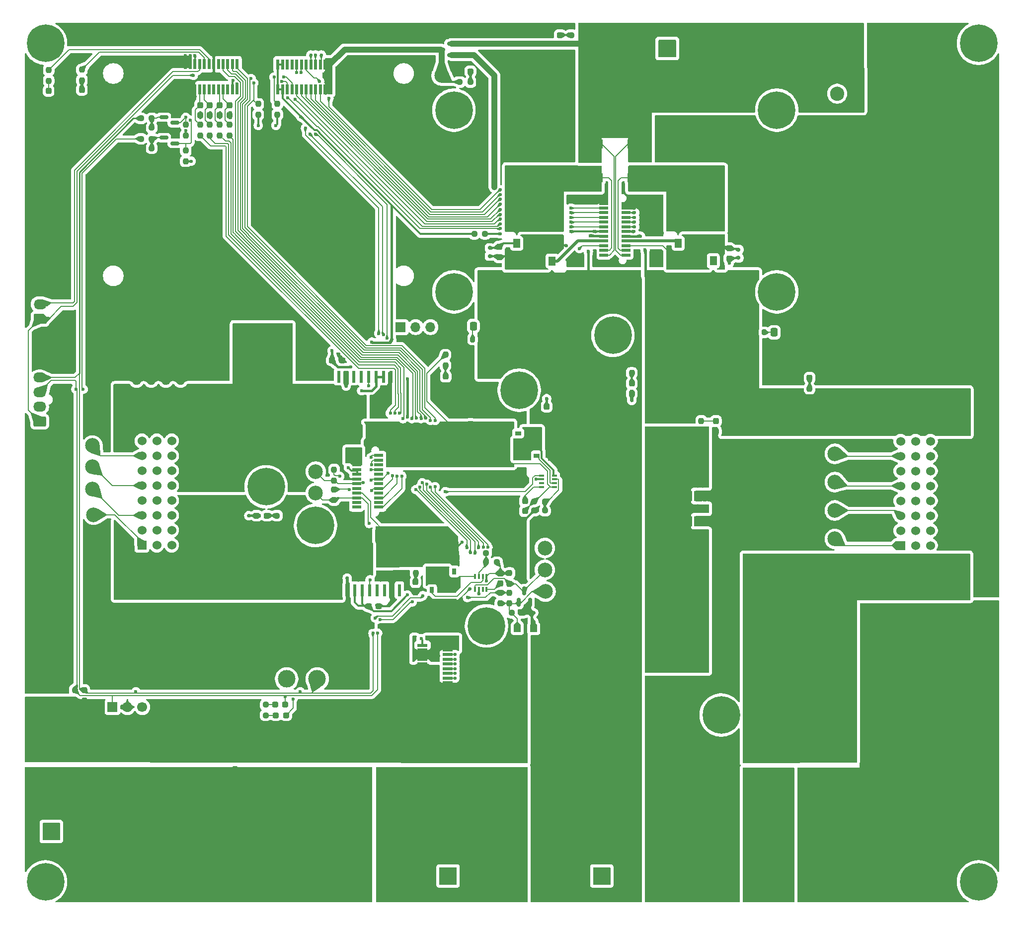
<source format=gbr>
%TF.GenerationSoftware,KiCad,Pcbnew,9.0.6*%
%TF.CreationDate,2026-01-13T22:37:07-06:00*%
%TF.ProjectId,LV Carrier Board,4c562043-6172-4726-9965-7220426f6172,rev?*%
%TF.SameCoordinates,Original*%
%TF.FileFunction,Copper,L1,Top*%
%TF.FilePolarity,Positive*%
%FSLAX46Y46*%
G04 Gerber Fmt 4.6, Leading zero omitted, Abs format (unit mm)*
G04 Created by KiCad (PCBNEW 9.0.6) date 2026-01-13 22:37:07*
%MOMM*%
%LPD*%
G01*
G04 APERTURE LIST*
G04 Aperture macros list*
%AMRoundRect*
0 Rectangle with rounded corners*
0 $1 Rounding radius*
0 $2 $3 $4 $5 $6 $7 $8 $9 X,Y pos of 4 corners*
0 Add a 4 corners polygon primitive as box body*
4,1,4,$2,$3,$4,$5,$6,$7,$8,$9,$2,$3,0*
0 Add four circle primitives for the rounded corners*
1,1,$1+$1,$2,$3*
1,1,$1+$1,$4,$5*
1,1,$1+$1,$6,$7*
1,1,$1+$1,$8,$9*
0 Add four rect primitives between the rounded corners*
20,1,$1+$1,$2,$3,$4,$5,0*
20,1,$1+$1,$4,$5,$6,$7,0*
20,1,$1+$1,$6,$7,$8,$9,0*
20,1,$1+$1,$8,$9,$2,$3,0*%
%AMFreePoly0*
4,1,22,0.945671,0.830970,1.026777,0.776777,1.080970,0.695671,1.100000,0.600000,1.100000,-0.600000,1.080970,-0.695671,1.026777,-0.776777,0.945671,-0.830970,0.850000,-0.850000,-0.450000,-0.850000,-0.545671,-0.830970,-0.626777,-0.776777,-1.026777,-0.376777,-1.080970,-0.295671,-1.100000,-0.200000,-1.100000,0.600000,-1.080970,0.695671,-1.026777,0.776777,-0.945671,0.830970,-0.850000,0.850000,
0.850000,0.850000,0.945671,0.830970,0.945671,0.830970,$1*%
G04 Aperture macros list end*
%TA.AperFunction,ComponentPad*%
%ADD10C,2.800000*%
%TD*%
%TA.AperFunction,SMDPad,CuDef*%
%ADD11RoundRect,0.237500X0.237500X-0.300000X0.237500X0.300000X-0.237500X0.300000X-0.237500X-0.300000X0*%
%TD*%
%TA.AperFunction,SMDPad,CuDef*%
%ADD12R,1.000000X0.750000*%
%TD*%
%TA.AperFunction,SMDPad,CuDef*%
%ADD13R,0.480000X0.750000*%
%TD*%
%TA.AperFunction,SMDPad,CuDef*%
%ADD14R,2.720000X4.560000*%
%TD*%
%TA.AperFunction,SMDPad,CuDef*%
%ADD15R,0.910000X5.560000*%
%TD*%
%TA.AperFunction,SMDPad,CuDef*%
%ADD16R,0.420000X4.560000*%
%TD*%
%TA.AperFunction,SMDPad,CuDef*%
%ADD17C,2.500000*%
%TD*%
%TA.AperFunction,SMDPad,CuDef*%
%ADD18R,4.410000X2.000000*%
%TD*%
%TA.AperFunction,SMDPad,CuDef*%
%ADD19R,0.600000X2.000000*%
%TD*%
%TA.AperFunction,ComponentPad*%
%ADD20FreePoly0,180.000000*%
%TD*%
%TA.AperFunction,ComponentPad*%
%ADD21O,2.200000X1.700000*%
%TD*%
%TA.AperFunction,ComponentPad*%
%ADD22C,3.600000*%
%TD*%
%TA.AperFunction,ConnectorPad*%
%ADD23C,6.400000*%
%TD*%
%TA.AperFunction,SMDPad,CuDef*%
%ADD24RoundRect,0.237500X-0.237500X0.250000X-0.237500X-0.250000X0.237500X-0.250000X0.237500X0.250000X0*%
%TD*%
%TA.AperFunction,SMDPad,CuDef*%
%ADD25RoundRect,0.163043X-1.036957X0.586957X-1.036957X-0.586957X1.036957X-0.586957X1.036957X0.586957X0*%
%TD*%
%TA.AperFunction,SMDPad,CuDef*%
%ADD26RoundRect,0.163043X-0.586957X-1.036957X0.586957X-1.036957X0.586957X1.036957X-0.586957X1.036957X0*%
%TD*%
%TA.AperFunction,SMDPad,CuDef*%
%ADD27R,1.200000X1.200000*%
%TD*%
%TA.AperFunction,SMDPad,CuDef*%
%ADD28RoundRect,0.237500X0.237500X-0.250000X0.237500X0.250000X-0.237500X0.250000X-0.237500X-0.250000X0*%
%TD*%
%TA.AperFunction,SMDPad,CuDef*%
%ADD29RoundRect,0.237500X-0.250000X-0.237500X0.250000X-0.237500X0.250000X0.237500X-0.250000X0.237500X0*%
%TD*%
%TA.AperFunction,SMDPad,CuDef*%
%ADD30RoundRect,0.150000X0.587500X0.150000X-0.587500X0.150000X-0.587500X-0.150000X0.587500X-0.150000X0*%
%TD*%
%TA.AperFunction,ComponentPad*%
%ADD31C,3.000000*%
%TD*%
%TA.AperFunction,SMDPad,CuDef*%
%ADD32R,0.450000X0.900000*%
%TD*%
%TA.AperFunction,ComponentPad*%
%ADD33R,1.700000X1.700000*%
%TD*%
%TA.AperFunction,ComponentPad*%
%ADD34C,1.700000*%
%TD*%
%TA.AperFunction,SMDPad,CuDef*%
%ADD35RoundRect,0.237500X0.250000X0.237500X-0.250000X0.237500X-0.250000X-0.237500X0.250000X-0.237500X0*%
%TD*%
%TA.AperFunction,ComponentPad*%
%ADD36R,1.530000X1.530000*%
%TD*%
%TA.AperFunction,ComponentPad*%
%ADD37C,1.530000*%
%TD*%
%TA.AperFunction,SMDPad,CuDef*%
%ADD38RoundRect,0.200000X-0.200000X-0.275000X0.200000X-0.275000X0.200000X0.275000X-0.200000X0.275000X0*%
%TD*%
%TA.AperFunction,SMDPad,CuDef*%
%ADD39RoundRect,0.250000X-0.337500X-0.475000X0.337500X-0.475000X0.337500X0.475000X-0.337500X0.475000X0*%
%TD*%
%TA.AperFunction,SMDPad,CuDef*%
%ADD40RoundRect,0.237500X-0.237500X0.300000X-0.237500X-0.300000X0.237500X-0.300000X0.237500X0.300000X0*%
%TD*%
%TA.AperFunction,SMDPad,CuDef*%
%ADD41RoundRect,0.150000X-0.587500X-0.150000X0.587500X-0.150000X0.587500X0.150000X-0.587500X0.150000X0*%
%TD*%
%TA.AperFunction,SMDPad,CuDef*%
%ADD42RoundRect,0.237500X0.300000X0.237500X-0.300000X0.237500X-0.300000X-0.237500X0.300000X-0.237500X0*%
%TD*%
%TA.AperFunction,SMDPad,CuDef*%
%ADD43RoundRect,0.150000X0.150000X-0.587500X0.150000X0.587500X-0.150000X0.587500X-0.150000X-0.587500X0*%
%TD*%
%TA.AperFunction,SMDPad,CuDef*%
%ADD44RoundRect,0.237500X0.287500X0.237500X-0.287500X0.237500X-0.287500X-0.237500X0.287500X-0.237500X0*%
%TD*%
%TA.AperFunction,SMDPad,CuDef*%
%ADD45RoundRect,0.237500X0.237500X-0.287500X0.237500X0.287500X-0.237500X0.287500X-0.237500X-0.287500X0*%
%TD*%
%TA.AperFunction,SMDPad,CuDef*%
%ADD46R,2.150000X2.250000*%
%TD*%
%TA.AperFunction,ComponentPad*%
%ADD47C,8.115000*%
%TD*%
%TA.AperFunction,ComponentPad*%
%ADD48O,1.700000X1.700000*%
%TD*%
%TA.AperFunction,SMDPad,CuDef*%
%ADD49R,1.180000X1.530000*%
%TD*%
%TA.AperFunction,SMDPad,CuDef*%
%ADD50R,7.210000X5.630000*%
%TD*%
%TA.AperFunction,ComponentPad*%
%ADD51R,3.000000X3.000000*%
%TD*%
%TA.AperFunction,SMDPad,CuDef*%
%ADD52RoundRect,0.237500X-0.287500X-0.237500X0.287500X-0.237500X0.287500X0.237500X-0.287500X0.237500X0*%
%TD*%
%TA.AperFunction,ComponentPad*%
%ADD53R,2.400000X2.400000*%
%TD*%
%TA.AperFunction,ComponentPad*%
%ADD54C,2.400000*%
%TD*%
%TA.AperFunction,SMDPad,CuDef*%
%ADD55R,3.250000X1.550000*%
%TD*%
%TA.AperFunction,SMDPad,CuDef*%
%ADD56RoundRect,0.237500X-0.300000X-0.237500X0.300000X-0.237500X0.300000X0.237500X-0.300000X0.237500X0*%
%TD*%
%TA.AperFunction,SMDPad,CuDef*%
%ADD57R,1.500000X0.550000*%
%TD*%
%TA.AperFunction,SMDPad,CuDef*%
%ADD58RoundRect,0.200000X0.200000X0.275000X-0.200000X0.275000X-0.200000X-0.275000X0.200000X-0.275000X0*%
%TD*%
%TA.AperFunction,SMDPad,CuDef*%
%ADD59RoundRect,0.150000X-0.200000X0.150000X-0.200000X-0.150000X0.200000X-0.150000X0.200000X0.150000X0*%
%TD*%
%TA.AperFunction,SMDPad,CuDef*%
%ADD60RoundRect,0.237500X-0.237500X0.287500X-0.237500X-0.287500X0.237500X-0.287500X0.237500X0.287500X0*%
%TD*%
%TA.AperFunction,SMDPad,CuDef*%
%ADD61R,0.550000X1.800000*%
%TD*%
%TA.AperFunction,SMDPad,CuDef*%
%ADD62R,0.750000X1.000000*%
%TD*%
%TA.AperFunction,SMDPad,CuDef*%
%ADD63R,0.750000X0.480000*%
%TD*%
%TA.AperFunction,SMDPad,CuDef*%
%ADD64R,4.560000X2.720000*%
%TD*%
%TA.AperFunction,SMDPad,CuDef*%
%ADD65R,5.560000X0.910000*%
%TD*%
%TA.AperFunction,SMDPad,CuDef*%
%ADD66R,4.560000X0.420000*%
%TD*%
%TA.AperFunction,SMDPad,CuDef*%
%ADD67RoundRect,0.150000X0.200000X-0.150000X0.200000X0.150000X-0.200000X0.150000X-0.200000X-0.150000X0*%
%TD*%
%TA.AperFunction,ComponentPad*%
%ADD68RoundRect,1.500000X1.500000X1.500000X-1.500000X1.500000X-1.500000X-1.500000X1.500000X-1.500000X0*%
%TD*%
%TA.AperFunction,ComponentPad*%
%ADD69C,6.000000*%
%TD*%
%TA.AperFunction,ComponentPad*%
%ADD70C,1.905000*%
%TD*%
%TA.AperFunction,SMDPad,CuDef*%
%ADD71R,1.800000X0.550000*%
%TD*%
%TA.AperFunction,SMDPad,CuDef*%
%ADD72RoundRect,0.250000X0.337500X0.475000X-0.337500X0.475000X-0.337500X-0.475000X0.337500X-0.475000X0*%
%TD*%
%TA.AperFunction,ComponentPad*%
%ADD73RoundRect,0.250000X0.850000X0.600000X-0.850000X0.600000X-0.850000X-0.600000X0.850000X-0.600000X0*%
%TD*%
%TA.AperFunction,SMDPad,CuDef*%
%ADD74R,0.900000X0.450000*%
%TD*%
%TA.AperFunction,ViaPad*%
%ADD75C,0.600000*%
%TD*%
%TA.AperFunction,Conductor*%
%ADD76C,0.200000*%
%TD*%
%TA.AperFunction,Conductor*%
%ADD77C,0.500000*%
%TD*%
%TA.AperFunction,Conductor*%
%ADD78C,0.300000*%
%TD*%
%TA.AperFunction,Conductor*%
%ADD79C,0.400000*%
%TD*%
%TA.AperFunction,Conductor*%
%ADD80C,1.000000*%
%TD*%
%TA.AperFunction,Conductor*%
%ADD81C,0.250000*%
%TD*%
%TA.AperFunction,Conductor*%
%ADD82C,0.350000*%
%TD*%
G04 APERTURE END LIST*
D10*
%TO.P,TP23,1,1*%
%TO.N,GND*%
X17550000Y-48100000D03*
%TD*%
%TO.P,TP20,1,1*%
%TO.N,GND*%
X17600000Y-42350000D03*
%TD*%
D11*
%TO.P,C12,1*%
%TO.N,/PS*%
X103400000Y-90662500D03*
%TO.P,C12,2*%
%TO.N,GND*%
X103400000Y-88937500D03*
%TD*%
%TO.P,CMOSFET1,1*%
%TO.N,/MUX HAT & FETs/GATE1*%
X134500000Y-63712500D03*
%TO.P,CMOSFET1,2*%
%TO.N,/MUX HAT & FETs/SOURCE1*%
X134500000Y-61987500D03*
%TD*%
D12*
%TO.P,Q9,1*%
%TO.N,/Ideal Diode/SRC*%
X101720000Y-93500000D03*
%TO.P,Q9,2*%
X101720000Y-94770000D03*
%TO.P,Q9,3*%
X101720000Y-96040000D03*
%TO.P,Q9,4*%
%TO.N,/Ideal Diode/GATE*%
X101720000Y-97310000D03*
D13*
%TO.P,Q9,5*%
%TO.N,/PS*%
X107480000Y-97310000D03*
%TO.P,Q9,6*%
X107480000Y-93500000D03*
D14*
%TO.P,Q9,7*%
X105880000Y-95405000D03*
D15*
%TO.P,Q9,8*%
X104065000Y-95405000D03*
D16*
%TO.P,Q9,9*%
X103400000Y-95405000D03*
%TD*%
D17*
%TO.P,TP4,1,1*%
%TO.N,/HV_DCDC/HV_PC*%
X152500000Y-111500000D03*
%TD*%
%TO.P,TP13,1,1*%
%TO.N,/HV_DCDC/HV_SNS-*%
X152500000Y-97000000D03*
%TD*%
D18*
%TO.P,IC4,1,IN+*%
%TO.N,/SupplementalBattery/SUPP_IN+*%
X76400000Y-110950000D03*
%TO.P,IC4,2,IN-*%
%TO.N,/SupplementalBattery/Supp_Reg_In*%
X71320000Y-110950000D03*
D19*
%TO.P,IC4,3,~{OC}*%
%TO.N,GND*%
X69415000Y-120250000D03*
%TO.P,IC4,4,VS*%
%TO.N,+3V3*%
X70685000Y-120250000D03*
%TO.P,IC4,5,VOC*%
X71955000Y-120250000D03*
%TO.P,IC4,6,VOUT*%
%TO.N,/SupplementalBattery/I_SNS_Reg_In*%
X73225000Y-120250000D03*
%TO.P,IC4,7,VREF*%
%TO.N,unconnected-(IC4-VREF-Pad7)*%
X74495000Y-120250000D03*
%TO.P,IC4,8,NC_1*%
%TO.N,unconnected-(IC4-NC_1-Pad8)*%
X75765000Y-120250000D03*
%TO.P,IC4,9,GND*%
%TO.N,GND*%
X77035000Y-120250000D03*
%TO.P,IC4,10,NC_2*%
%TO.N,unconnected-(IC4-NC_2-Pad10)*%
X78305000Y-120250000D03*
%TD*%
D20*
%TO.P,J4,1,CAN_H*%
%TO.N,/CANH*%
X17070000Y-74000000D03*
D21*
%TO.P,J4,2,CAN_L*%
%TO.N,/CANL*%
X17070000Y-71500000D03*
%TD*%
D22*
%TO.P,H5,1,1*%
%TO.N,unconnected-(H5-Pad1)*%
X114700000Y-76800000D03*
D23*
%TO.N,unconnected-(H5-Pad1)_2*%
X114700000Y-76800000D03*
%TD*%
D24*
%TO.P,R12,1*%
%TO.N,/MCU/Heartbeat*%
X18550000Y-31562500D03*
%TO.P,R12,2*%
%TO.N,Net-(D6-A)*%
X18550000Y-33387500D03*
%TD*%
D25*
%TO.P,D27,1,K*%
%TO.N,GND*%
X87300000Y-88050000D03*
%TO.P,D27,2,A*%
%TO.N,/SUPP_REG*%
X87300000Y-92350000D03*
%TD*%
D26*
%TO.P,D26,1,K*%
%TO.N,GND*%
X72049999Y-130600000D03*
%TO.P,D26,2,A*%
%TO.N,/SUPP_FUSED*%
X76349999Y-130600000D03*
%TD*%
D27*
%TO.P,D5,1,K*%
%TO.N,Net-(D5-K)*%
X98400000Y-126800000D03*
%TO.P,D5,2,A*%
%TO.N,GND*%
X101199998Y-126800000D03*
%TD*%
D28*
%TO.P,R37,1*%
%TO.N,/SuppCharger/BAT_CHRG_IN*%
X129750000Y-93212500D03*
%TO.P,R37,2*%
%TO.N,Net-(D22-A)*%
X129750000Y-91387500D03*
%TD*%
D29*
%TO.P,R44,1*%
%TO.N,/SupplementalBattery/Ideal Diode1/OVLO*%
X93087500Y-113900000D03*
%TO.P,R44,2*%
%TO.N,GND*%
X94912500Y-113900000D03*
%TD*%
%TO.P,R21,1*%
%TO.N,/LV_EN_SUPP*%
X34275000Y-39800000D03*
%TO.P,R21,2*%
%TO.N,Net-(Q10-G)*%
X36100000Y-39800000D03*
%TD*%
D30*
%TO.P,D1,1,A*%
%TO.N,/PS*%
X87187500Y-29000000D03*
%TO.P,D1,2,A*%
%TO.N,/Out*%
X87187500Y-27100000D03*
%TO.P,D1,3,K*%
%TO.N,/MCU/LSOM_24V_IN*%
X85312500Y-28050000D03*
%TD*%
D31*
%TO.P,TP26,1,1*%
%TO.N,/LV_EN_PS*%
X59100000Y-135400000D03*
%TD*%
%TO.P,TP19,1,1*%
%TO.N,/SupplementalBattery/SUPP_REG+*%
X57500000Y-88700000D03*
%TD*%
D17*
%TO.P,TP12,1,1*%
%TO.N,/SupplementalBattery/SUPP_SNS-*%
X26000000Y-95600000D03*
%TD*%
D29*
%TO.P,R13,1*%
%TO.N,/SUPP_REG*%
X101287500Y-105100000D03*
%TO.P,R13,2*%
%TO.N,/Ideal Diode/OVLO*%
X103112500Y-105100000D03*
%TD*%
D32*
%TO.P,IC1,1,EN/UVLO*%
%TO.N,/SupplementalBattery/Ideal Diode1/DIODE_EN*%
X91200000Y-120100000D03*
%TO.P,IC1,2,GND*%
%TO.N,GND*%
X91850000Y-120100000D03*
%TO.P,IC1,3,NC*%
%TO.N,unconnected-(IC1-NC-Pad3)*%
X92500000Y-120100000D03*
%TO.P,IC1,4,VCP*%
%TO.N,Net-(IC1-VCP)*%
X93150000Y-120100000D03*
%TO.P,IC1,5,VIN*%
%TO.N,/SUPP_FUSED*%
X93150000Y-117900000D03*
%TO.P,IC1,6,GATE*%
%TO.N,/SupplementalBattery/Ideal Diode1/GATE*%
X92500000Y-117900000D03*
%TO.P,IC1,7,OVLO*%
%TO.N,/SupplementalBattery/Ideal Diode1/OVLO*%
X91850000Y-117900000D03*
%TO.P,IC1,8,SRC*%
%TO.N,/SupplementalBattery/Ideal Diode1/SRC*%
X91200000Y-117900000D03*
%TD*%
D33*
%TO.P,J13,1,Pin_1*%
%TO.N,/LV_EN_PS*%
X29420000Y-140185000D03*
D34*
%TO.P,J13,2,Pin_2*%
%TO.N,GND*%
X31960000Y-140185000D03*
%TO.P,J13,3,Pin_3*%
%TO.N,/LV_EN_SUPP*%
X34500000Y-140185000D03*
%TD*%
D35*
%TO.P,R1,1*%
%TO.N,/SUPP_FUSED*%
X94912500Y-115500000D03*
%TO.P,R1,2*%
%TO.N,/SupplementalBattery/Ideal Diode1/OVLO*%
X93087500Y-115500000D03*
%TD*%
D31*
%TO.P,TP9,1,1*%
%TO.N,/SuppCharger/BAT_CHRG_IN*%
X129500000Y-96500000D03*
%TD*%
D28*
%TO.P,R11,1*%
%TO.N,+3V3*%
X41900000Y-47112500D03*
%TO.P,R11,2*%
%TO.N,/MCU/LV_EN_PS_3V3*%
X41900000Y-45287500D03*
%TD*%
D35*
%TO.P,R22,1*%
%TO.N,Net-(Q10-G)*%
X36100000Y-41400000D03*
%TO.P,R22,2*%
%TO.N,GND*%
X34275000Y-41400000D03*
%TD*%
D31*
%TO.P,TP21,1,1*%
%TO.N,/SUPP_FUSED*%
X72800000Y-146400000D03*
%TD*%
D36*
%TO.P,U2,1,PC*%
%TO.N,/HV_DCDC/HV_PC*%
X163710000Y-112630000D03*
D37*
%TO.P,U2,2*%
%TO.N,N/C*%
X163710000Y-110090000D03*
%TO.P,U2,3,SNS+*%
%TO.N,/HV_DCDC/HV_SNS+*%
X163710000Y-107550000D03*
%TO.P,U2,4*%
%TO.N,N/C*%
X163710000Y-105010000D03*
%TO.P,U2,5,SC*%
%TO.N,/HV_DCDC/HV_SC*%
X163710000Y-102470000D03*
%TO.P,U2,6*%
%TO.N,N/C*%
X163710000Y-99930000D03*
%TO.P,U2,7,SNS-*%
%TO.N,/HV_DCDC/HV_SNS-*%
X163710000Y-97390000D03*
%TO.P,U2,8*%
%TO.N,N/C*%
X163710000Y-94850000D03*
%TO.P,U2,9*%
X166250000Y-112630000D03*
%TO.P,U2,10*%
X166250000Y-110090000D03*
%TO.P,U2,11*%
X166250000Y-107550000D03*
%TO.P,U2,12*%
X166250000Y-105010000D03*
%TO.P,U2,13*%
X166250000Y-102470000D03*
%TO.P,U2,14*%
X166250000Y-99930000D03*
%TO.P,U2,15*%
X166250000Y-97390000D03*
%TO.P,U2,16*%
X166250000Y-94850000D03*
%TO.P,U2,17*%
X168790000Y-112630000D03*
%TO.P,U2,18*%
X168790000Y-110090000D03*
%TO.P,U2,19*%
X168790000Y-107550000D03*
%TO.P,U2,20*%
X168790000Y-105010000D03*
%TO.P,U2,21*%
X168790000Y-102470000D03*
%TO.P,U2,22*%
X168790000Y-99930000D03*
%TO.P,U2,23*%
X168790000Y-97390000D03*
%TO.P,U2,24*%
X168790000Y-94850000D03*
%TO.P,U2,P01,IN-*%
%TO.N,GND_BATT*%
X170300000Y-123300000D03*
X167800000Y-123300000D03*
X165300000Y-123300000D03*
X162800000Y-123300000D03*
X170300000Y-126300000D03*
X167800000Y-126300000D03*
X165300000Y-126300000D03*
X162800000Y-126300000D03*
%TO.P,U2,P02,IN+*%
%TO.N,/HV_DCDC/Batt_V*%
X170300000Y-117800000D03*
X167800000Y-117800000D03*
X165300000Y-117800000D03*
X162800000Y-117800000D03*
X170300000Y-120800000D03*
X167800000Y-120800000D03*
X165300000Y-120800000D03*
X162800000Y-120800000D03*
%TO.P,U2,P03,OUT+*%
%TO.N,/DCDC_Vout*%
X170300000Y-87040000D03*
X167800000Y-87040000D03*
X165300000Y-87040000D03*
X162800000Y-87040000D03*
X170300000Y-90040000D03*
X167800000Y-90040000D03*
X165300000Y-90040000D03*
X162800000Y-90040000D03*
%TO.P,U2,P04,OUT-*%
%TO.N,GND*%
X170300000Y-81540000D03*
X167800000Y-81540000D03*
X165300000Y-81540000D03*
X162800000Y-81540000D03*
X170300000Y-84540000D03*
X167800000Y-84540000D03*
X165300000Y-84540000D03*
X162800000Y-84540000D03*
%TD*%
D38*
%TO.P,R3,1*%
%TO.N,/DCDC_Vout*%
X138800000Y-76300000D03*
%TO.P,R3,2*%
%TO.N,Net-(C1-Pad1)*%
X140450000Y-76300000D03*
%TD*%
D39*
%TO.P,C1,1*%
%TO.N,Net-(C1-Pad1)*%
X142162500Y-76300000D03*
%TO.P,C1,2*%
%TO.N,GND*%
X144237500Y-76300000D03*
%TD*%
D40*
%TO.P,C13,1*%
%TO.N,/MCU/Supp_I_ADC_filtered*%
X46000000Y-37537500D03*
%TO.P,C13,2*%
%TO.N,GND*%
X46000000Y-39262500D03*
%TD*%
D35*
%TO.P,R24,1*%
%TO.N,Net-(Q11-G)*%
X36100000Y-44900000D03*
%TO.P,R24,2*%
%TO.N,GND*%
X34275000Y-44900000D03*
%TD*%
D24*
%TO.P,R18,1*%
%TO.N,/MCU/Supp_Fault*%
X24200000Y-31487500D03*
%TO.P,R18,2*%
%TO.N,Net-(D12-A)*%
X24200000Y-33312500D03*
%TD*%
D41*
%TO.P,Q11,1,G*%
%TO.N,Net-(Q11-G)*%
X38162500Y-43100000D03*
%TO.P,Q11,2,S*%
%TO.N,GND*%
X38162500Y-45000000D03*
%TO.P,Q11,3,D*%
%TO.N,/MCU/LV_EN_PS_3V3*%
X40037500Y-44050000D03*
%TD*%
D17*
%TO.P,TP2,1,1*%
%TO.N,/SupplementalBattery/SUPP_SC*%
X26000000Y-99200000D03*
%TD*%
D24*
%TO.P,R14,1*%
%TO.N,/LV_EN_SUPP*%
X97050000Y-120700000D03*
%TO.P,R14,2*%
%TO.N,Net-(D5-K)*%
X97050000Y-122525000D03*
%TD*%
D42*
%TO.P,C8,1*%
%TO.N,/SUPP_FUSED*%
X75262500Y-126400000D03*
%TO.P,C8,2*%
%TO.N,GND*%
X73537500Y-126400000D03*
%TD*%
D43*
%TO.P,Q6,1,G*%
%TO.N,Net-(D5-K)*%
X98650000Y-122280000D03*
%TO.P,Q6,2,S*%
%TO.N,GND*%
X100550000Y-122280000D03*
%TO.P,Q6,3,D*%
%TO.N,/SupplementalBattery/Ideal Diode1/DIODE_EN*%
X99600000Y-120404999D03*
%TD*%
D35*
%TO.P,R28,1*%
%TO.N,/SupplementalBattery/Supp_Reg_In*%
X59262500Y-107550000D03*
%TO.P,R28,2*%
%TO.N,Net-(D15-A)*%
X57437500Y-107550000D03*
%TD*%
D44*
%TO.P,D2,1,K*%
%TO.N,/LV_EN_SUPP*%
X58987500Y-141600000D03*
%TO.P,D2,2,A*%
%TO.N,Net-(D2-A)*%
X57237500Y-141600000D03*
%TD*%
D45*
%TO.P,D20,1,K*%
%TO.N,GND*%
X117900000Y-86775000D03*
%TO.P,D20,2,A*%
%TO.N,Net-(D20-A)*%
X117900000Y-85025000D03*
%TD*%
D46*
%TO.P,D13,1,K*%
%TO.N,/SUPP_FUSED*%
X43470000Y-147595000D03*
%TO.P,D13,2,A*%
%TO.N,/EXT_CHG*%
X43470000Y-151995000D03*
%TD*%
D31*
%TO.P,TP25,1,1*%
%TO.N,/LV_EN_SUPP*%
X64300000Y-135400000D03*
%TD*%
D28*
%TO.P,R31,1*%
%TO.N,/DCDC_Vout*%
X148200000Y-87712500D03*
%TO.P,R31,2*%
%TO.N,Net-(D19-A)*%
X148200000Y-85887500D03*
%TD*%
D17*
%TO.P,TP6,1,1*%
%TO.N,/HV_DCDC/HV_SNS+*%
X152500000Y-106666667D03*
%TD*%
%TO.P,TP1,1,1*%
%TO.N,/SupplementalBattery/SUPP_PC*%
X26200000Y-107400000D03*
%TD*%
D24*
%TO.P,R29,1*%
%TO.N,/SupplementalBattery/SUPP_IN+*%
X81100000Y-115537500D03*
%TO.P,R29,2*%
%TO.N,Net-(D16-A)*%
X81100000Y-117362500D03*
%TD*%
D29*
%TO.P,R36,1*%
%TO.N,+3V3*%
X91075000Y-59500000D03*
%TO.P,R36,2*%
%TO.N,/MUX HAT & FETs/3.3V_In*%
X92900000Y-59500000D03*
%TD*%
D24*
%TO.P,R27,1*%
%TO.N,/SUPP_REG*%
X86150000Y-80112500D03*
%TO.P,R27,2*%
%TO.N,Net-(D14-A)*%
X86150000Y-81937500D03*
%TD*%
D11*
%TO.P,C9,1*%
%TO.N,/SUPP_REG*%
X90400000Y-91962500D03*
%TO.P,C9,2*%
%TO.N,GND*%
X90400000Y-90237500D03*
%TD*%
D47*
%TO.P,J16,1,Pin_1*%
%TO.N,/SUPP_FUSED*%
X19390000Y-145350000D03*
%TD*%
D33*
%TO.P,J7,1,Pin_1*%
%TO.N,/Status_LED*%
X78520000Y-75400000D03*
D48*
%TO.P,J7,2,Pin_2*%
%TO.N,/SR_CLK*%
X81060000Y-75400000D03*
%TO.P,J7,3,Pin_3*%
%TO.N,/SR_DATA*%
X83600000Y-75400000D03*
%TO.P,J7,4,Pin_4*%
%TO.N,GND*%
X86140000Y-75400000D03*
%TD*%
D47*
%TO.P,J15,1,Pin_1*%
%TO.N,GND_BATT*%
X154300000Y-155740000D03*
%TD*%
D49*
%TO.P,Q1,1*%
%TO.N,/MUX HAT & FETs/GATE1*%
X131800000Y-64100000D03*
%TO.P,Q1,2*%
%TO.N,/MUX HAT & FETs/SOURCE1*%
X129800000Y-64100000D03*
%TO.P,Q1,3*%
X127800000Y-64100000D03*
%TO.P,Q1,4*%
X125800000Y-64100000D03*
D50*
%TO.P,Q1,5*%
%TO.N,/DCDC_Vout*%
X128800000Y-69350000D03*
%TD*%
D51*
%TO.P,J8,1,Pin_1*%
%TO.N,GND*%
X112800000Y-169000000D03*
D31*
%TO.P,J8,2,Pin_2*%
%TO.N,/PS*%
X107800000Y-169000000D03*
%TD*%
D52*
%TO.P,D8,1,K*%
%TO.N,GND*%
X103925000Y-25600000D03*
%TO.P,D8,2,A*%
%TO.N,Net-(D8-A)*%
X105675000Y-25600000D03*
%TD*%
D28*
%TO.P,R30,1*%
%TO.N,/SupplementalBattery/I_SNS_Reg_In*%
X67175000Y-104912500D03*
%TO.P,R30,2*%
%TO.N,/Supp_I_ADC*%
X67175000Y-103087500D03*
%TD*%
%TO.P,R42,1*%
%TO.N,/SUPP_FUSED*%
X24600000Y-139112500D03*
%TO.P,R42,2*%
%TO.N,/LV_EN_SUPP*%
X24600000Y-137287500D03*
%TD*%
D29*
%TO.P,R15,1*%
%TO.N,Net-(D5-K)*%
X97487500Y-124100000D03*
%TO.P,R15,2*%
%TO.N,GND*%
X99312500Y-124100000D03*
%TD*%
D52*
%TO.P,D15,1,K*%
%TO.N,GND*%
X53962500Y-107550000D03*
%TO.P,D15,2,A*%
%TO.N,Net-(D15-A)*%
X55712500Y-107550000D03*
%TD*%
D28*
%TO.P,R8,1*%
%TO.N,+3V3*%
X54250000Y-39162500D03*
%TO.P,R8,2*%
%TO.N,/I2C_SDA*%
X54250000Y-37337500D03*
%TD*%
D49*
%TO.P,Q3,1*%
%TO.N,/MUX HAT & FETs/GATE2*%
X104300000Y-64125000D03*
%TO.P,Q3,2*%
%TO.N,/MUX HAT & FETs/SOURCE2*%
X102300000Y-64125000D03*
%TO.P,Q3,3*%
X100300000Y-64125000D03*
%TO.P,Q3,4*%
X98300000Y-64125000D03*
D50*
%TO.P,Q3,5*%
%TO.N,/PS*%
X101300000Y-69375000D03*
%TD*%
D31*
%TO.P,TP11,1,1*%
%TO.N,/SUPP_REG*%
X87450000Y-97400000D03*
%TD*%
D53*
%TO.P,C3,1*%
%TO.N,/Out*%
X152900000Y-28087246D03*
D54*
%TO.P,C3,2*%
%TO.N,GND*%
X152900000Y-35587246D03*
%TD*%
D55*
%TO.P,R6,1*%
%TO.N,/MUX HAT & FETs/SENSE2*%
X111300000Y-49900000D03*
%TO.P,R6,2*%
%TO.N,/Out*%
X111300000Y-44200000D03*
%TD*%
D56*
%TO.P,C5,1*%
%TO.N,+3V3*%
X66837500Y-81050000D03*
%TO.P,C5,2*%
%TO.N,GND*%
X68562500Y-81050000D03*
%TD*%
D28*
%TO.P,R34,1*%
%TO.N,/SupplementalBattery/I_SNS_Reg_Out*%
X67175000Y-101537500D03*
%TO.P,R34,2*%
%TO.N,/SuppReg_I_ADC*%
X67175000Y-99712500D03*
%TD*%
D17*
%TO.P,TP27,1,1*%
%TO.N,/SupplementalBattery/I_SNS_Reg_Out*%
X64050000Y-100050000D03*
%TD*%
D47*
%TO.P,J14,1,Pin_1*%
%TO.N,/HV_DCDC/Batt_V*%
X151250000Y-127840000D03*
%TD*%
D36*
%TO.P,U4,1,PC*%
%TO.N,/SupplementalBattery/SUPP_PC*%
X34420000Y-112580000D03*
D37*
%TO.P,U4,2*%
%TO.N,N/C*%
X34420000Y-110040000D03*
%TO.P,U4,3,SNS+*%
%TO.N,/SupplementalBattery/SUPP_SNS+*%
X34420000Y-107500000D03*
%TO.P,U4,4*%
%TO.N,N/C*%
X34420000Y-104960000D03*
%TO.P,U4,5,SC*%
%TO.N,/SupplementalBattery/SUPP_SC*%
X34420000Y-102420000D03*
%TO.P,U4,6*%
%TO.N,N/C*%
X34420000Y-99880000D03*
%TO.P,U4,7,SNS-*%
%TO.N,/SupplementalBattery/SUPP_SNS-*%
X34420000Y-97340000D03*
%TO.P,U4,8*%
%TO.N,N/C*%
X34420000Y-94800000D03*
%TO.P,U4,9*%
X36960000Y-112580000D03*
%TO.P,U4,10*%
X36960000Y-110040000D03*
%TO.P,U4,11*%
X36960000Y-107500000D03*
%TO.P,U4,12*%
X36960000Y-104960000D03*
%TO.P,U4,13*%
X36960000Y-102420000D03*
%TO.P,U4,14*%
X36960000Y-99880000D03*
%TO.P,U4,15*%
X36960000Y-97340000D03*
%TO.P,U4,16*%
X36960000Y-94800000D03*
%TO.P,U4,17*%
X39500000Y-112580000D03*
%TO.P,U4,18*%
X39500000Y-110040000D03*
%TO.P,U4,19*%
X39500000Y-107500000D03*
%TO.P,U4,20*%
X39500000Y-104960000D03*
%TO.P,U4,21*%
X39500000Y-102420000D03*
%TO.P,U4,22*%
X39500000Y-99880000D03*
%TO.P,U4,23*%
X39500000Y-97340000D03*
%TO.P,U4,24*%
X39500000Y-94800000D03*
%TO.P,U4,P01,IN-*%
%TO.N,GND*%
X41010000Y-123250000D03*
X38510000Y-123250000D03*
X36010000Y-123250000D03*
X33510000Y-123250000D03*
X41010000Y-126250000D03*
X38510000Y-126250000D03*
X36010000Y-126250000D03*
X33510000Y-126250000D03*
%TO.P,U4,P02,IN+*%
%TO.N,/SupplementalBattery/Supp_Reg_In*%
X41010000Y-117750000D03*
X38510000Y-117750000D03*
X36010000Y-117750000D03*
X33510000Y-117750000D03*
X41010000Y-120750000D03*
X38510000Y-120750000D03*
X36010000Y-120750000D03*
X33510000Y-120750000D03*
%TO.P,U4,P03,OUT+*%
%TO.N,/SupplementalBattery/SUPP_REG+*%
X41010000Y-86990000D03*
X38510000Y-86990000D03*
X36010000Y-86990000D03*
X33510000Y-86990000D03*
X41010000Y-89990000D03*
X38510000Y-89990000D03*
X36010000Y-89990000D03*
X33510000Y-89990000D03*
%TO.P,U4,P04,OUT-*%
%TO.N,GND*%
X41010000Y-81490000D03*
X38510000Y-81490000D03*
X36010000Y-81490000D03*
X33510000Y-81490000D03*
X41010000Y-84490000D03*
X38510000Y-84490000D03*
X36010000Y-84490000D03*
X33510000Y-84490000D03*
%TD*%
D31*
%TO.P,TP14,1,1*%
%TO.N,/Out*%
X111000000Y-31500000D03*
%TD*%
D57*
%TO.P,J6,1,1*%
%TO.N,GND*%
X113150000Y-54300000D03*
%TO.P,J6,2,2*%
X116950000Y-54300000D03*
%TO.P,J6,3,3*%
%TO.N,/SHDN*%
X113150000Y-55100000D03*
%TO.P,J6,4,4*%
%TO.N,GND*%
X116950000Y-55100000D03*
%TO.P,J6,5,5*%
%TO.N,/DISABLE2*%
X113150000Y-55900000D03*
%TO.P,J6,6,6*%
%TO.N,/DISABLE1*%
X116950000Y-55900000D03*
%TO.P,J6,7,7*%
%TO.N,/FTL2*%
X113150000Y-56700000D03*
%TO.P,J6,8,8*%
%TO.N,/FTL1*%
X116950000Y-56700000D03*
%TO.P,J6,9,9*%
%TO.N,/VDL2*%
X113150000Y-57500000D03*
%TO.P,J6,10,10*%
%TO.N,/VDL1*%
X116950000Y-57500000D03*
%TO.P,J6,11,11*%
%TO.N,/CHL2*%
X113150000Y-58300000D03*
%TO.P,J6,12,12*%
%TO.N,/CHL1*%
X116950000Y-58300000D03*
%TO.P,J6,13,13*%
%TO.N,/MUX HAT & FETs/3.3V_In*%
X113150000Y-59100000D03*
%TO.P,J6,14,14*%
X116950000Y-59100000D03*
%TO.P,J6,15,15*%
%TO.N,/PS*%
X113150000Y-59900000D03*
%TO.P,J6,16,16*%
%TO.N,/DCDC_Vout*%
X116950000Y-59900000D03*
%TO.P,J6,17,17*%
%TO.N,/MUX HAT & FETs/GATE2*%
X113150000Y-60700000D03*
%TO.P,J6,18,18*%
%TO.N,/MUX HAT & FETs/GATE1*%
X116950000Y-60700000D03*
%TO.P,J6,19,19*%
%TO.N,/MUX HAT & FETs/SOURCE2*%
X113150000Y-61500000D03*
%TO.P,J6,20,20*%
%TO.N,/MUX HAT & FETs/SOURCE1*%
X116950000Y-61500000D03*
%TO.P,J6,21,21*%
%TO.N,/MUX HAT & FETs/SENSE2*%
X113150000Y-62300000D03*
%TO.P,J6,22,22*%
%TO.N,/MUX HAT & FETs/SENSE1*%
X116950000Y-62300000D03*
%TO.P,J6,23,23*%
%TO.N,/Out*%
X113150000Y-63100000D03*
%TO.P,J6,24,24*%
X116950000Y-63100000D03*
D22*
%TO.P,J6,25*%
%TO.N,N/C*%
X142600000Y-69400000D03*
D23*
X142600000Y-69400000D03*
D22*
X142600000Y-38400000D03*
D23*
X142600000Y-38400000D03*
D22*
X87600000Y-69400000D03*
D23*
X87600000Y-69400000D03*
D22*
X87600000Y-38400000D03*
D23*
X87600000Y-38400000D03*
%TD*%
D31*
%TO.P,TP15,1,1*%
%TO.N,GND_BATT*%
X169200000Y-171400000D03*
%TD*%
D58*
%TO.P,R4,1*%
%TO.N,/PS*%
X92425000Y-77500000D03*
%TO.P,R4,2*%
%TO.N,Net-(C2-Pad1)*%
X90775000Y-77500000D03*
%TD*%
D17*
%TO.P,TP10,1,1*%
%TO.N,/MCU/LSOM_24V_IN*%
X85500000Y-32500000D03*
%TD*%
D51*
%TO.P,J12,1,Pin_1*%
%TO.N,GND*%
X19000000Y-161400000D03*
D31*
%TO.P,J12,2,Pin_2*%
%TO.N,/EXT_CHG*%
X19000000Y-156400000D03*
%TD*%
D24*
%TO.P,R41,1*%
%TO.N,/LV_EN_SUPP*%
X95500000Y-120700000D03*
%TO.P,R41,2*%
%TO.N,Net-(D5-K)*%
X95500000Y-122525000D03*
%TD*%
D45*
%TO.P,D14,1,K*%
%TO.N,GND*%
X86200000Y-85575000D03*
%TO.P,D14,2,A*%
%TO.N,Net-(D14-A)*%
X86200000Y-83825000D03*
%TD*%
D17*
%TO.P,TP8,1,1*%
%TO.N,/SupplementalBattery/Ideal Diode1/DIODE_EN*%
X103100000Y-116800000D03*
%TD*%
D22*
%TO.P,H2,1,1*%
%TO.N,unconnected-(H2-Pad1)_2*%
X177000000Y-27000000D03*
D23*
%TO.N,unconnected-(H2-Pad1)*%
X177000000Y-27000000D03*
%TD*%
D22*
%TO.P,H3,1,1*%
%TO.N,unconnected-(H3-Pad1)_1*%
X177000000Y-170000000D03*
D23*
%TO.N,unconnected-(H3-Pad1)*%
X177000000Y-170000000D03*
%TD*%
D59*
%TO.P,D9,1,K*%
%TO.N,/MUX HAT & FETs/GATE1*%
X136100000Y-63575000D03*
%TO.P,D9,2,A*%
%TO.N,/MUX HAT & FETs/SOURCE1*%
X136100000Y-62175000D03*
%TD*%
D47*
%TO.P,J11,1,Pin_1*%
%TO.N,GND*%
X174350000Y-43500000D03*
%TD*%
D28*
%TO.P,R7,1*%
%TO.N,+3V3*%
X57500000Y-39162500D03*
%TO.P,R7,2*%
%TO.N,/I2C_SCL*%
X57500000Y-37337500D03*
%TD*%
%TO.P,R10,1*%
%TO.N,+3V3*%
X41900000Y-42712500D03*
%TO.P,R10,2*%
%TO.N,/MCU/LV_EN_SUPP_3V3*%
X41900000Y-40887500D03*
%TD*%
D40*
%TO.P,C15,1*%
%TO.N,/MCU/Supp_V_ADC_filtered*%
X49333333Y-37537500D03*
%TO.P,C15,2*%
%TO.N,GND*%
X49333333Y-39262500D03*
%TD*%
%TO.P,CMOSFET3,1*%
%TO.N,/MUX HAT & FETs/GATE2*%
X95300000Y-61712500D03*
%TO.P,CMOSFET3,2*%
%TO.N,/MUX HAT & FETs/SOURCE2*%
X95300000Y-63437500D03*
%TD*%
D49*
%TO.P,Q4,1*%
%TO.N,/MUX HAT & FETs/GATE2*%
X98300000Y-61125000D03*
%TO.P,Q4,2*%
%TO.N,/MUX HAT & FETs/SOURCE2*%
X100300000Y-61125000D03*
%TO.P,Q4,3*%
X102300000Y-61125000D03*
%TO.P,Q4,4*%
X104300000Y-61125000D03*
D50*
%TO.P,Q4,5*%
%TO.N,/MUX HAT & FETs/SENSE2*%
X101300000Y-55875000D03*
%TD*%
D60*
%TO.P,D19,1,K*%
%TO.N,GND*%
X148200000Y-82325000D03*
%TO.P,D19,2,A*%
%TO.N,Net-(D19-A)*%
X148200000Y-84075000D03*
%TD*%
D45*
%TO.P,D22,1,K*%
%TO.N,GND*%
X132250000Y-93175000D03*
%TO.P,D22,2,A*%
%TO.N,Net-(D22-A)*%
X132250000Y-91425000D03*
%TD*%
D18*
%TO.P,IC3,1,IN+*%
%TO.N,/SupplementalBattery/SUPP_REG+*%
X69860000Y-93150000D03*
%TO.P,IC3,2,IN-*%
%TO.N,/SUPP_REG*%
X74940000Y-93150000D03*
D19*
%TO.P,IC3,3,~{OC}*%
%TO.N,GND*%
X76845000Y-83850000D03*
%TO.P,IC3,4,VS*%
%TO.N,+3V3*%
X75575000Y-83850000D03*
%TO.P,IC3,5,VOC*%
X74305000Y-83850000D03*
%TO.P,IC3,6,VOUT*%
%TO.N,/SupplementalBattery/I_SNS_Reg_Out*%
X73035000Y-83850000D03*
%TO.P,IC3,7,VREF*%
%TO.N,unconnected-(IC3-VREF-Pad7)*%
X71765000Y-83850000D03*
%TO.P,IC3,8,NC_1*%
%TO.N,unconnected-(IC3-NC_1-Pad8)*%
X70495000Y-83850000D03*
%TO.P,IC3,9,GND*%
%TO.N,GND*%
X69225000Y-83850000D03*
%TO.P,IC3,10,NC_2*%
%TO.N,unconnected-(IC3-NC_2-Pad10)*%
X67955000Y-83850000D03*
%TD*%
D31*
%TO.P,TP18,1,1*%
%TO.N,/PS*%
X101300000Y-76500000D03*
%TD*%
D44*
%TO.P,D7,1,K*%
%TO.N,/LV_EN_PS*%
X58875000Y-139800000D03*
%TO.P,D7,2,A*%
%TO.N,Net-(D7-A)*%
X57125000Y-139800000D03*
%TD*%
D17*
%TO.P,TP7,1,1*%
%TO.N,Net-(D5-K)*%
X103200000Y-120500000D03*
%TD*%
D45*
%TO.P,D16,1,K*%
%TO.N,GND*%
X81050000Y-120625000D03*
%TO.P,D16,2,A*%
%TO.N,Net-(D16-A)*%
X81050000Y-118875000D03*
%TD*%
D24*
%TO.P,R32,1*%
%TO.N,/PS*%
X117900000Y-81387500D03*
%TO.P,R32,2*%
%TO.N,Net-(D20-A)*%
X117900000Y-83212500D03*
%TD*%
D28*
%TO.P,R45,1*%
%TO.N,/Supp_V_ADC*%
X49333333Y-42712500D03*
%TO.P,R45,2*%
%TO.N,/MCU/Supp_V_ADC_filtered*%
X49333333Y-40887500D03*
%TD*%
D49*
%TO.P,Q2,1*%
%TO.N,/MUX HAT & FETs/GATE1*%
X125800000Y-61100000D03*
%TO.P,Q2,2*%
%TO.N,/MUX HAT & FETs/SOURCE1*%
X127800000Y-61100000D03*
%TO.P,Q2,3*%
X129800000Y-61100000D03*
%TO.P,Q2,4*%
X131800000Y-61100000D03*
D50*
%TO.P,Q2,5*%
%TO.N,/MUX HAT & FETs/SENSE1*%
X128800000Y-55850000D03*
%TD*%
D22*
%TO.P,H4,1,1*%
%TO.N,unconnected-(H4-Pad1)_1*%
X18000000Y-170000000D03*
D23*
%TO.N,unconnected-(H4-Pad1)_2*%
X18000000Y-170000000D03*
%TD*%
D29*
%TO.P,R26,1*%
%TO.N,/MCU/LSOM_24V_IN*%
X88575000Y-33600000D03*
%TO.P,R26,2*%
%TO.N,Net-(D10-A)*%
X90400000Y-33600000D03*
%TD*%
D40*
%TO.P,C6,1*%
%TO.N,/SUPP_FUSED*%
X95496828Y-117388207D03*
%TO.P,C6,2*%
%TO.N,Net-(IC1-VCP)*%
X95496828Y-119113207D03*
%TD*%
D51*
%TO.P,J9,1,Pin_1*%
%TO.N,GND*%
X123950000Y-27900000D03*
D31*
%TO.P,J9,2,Pin_2*%
%TO.N,/Out*%
X118950000Y-27900000D03*
%TD*%
%TO.P,TP17,1,1*%
%TO.N,/HV_DCDC/Batt_V*%
X142000000Y-127200000D03*
%TD*%
D22*
%TO.P,H1,1,1*%
%TO.N,unconnected-(H1-Pad1)_2*%
X18000000Y-27000000D03*
D23*
%TO.N,unconnected-(H1-Pad1)*%
X18000000Y-27000000D03*
%TD*%
D12*
%TO.P,Q7,1*%
%TO.N,/Ideal Diode/SRC*%
X98560000Y-97310000D03*
%TO.P,Q7,2*%
X98560000Y-96040000D03*
%TO.P,Q7,3*%
X98560000Y-94770000D03*
%TO.P,Q7,4*%
%TO.N,/Ideal Diode/GATE*%
X98560000Y-93500000D03*
D13*
%TO.P,Q7,5*%
%TO.N,/SUPP_REG*%
X92800000Y-93500000D03*
%TO.P,Q7,6*%
X92800000Y-97310000D03*
D14*
%TO.P,Q7,7*%
X94400000Y-95405000D03*
D15*
%TO.P,Q7,8*%
X96215000Y-95405000D03*
D16*
%TO.P,Q7,9*%
X96880000Y-95405000D03*
%TD*%
D17*
%TO.P,TP16,1,1*%
%TO.N,/SupplementalBattery/I_SNS_Reg_In*%
X64050000Y-103700000D03*
%TD*%
D45*
%TO.P,D12,1,K*%
%TO.N,GND*%
X24200000Y-36675000D03*
%TO.P,D12,2,A*%
%TO.N,Net-(D12-A)*%
X24200000Y-34925000D03*
%TD*%
D24*
%TO.P,R33,1*%
%TO.N,/SUPP_FUSED*%
X97050707Y-117338207D03*
%TO.P,R33,2*%
%TO.N,/SupplementalBattery/Ideal Diode1/DIODE_EN*%
X97050707Y-119163207D03*
%TD*%
D25*
%TO.P,D3,1,K*%
%TO.N,GND*%
X142400000Y-83049999D03*
%TO.P,D3,2,A*%
%TO.N,/DCDC_Vout*%
X142400000Y-87349999D03*
%TD*%
D31*
%TO.P,TP22,1,1*%
%TO.N,/DCDC_Vout*%
X129400000Y-76500000D03*
%TD*%
D61*
%TO.P,U5,1,+3.3V*%
%TO.N,+3V3*%
X57613911Y-34900002D03*
%TO.P,U5,2,+3.3V*%
X57613910Y-30600061D03*
%TO.P,U5,3,+3.3V*%
X58413910Y-34900061D03*
%TO.P,U5,4,+3.3V*%
X58413910Y-30600000D03*
%TO.P,U5,5,I2C4_SDA*%
%TO.N,/I2C_SDA*%
X59213910Y-34900061D03*
%TO.P,U5,6,IntCAN_H*%
%TO.N,unconnected-(U5A-IntCAN_H-Pad6)*%
X59213911Y-30600000D03*
%TO.P,U5,7,I2C4_SCL*%
%TO.N,/I2C_SCL*%
X60013910Y-34900061D03*
%TO.P,U5,8,IntCAN_L*%
%TO.N,unconnected-(U5A-IntCAN_L-Pad8)*%
X60013909Y-30600000D03*
%TO.P,U5,9,I2C3_SDA*%
%TO.N,/FTL2*%
X60813910Y-34900061D03*
%TO.P,U5,10,ADC2_IN12*%
%TO.N,/CHL2*%
X60813910Y-30600000D03*
%TO.P,U5,11,I2C3_SCL*%
%TO.N,/DISABLE2*%
X61613910Y-34900061D03*
%TO.P,U5,12,ADC1_IN11*%
%TO.N,/VDL2*%
X61613908Y-30600000D03*
%TO.P,U5,13,UART5_TX*%
%TO.N,/SHDN*%
X62413910Y-34900061D03*
%TO.P,U5,14,SPI2_MISO*%
%TO.N,/DISABLE1*%
X62413909Y-30600000D03*
%TO.P,U5,15,UART5_RX*%
%TO.N,/CHL1*%
X63213910Y-34900061D03*
%TO.P,U5,16,SPI2_NSS*%
%TO.N,/SR_CLK*%
X63213910Y-30600000D03*
%TO.P,U5,17,USART1_TX*%
%TO.N,/VDL1*%
X64013909Y-34900002D03*
%TO.P,U5,18,SPI2_MOSI*%
%TO.N,/SR_DATA*%
X64013909Y-30600000D03*
%TO.P,U5,19,USART1_RX*%
%TO.N,/FTL1*%
X64813909Y-34900002D03*
%TO.P,U5,20,SPI2_SCK*%
%TO.N,/Status_LED*%
X64813909Y-30600000D03*
%TO.P,U5,21,24VExt*%
%TO.N,/MCU/LSOM_24V_IN*%
X65613908Y-34900002D03*
%TO.P,U5,22,24VExt*%
X65613908Y-30600000D03*
%TO.P,U5,23,24VExt*%
X66413909Y-34900002D03*
%TO.P,U5,24,24VExt*%
X66413909Y-30600000D03*
%TO.P,U5,25,GND*%
%TO.N,GND*%
X41859933Y-34850002D03*
%TO.P,U5,26,GND*%
X41859933Y-30550000D03*
%TO.P,U5,27,GND*%
X42659932Y-34850002D03*
%TO.P,U5,28,GND*%
X42659932Y-30550000D03*
%TO.P,U5,29,GND*%
X43459933Y-34850002D03*
%TO.P,U5,30,CarCAN_H*%
%TO.N,/CANH*%
X43459933Y-30550000D03*
%TO.P,U5,31,ADC1_IN12*%
%TO.N,/MCU/SuppReg_I_ADC_filtered*%
X44259931Y-34850002D03*
%TO.P,U5,32,CarCAN_L*%
%TO.N,/CANL*%
X44259931Y-30550000D03*
%TO.P,U5,33,ADC1_IN15*%
%TO.N,/MCU/Supp_I_ADC_filtered*%
X45059932Y-34850002D03*
%TO.P,U5,34,UART4_TX*%
%TO.N,/MCU/Supp_Fault*%
X45059932Y-30550000D03*
%TO.P,U5,35,OPAMP5_VINM*%
%TO.N,unconnected-(U5B-OPAMP5_VINM-Pad35)*%
X45859930Y-34850002D03*
%TO.P,U5,36,UART4_RX*%
%TO.N,/MCU/Heartbeat*%
X45859930Y-30550000D03*
%TO.P,U5,37,+3.3VA*%
%TO.N,unconnected-(U5B-+3.3VA-Pad37)*%
X46659931Y-34850002D03*
%TO.P,U5,38,GNDA*%
%TO.N,GND*%
X46659931Y-30550000D03*
%TO.P,U5,39,ADC1_IN3*%
%TO.N,/MCU/SuppReg_V_ADC_filtered*%
X47459932Y-34850002D03*
%TO.P,U5,40,ADC1_IN7*%
%TO.N,unconnected-(U5B-ADC1_IN7-Pad40)*%
X47459932Y-30550000D03*
%TO.P,U5,41,ADC1_IN2*%
%TO.N,/MCU/Supp_V_ADC_filtered*%
X48259931Y-34850002D03*
%TO.P,U5,42,SPI3_MISO*%
%TO.N,/SuppCharger_En*%
X48259931Y-30550000D03*
%TO.P,U5,43,ADC1_IN1*%
%TO.N,unconnected-(U5B-ADC1_IN1-Pad43)*%
X49059931Y-34850002D03*
%TO.P,U5,44,SPI3_NSS*%
%TO.N,/SuppCharger_Stat2*%
X49059931Y-30550000D03*
%TO.P,U5,45,ADC1_IN8*%
%TO.N,/MCU/LV_EN_SUPP_3V3*%
X49859930Y-34850002D03*
%TO.P,U5,46,SPI3_MOSI*%
%TO.N,/SuppCharger_Stat1*%
X49859930Y-30550000D03*
%TO.P,U5,47,ADC1_IN6*%
%TO.N,/MCU/LV_EN_PS_3V3*%
X50659931Y-34850002D03*
%TO.P,U5,48,SPI3_SCK*%
%TO.N,/SuppCharger_~{INT}*%
X50659931Y-30550000D03*
%TD*%
D17*
%TO.P,TP5,1,1*%
%TO.N,/HV_DCDC/HV_SC*%
X152500000Y-101833333D03*
%TD*%
D51*
%TO.P,J5,1,Pin_1*%
%TO.N,GND*%
X86600000Y-169000000D03*
D31*
%TO.P,J5,2,Pin_2*%
%TO.N,/SUPP_IN*%
X81600000Y-169000000D03*
%TD*%
D29*
%TO.P,R19,1*%
%TO.N,/SUPP_FUSED*%
X53687500Y-139800000D03*
%TO.P,R19,2*%
%TO.N,Net-(D7-A)*%
X55512500Y-139800000D03*
%TD*%
D28*
%TO.P,R38,1*%
%TO.N,/EXT_CHG*%
X50280000Y-150762500D03*
%TO.P,R38,2*%
%TO.N,/SUPP_FUSED*%
X50280000Y-148937500D03*
%TD*%
D54*
%TO.P,F1,1*%
%TO.N,/SUPP_IN*%
X78000000Y-157960000D03*
X81400000Y-157960000D03*
%TO.P,F1,2*%
%TO.N,/SUPP_FUSED*%
X78000000Y-148040000D03*
X81400000Y-148040000D03*
%TD*%
D62*
%TO.P,Q8,1*%
%TO.N,/SupplementalBattery/Ideal Diode1/SRC*%
X83840000Y-117080000D03*
%TO.P,Q8,2*%
X85110000Y-117080000D03*
%TO.P,Q8,3*%
X86380000Y-117080000D03*
%TO.P,Q8,4*%
%TO.N,/SupplementalBattery/Ideal Diode1/GATE*%
X87650000Y-117080000D03*
D63*
%TO.P,Q8,5*%
%TO.N,/SupplementalBattery/SUPP_IN+*%
X87650000Y-111320000D03*
%TO.P,Q8,6*%
X83840000Y-111320000D03*
D64*
%TO.P,Q8,7*%
X85745000Y-112920000D03*
D65*
%TO.P,Q8,8*%
X85745000Y-114735000D03*
D66*
%TO.P,Q8,9*%
X85745000Y-115400000D03*
%TD*%
D17*
%TO.P,TP28,1,1*%
%TO.N,/SupplementalBattery/SUPP_IN+*%
X103100000Y-113075000D03*
%TD*%
D29*
%TO.P,R16,1*%
%TO.N,/SUPP_FUSED*%
X53687500Y-141600000D03*
%TO.P,R16,2*%
%TO.N,Net-(D2-A)*%
X55512500Y-141600000D03*
%TD*%
D28*
%TO.P,R43,1*%
%TO.N,/SUPP_FUSED*%
X22999491Y-139108827D03*
%TO.P,R43,2*%
%TO.N,/LV_EN_PS*%
X22999491Y-137283827D03*
%TD*%
D54*
%TO.P,F3,1*%
%TO.N,/SuppCharger/BAT_CHRG_IN*%
X121950000Y-95360000D03*
X125350000Y-95360000D03*
%TO.P,F3,2*%
%TO.N,/DCDC_Vout*%
X121950000Y-85440000D03*
X125350000Y-85440000D03*
%TD*%
D52*
%TO.P,D10,1,K*%
%TO.N,GND*%
X88657500Y-31800000D03*
%TO.P,D10,2,A*%
%TO.N,Net-(D10-A)*%
X90407500Y-31800000D03*
%TD*%
D67*
%TO.P,D11,1,K*%
%TO.N,/MUX HAT & FETs/GATE2*%
X93700000Y-61900000D03*
%TO.P,D11,2,A*%
%TO.N,/MUX HAT & FETs/SOURCE2*%
X93700000Y-63300000D03*
%TD*%
D35*
%TO.P,R39,1*%
%TO.N,/Ideal Diode/OVLO*%
X103112500Y-106700000D03*
%TO.P,R39,2*%
%TO.N,GND*%
X101287500Y-106700000D03*
%TD*%
D55*
%TO.P,R5,1*%
%TO.N,/MUX HAT & FETs/SENSE1*%
X118818020Y-49900000D03*
%TO.P,R5,2*%
%TO.N,/Out*%
X118818020Y-44200000D03*
%TD*%
D47*
%TO.P,J10,1,Pin_1*%
%TO.N,/SupplementalBattery/SUPP_REG+*%
X55200000Y-79500000D03*
%TD*%
D11*
%TO.P,C10,1*%
%TO.N,/SupplementalBattery/SUPP_IN+*%
X81000000Y-109925000D03*
%TO.P,C10,2*%
%TO.N,GND*%
X81000000Y-108200000D03*
%TD*%
D41*
%TO.P,Q10,1,G*%
%TO.N,Net-(Q10-G)*%
X38162500Y-39600000D03*
%TO.P,Q10,2,S*%
%TO.N,GND*%
X38162500Y-41500000D03*
%TO.P,Q10,3,D*%
%TO.N,/MCU/LV_EN_SUPP_3V3*%
X40037500Y-40550000D03*
%TD*%
D68*
%TO.P,J3,1,Pin_1*%
%TO.N,GND_BATT*%
X149400000Y-169000000D03*
D69*
%TO.P,J3,2,Pin_2*%
%TO.N,/Batt_V_unfused*%
X142200000Y-169000000D03*
%TD*%
D70*
%TO.P,F2,1*%
%TO.N,/HV_DCDC/Batt_V*%
X142400000Y-134670000D03*
%TO.P,F2,2*%
%TO.N,/Batt_V_unfused*%
X142400000Y-158800000D03*
%TD*%
D45*
%TO.P,D6,1,K*%
%TO.N,GND*%
X18525000Y-36875000D03*
%TO.P,D6,2,A*%
%TO.N,Net-(D6-A)*%
X18525000Y-35125000D03*
%TD*%
D56*
%TO.P,C4,1*%
%TO.N,+3V3*%
X73075000Y-123000000D03*
%TO.P,C4,2*%
%TO.N,GND*%
X74800000Y-123000000D03*
%TD*%
D28*
%TO.P,R35,1*%
%TO.N,/SuppReg_I_ADC*%
X44333333Y-42712500D03*
%TO.P,R35,2*%
%TO.N,/MCU/SuppReg_I_ADC_filtered*%
X44333333Y-40887500D03*
%TD*%
D29*
%TO.P,R23,1*%
%TO.N,/LV_EN_PS*%
X34275000Y-43300000D03*
%TO.P,R23,2*%
%TO.N,Net-(Q11-G)*%
X36100000Y-43300000D03*
%TD*%
D40*
%TO.P,C14,1*%
%TO.N,/MCU/SuppReg_V_ADC_filtered*%
X47666666Y-37537500D03*
%TO.P,C14,2*%
%TO.N,GND*%
X47666666Y-39262500D03*
%TD*%
D17*
%TO.P,TP3,1,1*%
%TO.N,/SupplementalBattery/SUPP_SNS+*%
X26000000Y-103000000D03*
%TD*%
D62*
%TO.P,Q5,1*%
%TO.N,/SupplementalBattery/Ideal Diode1/SRC*%
X87650000Y-120240000D03*
%TO.P,Q5,2*%
X86380000Y-120240000D03*
%TO.P,Q5,3*%
X85110000Y-120240000D03*
%TO.P,Q5,4*%
%TO.N,/SupplementalBattery/Ideal Diode1/GATE*%
X83840000Y-120240000D03*
D63*
%TO.P,Q5,5*%
%TO.N,/SUPP_FUSED*%
X83840000Y-126000000D03*
%TO.P,Q5,6*%
X87650000Y-126000000D03*
D64*
%TO.P,Q5,7*%
X85745000Y-124400000D03*
D65*
%TO.P,Q5,8*%
X85745000Y-122585000D03*
D66*
%TO.P,Q5,9*%
X85745000Y-121920000D03*
%TD*%
D22*
%TO.P,H6,1,1*%
%TO.N,unconnected-(H6-Pad1)_2*%
X55600000Y-102635110D03*
D23*
%TO.N,unconnected-(H6-Pad1)_1*%
X55600000Y-102635110D03*
%TD*%
D40*
%TO.P,C11,1*%
%TO.N,/MCU/SuppReg_I_ADC_filtered*%
X44333333Y-37537500D03*
%TO.P,C11,2*%
%TO.N,GND*%
X44333333Y-39262500D03*
%TD*%
D71*
%TO.P,U8,1,Power_Out*%
%TO.N,/SUPP_FUSED*%
X86550000Y-138450000D03*
%TO.P,U8,2,Power_Out*%
X82250000Y-138450000D03*
%TO.P,U8,3,Power_Out*%
X86550000Y-137650000D03*
%TO.P,U8,4,Power_Out*%
X82250000Y-137650000D03*
%TO.P,U8,5,Power_Out*%
X86550000Y-136850000D03*
%TO.P,U8,6,Power_Out*%
X82250000Y-136850000D03*
%TO.P,U8,7,Power_Out*%
X86550000Y-136050000D03*
%TO.P,U8,8,Power_Out*%
X82250000Y-136050000D03*
%TO.P,U8,9,BQ25756E_SDA*%
%TO.N,/I2C_SDA*%
X86550000Y-135250000D03*
%TO.P,U8,10,Power_Out*%
%TO.N,/SUPP_FUSED*%
X82250000Y-135250000D03*
%TO.P,U8,11,BQ25756E_SCL*%
%TO.N,/I2C_SCL*%
X86550000Y-134450000D03*
%TO.P,U8,12,Power_Out*%
%TO.N,/SUPP_FUSED*%
X82250000Y-134450000D03*
%TO.P,U8,13,BQ25756E_~{INT}*%
%TO.N,/SuppCharger_~{INT}*%
X86550000Y-133650000D03*
%TO.P,U8,14,Power_Out*%
%TO.N,/SUPP_FUSED*%
X82250000Y-133650000D03*
%TO.P,U8,15,BQ25756E_Stat1*%
%TO.N,/SuppCharger_Stat1*%
X86550000Y-132850000D03*
%TO.P,U8,16,Power_Out*%
%TO.N,/SUPP_FUSED*%
X82250000Y-132850000D03*
%TO.P,U8,17,BQ25756E_Stat2*%
%TO.N,/SuppCharger_Stat2*%
X86550000Y-132050000D03*
%TO.P,U8,18,GND*%
%TO.N,GND*%
X82250000Y-132050000D03*
%TO.P,U8,19,BQ25756E_~{CE}*%
%TO.N,/SuppCharger_En*%
X86550000Y-131250000D03*
%TO.P,U8,20,GND*%
%TO.N,GND*%
X82250000Y-131250000D03*
%TO.P,U8,21,GND*%
X86550000Y-130450000D03*
%TO.P,U8,22,GND*%
X82250000Y-130450000D03*
%TO.P,U8,23,GND*%
X86550000Y-129650000D03*
%TO.P,U8,24,Logic_PWR*%
%TO.N,+3V3*%
X82250000Y-129650000D03*
D61*
%TO.P,U8,25,GND*%
%TO.N,GND*%
X131950000Y-104200000D03*
%TO.P,U8,26,GND*%
X131950000Y-108500000D03*
%TO.P,U8,27,GND*%
X131150000Y-104200000D03*
%TO.P,U8,28,GND*%
X131150000Y-108500000D03*
%TO.P,U8,29,GND*%
X130350000Y-104200000D03*
%TO.P,U8,30,GND*%
X130350000Y-108500000D03*
%TO.P,U8,31,GND*%
X129550000Y-104200000D03*
%TO.P,U8,32,GND*%
X129550000Y-108500000D03*
%TO.P,U8,33,GND*%
X128750000Y-104200000D03*
%TO.P,U8,34,GND*%
X128750000Y-108500000D03*
%TO.P,U8,35,Power_In*%
%TO.N,/SuppCharger/BAT_CHRG_IN*%
X127950000Y-104200000D03*
%TO.P,U8,36,Power_In*%
X127950000Y-108500000D03*
%TO.P,U8,37,Power_In*%
X127150000Y-104200000D03*
%TO.P,U8,38,Power_In*%
X127150000Y-108500000D03*
%TO.P,U8,39,Power_In*%
X126350000Y-104200000D03*
%TO.P,U8,40,Power_In*%
X126350000Y-108500000D03*
%TO.P,U8,41,Power_In*%
X125550000Y-104200000D03*
%TO.P,U8,42,Power_In*%
X125550000Y-108500000D03*
%TO.P,U8,43,Power_In*%
X124750000Y-104200000D03*
%TO.P,U8,44,Power_In*%
X124750000Y-108500000D03*
%TO.P,U8,45,Power_In*%
X123950000Y-104200000D03*
%TO.P,U8,46,Power_In*%
X123950000Y-108500000D03*
%TO.P,U8,47,Power_In*%
X123150000Y-104200000D03*
%TO.P,U8,48,Power_In*%
X123150000Y-108500000D03*
D22*
%TO.P,U8,49,MP*%
%TO.N,unconnected-(U8-MP-Pad49)_2*%
X93150000Y-126350000D03*
D23*
%TO.N,unconnected-(U8-MP-Pad49)*%
X93150000Y-126350000D03*
D22*
%TO.P,U8,50,MP*%
%TO.N,unconnected-(U8-MP-Pad50)_1*%
X133150000Y-141550000D03*
D23*
%TO.N,unconnected-(U8-MP-Pad50)*%
X133150000Y-141550000D03*
%TD*%
D72*
%TO.P,C2,1*%
%TO.N,Net-(C2-Pad1)*%
X90912500Y-75225000D03*
%TO.P,C2,2*%
%TO.N,GND*%
X88837500Y-75225000D03*
%TD*%
D28*
%TO.P,R9,1*%
%TO.N,/SuppReg_V_ADC*%
X47666666Y-42712500D03*
%TO.P,R9,2*%
%TO.N,/MCU/SuppReg_V_ADC_filtered*%
X47666666Y-40887500D03*
%TD*%
D73*
%TO.P,J2,1,Pin_1*%
%TO.N,/CANH*%
X17000000Y-91500000D03*
D21*
%TO.P,J2,2,Pin_2*%
%TO.N,/CANL*%
X17000000Y-89000000D03*
%TO.P,J2,3,Pin_3*%
%TO.N,/LV_EN_PS*%
X17000000Y-86500000D03*
%TO.P,J2,4,Pin_4*%
%TO.N,/LV_EN_SUPP*%
X17000000Y-84000000D03*
%TD*%
D28*
%TO.P,R40,1*%
%TO.N,/Supp_I_ADC*%
X46000000Y-42712500D03*
%TO.P,R40,2*%
%TO.N,/MCU/Supp_I_ADC_filtered*%
X46000000Y-40887500D03*
%TD*%
D57*
%TO.P,J1,1,1*%
%TO.N,GND*%
X71000000Y-97300000D03*
%TO.P,J1,2,2*%
%TO.N,/Status_LED*%
X74800000Y-97300000D03*
%TO.P,J1,3,3*%
%TO.N,GND*%
X71000000Y-98100000D03*
%TO.P,J1,4,4*%
%TO.N,/SR_CLK*%
X74800000Y-98100000D03*
%TO.P,J1,5,5*%
%TO.N,GND*%
X71000000Y-98900000D03*
%TO.P,J1,6,6*%
%TO.N,unconnected-(J1-Pad6)*%
X74800000Y-98900000D03*
%TO.P,J1,7,7*%
%TO.N,+3V3*%
X71000000Y-99700000D03*
%TO.P,J1,8,8*%
%TO.N,/SR_DATA*%
X74800000Y-99700000D03*
%TO.P,J1,9,9*%
%TO.N,+3V3*%
X71000000Y-100500000D03*
%TO.P,J1,10,10*%
%TO.N,unconnected-(J1-Pad10)*%
X74800000Y-100500000D03*
%TO.P,J1,11,11*%
%TO.N,/SupplementalBattery/SUPP_REG+*%
X71000000Y-101300000D03*
%TO.P,J1,12,12*%
%TO.N,/SuppReg_I_ADC*%
X74800000Y-101300000D03*
%TO.P,J1,13,13*%
%TO.N,/SupplementalBattery/I_SNS_Reg_Out*%
X71000000Y-102100000D03*
%TO.P,J1,14,14*%
%TO.N,unconnected-(J1-Pad14)*%
X74800000Y-102100000D03*
%TO.P,J1,15,15*%
%TO.N,unconnected-(J1-Pad15)*%
X71000000Y-102900000D03*
%TO.P,J1,16,16*%
%TO.N,/Supp_I_ADC*%
X74800000Y-102900000D03*
%TO.P,J1,17,17*%
%TO.N,/SupplementalBattery/SUPP_IN+*%
X71000000Y-103700000D03*
%TO.P,J1,18,18*%
%TO.N,unconnected-(J1-Pad18)*%
X74800000Y-103700000D03*
%TO.P,J1,19,19*%
%TO.N,/SupplementalBattery/I_SNS_Reg_In*%
X71000000Y-104500000D03*
%TO.P,J1,20,20*%
%TO.N,/SuppReg_V_ADC*%
X74800000Y-104500000D03*
%TO.P,J1,21,21*%
%TO.N,unconnected-(J1-Pad21)*%
X71000000Y-105300000D03*
%TO.P,J1,22,22*%
%TO.N,unconnected-(J1-Pad22)*%
X74800000Y-105300000D03*
%TO.P,J1,23,23*%
%TO.N,unconnected-(J1-Pad23)*%
X71000000Y-106100000D03*
%TO.P,J1,24,24*%
%TO.N,/Supp_V_ADC*%
X74800000Y-106100000D03*
D22*
%TO.P,J1,25*%
%TO.N,N/C*%
X64010000Y-109229780D03*
D23*
X64010000Y-109229780D03*
D22*
X98719971Y-86159809D03*
D23*
X98719971Y-86159809D03*
%TD*%
D26*
%TO.P,D4,1,K*%
%TO.N,GND*%
X89050000Y-80700000D03*
%TO.P,D4,2,A*%
%TO.N,/PS*%
X93350000Y-80700000D03*
%TD*%
D74*
%TO.P,IC2,1,EN/UVLO*%
%TO.N,/LV_EN_PS*%
X102500000Y-100700000D03*
%TO.P,IC2,2,GND*%
%TO.N,GND*%
X102500000Y-101350000D03*
%TO.P,IC2,3,NC*%
%TO.N,unconnected-(IC2-NC-Pad3)*%
X102500000Y-102000000D03*
%TO.P,IC2,4,VCP*%
%TO.N,Net-(IC2-VCP)*%
X102500000Y-102650000D03*
%TO.P,IC2,5,VIN*%
%TO.N,/SUPP_REG*%
X104700000Y-102650000D03*
%TO.P,IC2,6,GATE*%
%TO.N,/Ideal Diode/GATE*%
X104700000Y-102000000D03*
%TO.P,IC2,7,OVLO*%
%TO.N,/Ideal Diode/OVLO*%
X104700000Y-101350000D03*
%TO.P,IC2,8,SRC*%
%TO.N,/Ideal Diode/SRC*%
X104700000Y-100700000D03*
%TD*%
D35*
%TO.P,R25,1*%
%TO.N,/Out*%
X109400000Y-25600000D03*
%TO.P,R25,2*%
%TO.N,Net-(D8-A)*%
X107575000Y-25600000D03*
%TD*%
D11*
%TO.P,C7,1*%
%TO.N,/SUPP_REG*%
X99700000Y-106762500D03*
%TO.P,C7,2*%
%TO.N,Net-(IC2-VCP)*%
X99700000Y-105037500D03*
%TD*%
D75*
%TO.N,GND*%
X100000000Y-33000000D03*
X42659932Y-36300000D03*
X42400000Y-37200000D03*
X76800000Y-85675000D03*
X87000000Y-45000000D03*
X36075000Y-75200000D03*
X106000000Y-33000000D03*
X98000000Y-35000000D03*
X38550000Y-75200000D03*
X164376000Y-67380000D03*
X56771429Y-126200000D03*
X108000000Y-37000000D03*
X91000000Y-53000000D03*
X49914286Y-123000000D03*
X57200000Y-44075000D03*
X74750000Y-24300000D03*
X96000000Y-45000000D03*
X69400000Y-118200000D03*
X97800000Y-106700000D03*
X18600000Y-126000000D03*
X60842858Y-126200000D03*
X162716000Y-69030000D03*
X96000000Y-39000000D03*
X83000000Y-51000000D03*
X91850000Y-120900000D03*
X75000000Y-43000000D03*
X40025000Y-42100000D03*
X167700000Y-67380000D03*
X100000000Y-35000000D03*
X44407815Y-39507815D03*
X135000000Y-111900000D03*
X49400000Y-39300000D03*
X135000000Y-110500000D03*
X42659932Y-29100000D03*
X106000000Y-35000000D03*
X101624265Y-101324265D03*
X81000000Y-130500000D03*
X62128571Y-123000000D03*
X102000000Y-31000000D03*
X51271429Y-123000000D03*
X72775000Y-25900000D03*
X59414286Y-123000000D03*
X63485714Y-123000000D03*
X47666666Y-39262500D03*
X69225000Y-85450000D03*
X108000000Y-35000000D03*
X93400000Y-101300000D03*
X106000000Y-31000000D03*
X114800000Y-64400000D03*
X102000000Y-39000000D03*
X54100000Y-52125000D03*
X70750000Y-24300000D03*
X117900000Y-87900000D03*
X83000000Y-47000000D03*
X21000000Y-136000000D03*
X102000000Y-33000000D03*
X106000000Y-47000000D03*
X77000000Y-37000000D03*
X135000000Y-106000000D03*
X159392000Y-69030000D03*
X157730000Y-65670000D03*
X95600000Y-105000000D03*
X179425000Y-111975000D03*
X102000000Y-43000000D03*
X16200000Y-136000000D03*
X109200000Y-63400000D03*
X68025735Y-79974265D03*
X102000000Y-29000000D03*
X179425000Y-104475000D03*
X33500000Y-79050000D03*
X64914286Y-126200000D03*
X162764000Y-63970000D03*
X72750000Y-24300000D03*
X19800000Y-126000000D03*
X171074000Y-63970000D03*
X109200000Y-64400000D03*
X19800000Y-134000000D03*
X120400000Y-57400000D03*
X84000000Y-129500000D03*
X91000000Y-45000000D03*
X41100000Y-75200000D03*
X169412000Y-63970000D03*
X88600000Y-30400000D03*
X58057143Y-123000000D03*
X75000000Y-37000000D03*
X98000000Y-33000000D03*
X42400000Y-38400000D03*
X81000000Y-39000000D03*
X16200000Y-134000000D03*
X59485715Y-126200000D03*
X52700000Y-126200000D03*
X167702000Y-69030000D03*
X73000000Y-41000000D03*
X81000000Y-131500000D03*
X81000000Y-41000000D03*
X58128572Y-126200000D03*
X96000000Y-35000000D03*
X21000000Y-126000000D03*
X87350000Y-85375000D03*
X98000000Y-31000000D03*
X84000000Y-131500000D03*
X77000000Y-41000000D03*
X71000000Y-39000000D03*
X100000000Y-29000000D03*
X108000000Y-43000000D03*
X91200000Y-101300000D03*
X102000000Y-37000000D03*
X174348000Y-67380000D03*
X102000000Y-47000000D03*
X172686000Y-67380000D03*
X41000000Y-30600000D03*
X104000000Y-47000000D03*
X48628572Y-126200000D03*
X95600000Y-110100000D03*
X80950000Y-106800000D03*
X46650000Y-32525000D03*
X159420000Y-65680000D03*
X79000000Y-43000000D03*
X83000000Y-43000000D03*
X101200000Y-124100000D03*
X132500000Y-98500000D03*
X104000000Y-29000000D03*
X172736000Y-63970000D03*
X106000000Y-43000000D03*
X77000000Y-45000000D03*
X164426000Y-63970000D03*
X41025000Y-79050000D03*
X159440000Y-63970000D03*
X71000000Y-33000000D03*
X48557143Y-123000000D03*
X161054000Y-69030000D03*
X77000000Y-39000000D03*
X21000000Y-134000000D03*
X118400000Y-55100000D03*
X79000000Y-39000000D03*
X106000000Y-29000000D03*
X86000000Y-128500000D03*
X85000000Y-49000000D03*
X63557143Y-126200000D03*
X87000000Y-47000000D03*
X118400000Y-54300000D03*
X75000000Y-31000000D03*
X100000000Y-47000000D03*
X41859933Y-29100000D03*
X104000000Y-35000000D03*
X79000000Y-41000000D03*
X171024000Y-67380000D03*
X91000000Y-51000000D03*
X171054000Y-65680000D03*
X85000000Y-53000000D03*
X98000000Y-43000000D03*
X106000000Y-37000000D03*
X179425000Y-99975000D03*
X106000000Y-39000000D03*
X94925000Y-112675000D03*
X77000000Y-43000000D03*
X73000000Y-35000000D03*
X104000000Y-45000000D03*
X122400000Y-57400000D03*
X96000000Y-47000000D03*
X73000000Y-31000000D03*
X71000000Y-37000000D03*
X102200000Y-25600000D03*
X89000000Y-51000000D03*
X69415000Y-122000000D03*
X30350000Y-24125000D03*
X135000000Y-104500000D03*
X33000000Y-41550000D03*
X100000000Y-45000000D03*
X97800000Y-108400000D03*
X52628571Y-123000000D03*
X43459933Y-36300000D03*
X161102000Y-63970000D03*
X79000000Y-45000000D03*
X161052000Y-67380000D03*
X87000000Y-49000000D03*
X157730000Y-63990000D03*
X84000000Y-130500000D03*
X88000000Y-128500000D03*
X108000000Y-64400000D03*
X81000000Y-49000000D03*
X108000000Y-39000000D03*
X58862500Y-52125000D03*
X53985714Y-123000000D03*
X102000000Y-45000000D03*
X95600000Y-108400000D03*
X89000000Y-47000000D03*
X135000000Y-103000000D03*
X70775000Y-25900000D03*
X81000000Y-45000000D03*
X98000000Y-45000000D03*
X52637500Y-107550000D03*
X179425000Y-96975000D03*
X108000000Y-41000000D03*
X16200000Y-124200000D03*
X55612500Y-44075000D03*
X122400000Y-59400000D03*
X36050000Y-77050000D03*
X85000000Y-130500000D03*
X89000000Y-45000000D03*
X73000000Y-39000000D03*
X98000000Y-39000000D03*
X74775000Y-25900000D03*
X169392000Y-65680000D03*
X21000000Y-79250000D03*
X100000000Y-37000000D03*
X132500000Y-111900000D03*
X96000000Y-29000000D03*
X162714000Y-67380000D03*
X16200000Y-126000000D03*
X164378000Y-69030000D03*
X97800000Y-101300000D03*
X38525000Y-77050000D03*
X17400000Y-136000000D03*
X79000000Y-37000000D03*
X89000000Y-49000000D03*
X104000000Y-41000000D03*
X33550000Y-77050000D03*
X174398000Y-63970000D03*
X167750000Y-63970000D03*
X157730000Y-67350000D03*
X159390000Y-67380000D03*
X122400000Y-53400000D03*
X47200000Y-123000000D03*
X75000000Y-33000000D03*
X17400000Y-124200000D03*
X179425000Y-108975000D03*
X95600000Y-101300000D03*
X18600000Y-134000000D03*
X60375000Y-44075000D03*
X120400000Y-53400000D03*
X102000000Y-41000000D03*
X83000000Y-128500000D03*
X85000000Y-51000000D03*
X91000000Y-47000000D03*
X164406000Y-65680000D03*
X58787500Y-44075000D03*
X98000000Y-37000000D03*
X91200000Y-105000000D03*
X95600000Y-106700000D03*
X104000000Y-37000000D03*
X98000000Y-41000000D03*
X19800000Y-124200000D03*
X17400000Y-134000000D03*
X120400000Y-59400000D03*
X179425000Y-113475000D03*
X104000000Y-31000000D03*
X55342857Y-123000000D03*
X98000000Y-47000000D03*
X100000000Y-39000000D03*
X66271429Y-126200000D03*
X71000000Y-35000000D03*
X75000000Y-35000000D03*
X55414286Y-126200000D03*
X88000000Y-129500000D03*
X17400000Y-126000000D03*
X64842857Y-123000000D03*
X18600000Y-124200000D03*
X100000000Y-41000000D03*
X89000000Y-105000000D03*
X87000000Y-128500000D03*
X38475000Y-79050000D03*
X135000000Y-100000000D03*
X87000000Y-53000000D03*
X179425000Y-107475000D03*
X33575000Y-75200000D03*
X97800000Y-105000000D03*
X89000000Y-53000000D03*
X98000000Y-29000000D03*
X83000000Y-45000000D03*
X111600000Y-53600000D03*
X96000000Y-31000000D03*
X23450000Y-29075000D03*
X81000000Y-37000000D03*
X90675000Y-85375000D03*
X169362000Y-67380000D03*
X75000000Y-41000000D03*
X106000000Y-41000000D03*
X41075000Y-77050000D03*
X179425000Y-110475000D03*
X85000000Y-128500000D03*
X179425000Y-102975000D03*
X85000000Y-129500000D03*
X79000000Y-47000000D03*
X135000000Y-107500000D03*
X108000000Y-29000000D03*
X104000000Y-39000000D03*
X102000000Y-35000000D03*
X161082000Y-65680000D03*
X103400000Y-87600000D03*
X112200000Y-64400000D03*
X104000000Y-43000000D03*
X73000000Y-33000000D03*
X60450000Y-52125000D03*
X174350000Y-69030000D03*
X179425000Y-105975000D03*
X179425000Y-101475000D03*
X132500000Y-101500000D03*
X78550000Y-106600000D03*
X54025000Y-44075000D03*
X41859933Y-36300000D03*
X85000000Y-47000000D03*
X21000000Y-124200000D03*
X122400000Y-64000000D03*
X167730000Y-65680000D03*
X30375000Y-25725000D03*
X81000000Y-43000000D03*
X28375000Y-25725000D03*
X172716000Y-65680000D03*
X179425000Y-98475000D03*
X89000000Y-101300000D03*
X32350000Y-24125000D03*
X108000000Y-63400000D03*
X113150000Y-53550000D03*
X69200000Y-122800000D03*
X101200000Y-125600000D03*
X71000000Y-31000000D03*
X157730000Y-69030000D03*
X85000000Y-45000000D03*
X172688000Y-69030000D03*
X88980000Y-76710000D03*
X93400000Y-106700000D03*
X49985715Y-126200000D03*
X46000000Y-39262500D03*
X62200000Y-126200000D03*
X135000000Y-98500000D03*
X162744000Y-65680000D03*
X93400000Y-108400000D03*
X80950000Y-105450000D03*
X19800000Y-136000000D03*
X166040000Y-69030000D03*
X69550000Y-98100000D03*
X108000000Y-33000000D03*
X91000000Y-49000000D03*
X55687500Y-52125000D03*
X78600000Y-105450000D03*
X46659931Y-29100000D03*
X96000000Y-43000000D03*
X106000000Y-45000000D03*
X56650000Y-123025000D03*
X166068000Y-65680000D03*
X66200000Y-123000000D03*
X71000000Y-96350000D03*
X108000000Y-31000000D03*
X122400000Y-55400000D03*
X87000000Y-51000000D03*
X96000000Y-33000000D03*
X135000000Y-109000000D03*
X18600000Y-136000000D03*
X60771429Y-123000000D03*
X57275000Y-52125000D03*
X135000000Y-101500000D03*
X108000000Y-47000000D03*
X120400000Y-55400000D03*
X91200000Y-106700000D03*
X100000000Y-31000000D03*
X96000000Y-41000000D03*
X93825000Y-85375000D03*
X85000000Y-131500000D03*
X171026000Y-69030000D03*
X132500000Y-100000000D03*
X51342858Y-126200000D03*
X76587500Y-122637500D03*
X96000000Y-37000000D03*
X54057143Y-126200000D03*
X36000000Y-79050000D03*
X166088000Y-63970000D03*
X73000000Y-37000000D03*
X97800000Y-110100000D03*
X108000000Y-45000000D03*
X169364000Y-69030000D03*
X32375000Y-25725000D03*
X104000000Y-33000000D03*
X28350000Y-24125000D03*
X166038000Y-67380000D03*
X84000000Y-128500000D03*
X75000000Y-39000000D03*
X100000000Y-43000000D03*
X47271429Y-126200000D03*
X81000000Y-47000000D03*
X83000000Y-49000000D03*
X93400000Y-105000000D03*
X69500000Y-97300000D03*
X174378000Y-65680000D03*
%TO.N,/SR_DATA*%
X64000000Y-42500000D03*
X76200000Y-77300000D03*
X73500000Y-99700000D03*
X64013913Y-29000000D03*
%TO.N,/SR_CLK*%
X63213910Y-29000000D03*
X75568002Y-76699001D03*
X63100000Y-42500000D03*
X73549998Y-98901562D03*
%TO.N,/MUX HAT & FETs/GATE1*%
X134500000Y-64500000D03*
X131800000Y-64100000D03*
X125800000Y-61100000D03*
%TO.N,/MUX HAT & FETs/GATE2*%
X104300000Y-64125000D03*
X98300000Y-61125000D03*
%TO.N,/MUX HAT & FETs/SOURCE2*%
X109000000Y-62000000D03*
X106800000Y-61500000D03*
%TO.N,/Status_LED*%
X62301000Y-41500000D03*
X73476963Y-97630059D03*
X74800000Y-76475000D03*
X65000000Y-29000000D03*
%TO.N,/MCU/LSOM_24V_IN*%
X85500000Y-32500000D03*
%TO.N,/CANH*%
X43200000Y-32450000D03*
X43459935Y-29100000D03*
%TO.N,/LV_EN_SUPP*%
X89900000Y-121500000D03*
X61400000Y-137600000D03*
X73800000Y-127600000D03*
X33400000Y-137600000D03*
X82300000Y-121200000D03*
X74200000Y-125000000D03*
X60200000Y-138800000D03*
%TO.N,/LV_EN_PS*%
X24425000Y-86000000D03*
X23175000Y-86000000D03*
X75000000Y-125251000D03*
X58875000Y-138400000D03*
X80500000Y-122250000D03*
X86100000Y-103475735D03*
X74600000Y-127600000D03*
%TO.N,/VDL2*%
X107500000Y-57500003D03*
X60500000Y-36534680D03*
X61550003Y-32000000D03*
X95500000Y-57800003D03*
%TO.N,/FTL1*%
X118400000Y-56700006D03*
X95500000Y-52775493D03*
%TO.N,/DISABLE2*%
X95500000Y-56199997D03*
X107500000Y-55900000D03*
%TO.N,/CHL1*%
X118400000Y-58300000D03*
X95499999Y-54406859D03*
%TO.N,/VDL1*%
X118400000Y-57500000D03*
X95500000Y-53575496D03*
%TO.N,/SHDN*%
X107500000Y-55100000D03*
X95500000Y-55338715D03*
%TO.N,/FTL2*%
X107500000Y-56700000D03*
X95500000Y-57000000D03*
%TO.N,/DCDC_Vout*%
X120150000Y-62250000D03*
X119400000Y-59900000D03*
%TO.N,/DISABLE1*%
X66300000Y-36400000D03*
X64702003Y-33500000D03*
X118400000Y-55900003D03*
X95500000Y-51975490D03*
%TO.N,/CHL2*%
X59254656Y-36300060D03*
X107500000Y-58300006D03*
X60750000Y-32000000D03*
X95500000Y-58600006D03*
%TO.N,/SUPP_FUSED*%
X90300000Y-120000000D03*
X93100000Y-118700000D03*
%TO.N,/SupplementalBattery/I_SNS_Reg_Out*%
X64050000Y-100050000D03*
X73100000Y-85400000D03*
X72116398Y-101915226D03*
%TO.N,/SupplementalBattery/I_SNS_Reg_In*%
X73300000Y-118500000D03*
X64050000Y-103700000D03*
X73149536Y-108877325D03*
%TO.N,/SupplementalBattery/SUPP_IN+*%
X103100000Y-113050000D03*
X89000000Y-112050000D03*
%TO.N,Net-(D5-K)*%
X103200000Y-120500000D03*
%TO.N,/SupplementalBattery/Ideal Diode1/DIODE_EN*%
X103100000Y-116800000D03*
%TO.N,+3V3*%
X82000000Y-128500000D03*
X57250000Y-41000000D03*
X71849000Y-86250000D03*
X70046500Y-82196500D03*
X69600000Y-99375000D03*
X54250000Y-41000000D03*
X73600000Y-77950000D03*
X42800000Y-47100000D03*
X77000000Y-77701000D03*
X61500000Y-39500000D03*
X79671141Y-84200000D03*
X41944487Y-41875000D03*
X79671141Y-90700000D03*
X79671141Y-121080329D03*
X66840000Y-79420000D03*
%TO.N,/PS*%
X94500000Y-51500000D03*
X110500000Y-62500000D03*
X110800000Y-59800000D03*
X94500000Y-66000000D03*
%TO.N,/SuppReg_I_ADC*%
X76400000Y-100350000D03*
X76757143Y-90100573D03*
X73475000Y-101500000D03*
X68125000Y-100825000D03*
%TO.N,/MCU/LV_EN_PS_3V3*%
X50635931Y-33921531D03*
X42649087Y-40099999D03*
%TO.N,/MCU/LV_EN_SUPP_3V3*%
X49966276Y-33321531D03*
X41900000Y-39600000D03*
%TO.N,/Supp_V_ADC*%
X78709197Y-100798992D03*
X78934742Y-91012603D03*
%TO.N,/SupplementalBattery/Ideal Diode1/GATE*%
X83840000Y-120240000D03*
X87650000Y-117080000D03*
%TO.N,/Supp_I_ADC*%
X69749998Y-103100000D03*
X73572759Y-103275862D03*
X77115544Y-100707772D03*
X77557074Y-90089880D03*
%TO.N,/SuppReg_V_ADC*%
X78356978Y-90102471D03*
X77909245Y-100807983D03*
%TO.N,/Ideal Diode/GATE*%
X98560000Y-93500000D03*
X101720000Y-97310000D03*
%TO.N,/I2C_SCL*%
X87800000Y-134450012D03*
X92598053Y-112944214D03*
X83608038Y-102713137D03*
X58600062Y-32762987D03*
X53037492Y-32997399D03*
X83600009Y-91300000D03*
X56938910Y-32762987D03*
%TO.N,/I2C_SDA*%
X53500000Y-33750000D03*
X87800000Y-135250015D03*
X93396222Y-112890084D03*
X84400012Y-91300000D03*
X84400000Y-102600000D03*
X58288911Y-33500000D03*
%TO.N,/SuppCharger_Stat2*%
X81799000Y-102700000D03*
X81204006Y-90899470D03*
X90400000Y-113896425D03*
X87800000Y-132050003D03*
%TO.N,/SuppCharger_Stat1*%
X82200006Y-101944783D03*
X82000003Y-91000000D03*
X91199993Y-113900238D03*
X87800000Y-132850006D03*
%TO.N,/SuppCharger_En*%
X87800000Y-131250000D03*
X81100000Y-103100000D03*
X80410928Y-91004498D03*
X89800000Y-113000000D03*
%TO.N,/SuppCharger_~{INT}*%
X82999000Y-102194416D03*
X82800006Y-90900000D03*
X91800000Y-113000000D03*
X87800000Y-133650009D03*
%TO.N,/MUX HAT & FETs/3.3V_In*%
X95500000Y-59500000D03*
X111500000Y-59100000D03*
X118300000Y-59100000D03*
X107500000Y-59100009D03*
%TD*%
D76*
%TO.N,/SupplementalBattery/Ideal Diode1/DIODE_EN*%
X91200000Y-120100000D02*
X91200000Y-119473000D01*
X91200000Y-119473000D02*
X91324000Y-119349000D01*
X91324000Y-119349000D02*
X93300943Y-119349000D01*
X93300943Y-119349000D02*
X94375236Y-118274707D01*
X94375236Y-118274707D02*
X96162207Y-118274707D01*
X96162207Y-118274707D02*
X97050707Y-119163207D01*
%TO.N,GND*%
X36010000Y-79055000D02*
X36000000Y-79045000D01*
D77*
X69415000Y-120250000D02*
X69415000Y-118215000D01*
D78*
X76725000Y-122500000D02*
X77035000Y-122190000D01*
D76*
X44333333Y-39433333D02*
X44407815Y-39507815D01*
X36085000Y-75205000D02*
X36075000Y-75195000D01*
D79*
X42659932Y-36300000D02*
X42659932Y-34850002D01*
D76*
X94912500Y-113950000D02*
X94912500Y-112687500D01*
X117900000Y-86775000D02*
X117900000Y-87900000D01*
X49362500Y-39262500D02*
X49400000Y-39300000D01*
D79*
X46659931Y-29100000D02*
X46659931Y-30550000D01*
D76*
X68562500Y-81050000D02*
X68562500Y-80511030D01*
X101199998Y-125600002D02*
X101200000Y-125600000D01*
X81000000Y-106850000D02*
X80950000Y-106800000D01*
X100550000Y-123450000D02*
X101200000Y-124100000D01*
X53962500Y-107550000D02*
X52637500Y-107550000D01*
D78*
X69225000Y-83850000D02*
X69225000Y-85450000D01*
X101650000Y-101350000D02*
X101624265Y-101324265D01*
D76*
X101199998Y-126800000D02*
X101199998Y-125600002D01*
D79*
X41859933Y-36300000D02*
X41859933Y-34850002D01*
D76*
X91850000Y-120100000D02*
X91850000Y-120900000D01*
D78*
X99837500Y-108150000D02*
X99575000Y-108150000D01*
D76*
X99312500Y-124100000D02*
X101200000Y-124100000D01*
D78*
X74800000Y-123000000D02*
X76225000Y-123000000D01*
X76225000Y-123000000D02*
X76725000Y-122500000D01*
D79*
X41809933Y-30600000D02*
X41859933Y-30550000D01*
D76*
X36060000Y-77055000D02*
X36050000Y-77045000D01*
X68562500Y-80511030D02*
X68025735Y-79974265D01*
D77*
X69415000Y-120250000D02*
X69415000Y-122585000D01*
D78*
X102500000Y-101350000D02*
X101650000Y-101350000D01*
D79*
X42659932Y-29100000D02*
X42659932Y-30550000D01*
D78*
X88657500Y-30457500D02*
X88657500Y-31800000D01*
D79*
X41000000Y-30600000D02*
X41809933Y-30600000D01*
D78*
X88600000Y-30400000D02*
X88657500Y-30457500D01*
D76*
X103400000Y-88937500D02*
X103400000Y-87600000D01*
X44333333Y-39262500D02*
X44333333Y-39433333D01*
D78*
X101287500Y-106700000D02*
X99837500Y-108150000D01*
X77035000Y-122190000D02*
X77035000Y-120250000D01*
D76*
X94912500Y-112687500D02*
X94925000Y-112675000D01*
X33560000Y-77055000D02*
X33550000Y-77045000D01*
X33585000Y-75205000D02*
X33575000Y-75195000D01*
D79*
X46659931Y-30550000D02*
X46659931Y-32515069D01*
D76*
X49333333Y-39262500D02*
X49362500Y-39262500D01*
D77*
X69415000Y-118215000D02*
X69400000Y-118200000D01*
D79*
X41859933Y-29100000D02*
X41859933Y-30550000D01*
D77*
X69415000Y-122585000D02*
X69200000Y-122800000D01*
D76*
X100550000Y-122280000D02*
X100550000Y-123450000D01*
D79*
X43459933Y-36300000D02*
X43459933Y-34850002D01*
D76*
X76845000Y-85630000D02*
X76800000Y-85675000D01*
D79*
X46659931Y-32515069D02*
X46650000Y-32525000D01*
X116950000Y-55100000D02*
X118400000Y-55100000D01*
X116950000Y-54300000D02*
X118400000Y-54300000D01*
D76*
X33510000Y-79055000D02*
X33500000Y-79045000D01*
%TO.N,/SR_DATA*%
X64222176Y-42500000D02*
X64000000Y-42500000D01*
X76200000Y-77300000D02*
X76200000Y-54477824D01*
X76200000Y-54477824D02*
X64222176Y-42500000D01*
X64013913Y-29000000D02*
X64013913Y-30599996D01*
X73500000Y-99700000D02*
X74800000Y-99700000D01*
X64013913Y-30599996D02*
X64013909Y-30600000D01*
%TO.N,/SR_CLK*%
X75400000Y-76225057D02*
X75400000Y-54870000D01*
X63213910Y-30600000D02*
X63213910Y-29000000D01*
X73549998Y-98400002D02*
X73850000Y-98100000D01*
X63100000Y-42570000D02*
X63100000Y-42500000D01*
X73549998Y-98901562D02*
X73549998Y-98400002D01*
X75568002Y-76699001D02*
X75401000Y-76531999D01*
X75400000Y-54870000D02*
X63100000Y-42570000D01*
X75401000Y-76531999D02*
X75401000Y-76226057D01*
X75401000Y-76226057D02*
X75400000Y-76225057D01*
X73850000Y-98100000D02*
X74800000Y-98100000D01*
%TO.N,Net-(C1-Pad1)*%
X142000000Y-76300000D02*
X140450000Y-76300000D01*
%TO.N,Net-(C2-Pad1)*%
X90775000Y-75900000D02*
X90800000Y-75875000D01*
X90775000Y-77500000D02*
X90775000Y-75900000D01*
%TO.N,/MUX HAT & FETs/SOURCE1*%
X123200000Y-61500000D02*
X125800000Y-64100000D01*
D78*
X134500000Y-62075000D02*
X134075000Y-62075000D01*
X136000000Y-62075000D02*
X136100000Y-62175000D01*
X134075000Y-62075000D02*
X133100000Y-61100000D01*
X133100000Y-61100000D02*
X131800000Y-61100000D01*
D76*
X116950000Y-61500000D02*
X123200000Y-61500000D01*
D78*
X134500000Y-62075000D02*
X136000000Y-62075000D01*
D77*
%TO.N,/MUX HAT & FETs/GATE1*%
X125400000Y-60700000D02*
X125800000Y-61100000D01*
D78*
X134500000Y-63625000D02*
X136050000Y-63625000D01*
D77*
X116950000Y-60700000D02*
X125400000Y-60700000D01*
D78*
X136050000Y-63625000D02*
X136100000Y-63575000D01*
X134500000Y-63625000D02*
X134500000Y-64500000D01*
%TO.N,/MUX HAT & FETs/GATE2*%
X93700000Y-61900000D02*
X95200000Y-61900000D01*
D77*
X108700000Y-60700000D02*
X105275000Y-64125000D01*
D78*
X96075000Y-61125000D02*
X98300000Y-61125000D01*
X95300000Y-61800000D02*
X95400000Y-61800000D01*
D77*
X105275000Y-64125000D02*
X104300000Y-64125000D01*
X113150000Y-60700000D02*
X108700000Y-60700000D01*
D78*
X95200000Y-61900000D02*
X95300000Y-61800000D01*
X95400000Y-61800000D02*
X96075000Y-61125000D01*
%TO.N,/MUX HAT & FETs/SOURCE2*%
X93700000Y-63300000D02*
X95250000Y-63300000D01*
D76*
X109000000Y-62000000D02*
X109500000Y-61500000D01*
D78*
X95300000Y-63350000D02*
X97525000Y-63350000D01*
X95250000Y-63300000D02*
X95300000Y-63350000D01*
D76*
X109500000Y-61500000D02*
X113150000Y-61500000D01*
D78*
X97525000Y-63350000D02*
X98300000Y-64125000D01*
D76*
X104675000Y-61500000D02*
X104300000Y-61125000D01*
X106800000Y-61500000D02*
X104675000Y-61500000D01*
%TO.N,/SUPP_REG*%
X99700000Y-106762500D02*
X99700000Y-106687500D01*
X99700000Y-106687500D02*
X101287500Y-105100000D01*
X83006000Y-83256500D02*
X86150000Y-80112500D01*
X103547545Y-99952455D02*
X102295090Y-98700000D01*
X102295090Y-98700000D02*
X97200000Y-98700000D01*
X103850000Y-102650000D02*
X104700000Y-102650000D01*
X101400000Y-105100000D02*
X103850000Y-102650000D01*
X103547545Y-102147545D02*
X103547545Y-99952455D01*
X104700000Y-102650000D02*
X104050000Y-102650000D01*
X87300000Y-92350000D02*
X83006000Y-88056000D01*
X104050000Y-102650000D02*
X103547545Y-102147545D01*
X101287500Y-105100000D02*
X101400000Y-105100000D01*
X83006000Y-88056000D02*
X83006000Y-83256500D01*
%TO.N,/Out*%
X111300000Y-44200000D02*
X112800000Y-44200000D01*
X116000000Y-63100000D02*
X116950000Y-63100000D01*
X114100000Y-63100000D02*
X113150000Y-63100000D01*
X115173000Y-46327000D02*
X115173000Y-62273000D01*
X117300000Y-44200000D02*
X115173000Y-46327000D01*
D80*
X109437500Y-27100000D02*
X87187500Y-27100000D01*
D76*
X115173000Y-62273000D02*
X116000000Y-63100000D01*
X114901000Y-46301000D02*
X114901000Y-62299000D01*
X118818020Y-44200000D02*
X117300000Y-44200000D01*
X112800000Y-44200000D02*
X114901000Y-46301000D01*
X114901000Y-62299000D02*
X114100000Y-63100000D01*
%TO.N,/MCU/SuppReg_V_ADC_filtered*%
X47666666Y-35056736D02*
X47459932Y-34850002D01*
X47666666Y-37537500D02*
X47666666Y-35056736D01*
X46890666Y-40111500D02*
X46890666Y-38313500D01*
X46890666Y-38313500D02*
X47666666Y-37537500D01*
X47666666Y-40887500D02*
X46890666Y-40111500D01*
%TO.N,/Status_LED*%
X65000000Y-29000000D02*
X65000000Y-30413909D01*
X73476963Y-97423037D02*
X73600000Y-97300000D01*
X65000000Y-30413909D02*
X64813909Y-30600000D01*
X62301000Y-42499473D02*
X62301000Y-41500000D01*
X62301527Y-42621527D02*
X62301527Y-42500000D01*
X74800000Y-76475000D02*
X74800000Y-55120000D01*
X74800000Y-55120000D02*
X62301527Y-42621527D01*
X73600000Y-97300000D02*
X74800000Y-97300000D01*
X62301527Y-42500000D02*
X62301000Y-42499473D01*
X73476963Y-97630059D02*
X73476963Y-97423037D01*
%TO.N,/MCU/Supp_V_ADC_filtered*%
X48259931Y-36464098D02*
X48259931Y-34850002D01*
X48557333Y-38313500D02*
X49333333Y-37537500D01*
X49333333Y-37537500D02*
X48259931Y-36464098D01*
X49333333Y-40887500D02*
X48557333Y-40111500D01*
X48557333Y-40111500D02*
X48557333Y-38313500D01*
D80*
%TO.N,/MCU/LSOM_24V_IN*%
X85312500Y-28050000D02*
X85500000Y-28237500D01*
X85312500Y-28050000D02*
X68963909Y-28050000D01*
D78*
X86600000Y-33600000D02*
X85500000Y-32500000D01*
D80*
X85500000Y-28237500D02*
X85500000Y-32500000D01*
D78*
X88575000Y-33600000D02*
X86600000Y-33600000D01*
D80*
X68963909Y-28050000D02*
X66413909Y-30600000D01*
D76*
%TO.N,/MCU/SuppReg_I_ADC_filtered*%
X44333333Y-37466667D02*
X44259931Y-37393265D01*
X43557333Y-38313500D02*
X44333333Y-37537500D01*
X44333333Y-37537500D02*
X44333333Y-37466667D01*
X43557333Y-40111500D02*
X43557333Y-38313500D01*
X44333333Y-40887500D02*
X43557333Y-40111500D01*
X44259931Y-37393265D02*
X44259931Y-34850002D01*
%TO.N,/MCU/Supp_I_ADC_filtered*%
X46000000Y-37537500D02*
X45059932Y-36597432D01*
X45224000Y-40111500D02*
X45224000Y-38313500D01*
X46000000Y-40887500D02*
X45224000Y-40111500D01*
X45059932Y-36597432D02*
X45059932Y-34850002D01*
X45224000Y-38313500D02*
X46000000Y-37537500D01*
%TO.N,/CANH*%
X39717100Y-32450000D02*
X43200000Y-32450000D01*
X17000000Y-91500000D02*
X15050000Y-89550000D01*
X15050000Y-76020000D02*
X17070000Y-74000000D01*
X20699000Y-71901000D02*
X22666100Y-71901000D01*
X43459935Y-29100000D02*
X43459935Y-29522468D01*
X18600000Y-74000000D02*
X20699000Y-71901000D01*
X17600000Y-74000000D02*
X18600000Y-74000000D01*
X22666100Y-71901000D02*
X23374000Y-71193100D01*
X23374000Y-48793100D02*
X39717100Y-32450000D01*
X15050000Y-89550000D02*
X15050000Y-76020000D01*
X43459933Y-29522470D02*
X43459933Y-30550000D01*
X23374000Y-71193100D02*
X23374000Y-48793100D01*
X43459935Y-29522468D02*
X43459933Y-29522470D01*
%TO.N,/LV_EN_SUPP*%
X82300000Y-121200000D02*
X81900000Y-121600000D01*
X33600000Y-137799000D02*
X25200000Y-137799000D01*
D81*
X32969554Y-39800000D02*
X34275000Y-39800000D01*
D76*
X96800000Y-120687500D02*
X97000000Y-120887500D01*
X73800000Y-137432900D02*
X73433900Y-137799000D01*
D81*
X23800000Y-48969554D02*
X32969554Y-39800000D01*
D76*
X17000000Y-84000000D02*
X23050000Y-84000000D01*
X33600000Y-137799000D02*
X33599000Y-137799000D01*
X23801000Y-137051000D02*
X24037500Y-137287500D01*
X74549000Y-124651000D02*
X74200000Y-125000000D01*
X33599000Y-137799000D02*
X33400000Y-137600000D01*
X64300000Y-136799000D02*
X63300000Y-137799000D01*
X23800000Y-83250000D02*
X23800000Y-127432900D01*
X23050000Y-84000000D02*
X23800000Y-83250000D01*
X73800000Y-127600000D02*
X73800000Y-137432900D01*
X25200000Y-137799000D02*
X25111500Y-137799000D01*
D81*
X23800000Y-83250000D02*
X23800000Y-48969554D01*
D76*
X64300000Y-135400000D02*
X64300000Y-136799000D01*
X25111500Y-137799000D02*
X24600000Y-137287500D01*
X95500000Y-120687500D02*
X96800000Y-120687500D01*
X80150000Y-121600000D02*
X77099000Y-124651000D01*
X93812500Y-120687500D02*
X95500000Y-120687500D01*
X77099000Y-124651000D02*
X74549000Y-124651000D01*
X89900000Y-121500000D02*
X93000000Y-121500000D01*
X24037500Y-137287500D02*
X24600000Y-137287500D01*
X23800000Y-127432900D02*
X23801000Y-127433900D01*
X63300000Y-137799000D02*
X62000000Y-137799000D01*
X62000000Y-137799000D02*
X61599000Y-137799000D01*
X23801000Y-127433900D02*
X23801000Y-137051000D01*
X58987500Y-141600000D02*
X60200000Y-140387500D01*
X60200000Y-140387500D02*
X60200000Y-138800000D01*
X46200000Y-137799000D02*
X33600000Y-137799000D01*
X61599000Y-137799000D02*
X61400000Y-137600000D01*
X81900000Y-121600000D02*
X80150000Y-121600000D01*
X73433900Y-137799000D02*
X63300000Y-137799000D01*
X62000000Y-137799000D02*
X46200000Y-137799000D01*
X93000000Y-121500000D02*
X93812500Y-120687500D01*
%TO.N,/CANL*%
X39751000Y-31849000D02*
X43937933Y-31849000D01*
X22730000Y-71270000D02*
X22973000Y-71027000D01*
X44259931Y-31527002D02*
X44259931Y-30550000D01*
X17600000Y-71500000D02*
X17830000Y-71270000D01*
X43937933Y-31849000D02*
X44259931Y-31527002D01*
X17830000Y-71270000D02*
X22730000Y-71270000D01*
X22973000Y-48627000D02*
X39751000Y-31849000D01*
X22973000Y-71027000D02*
X22973000Y-48627000D01*
%TO.N,/LV_EN_PS*%
X30072008Y-43300000D02*
X34275000Y-43300000D01*
X23400000Y-136883318D02*
X23400000Y-127600000D01*
X24226000Y-49146008D02*
X30072008Y-43300000D01*
X99724265Y-103475735D02*
X86100000Y-103475735D01*
X23374000Y-120996455D02*
X23374000Y-86199000D01*
X101000000Y-102200000D02*
X99724265Y-103475735D01*
X29310000Y-138200000D02*
X59000000Y-138200000D01*
X23175000Y-84675000D02*
X23175000Y-86000000D01*
X23374000Y-121325000D02*
X23374000Y-117650000D01*
X58875000Y-139800000D02*
X58875000Y-138800000D01*
X74600000Y-127600000D02*
X74600000Y-137200000D01*
X101000000Y-101100000D02*
X101000000Y-102200000D01*
X23400000Y-127600000D02*
X23399000Y-127599000D01*
X29310000Y-138200000D02*
X29420000Y-138310000D01*
X23000000Y-84500000D02*
X23175000Y-84675000D01*
X77223265Y-125251000D02*
X75000000Y-125251000D01*
X29310000Y-138200000D02*
X23915664Y-138200000D01*
X23374000Y-86199000D02*
X23175000Y-86000000D01*
X22999491Y-137283827D02*
X23400000Y-136883318D01*
X58875000Y-138800000D02*
X58875000Y-138325000D01*
X23399000Y-121350000D02*
X23374000Y-121325000D01*
X23401000Y-131201000D02*
X23400000Y-131200000D01*
X58875000Y-138325000D02*
X59000000Y-138200000D01*
X17000000Y-86500000D02*
X19000000Y-84500000D01*
X73600000Y-138200000D02*
X59000000Y-138200000D01*
X23915664Y-138200000D02*
X22999491Y-137283827D01*
X102500000Y-100700000D02*
X101400000Y-100700000D01*
X101400000Y-100700000D02*
X101000000Y-101100000D01*
X24226000Y-85801000D02*
X24226000Y-49146008D01*
X74600000Y-137200000D02*
X73600000Y-138200000D01*
X23399000Y-121350000D02*
X23399000Y-121021455D01*
X29420000Y-138310000D02*
X29420000Y-140185000D01*
X80500000Y-122250000D02*
X80224265Y-122250000D01*
X23399000Y-121021455D02*
X23374000Y-120996455D01*
X23399000Y-127599000D02*
X23399000Y-121350000D01*
X24425000Y-86000000D02*
X24226000Y-85801000D01*
X58875000Y-138800000D02*
X58875000Y-138600000D01*
X80224265Y-122250000D02*
X77223265Y-125251000D01*
X19000000Y-84500000D02*
X23000000Y-84500000D01*
%TO.N,/VDL2*%
X82212855Y-58199006D02*
X95051057Y-58199006D01*
X107500000Y-57500003D02*
X107699994Y-57500003D01*
X95051057Y-58199006D02*
X95450061Y-57800003D01*
X61013849Y-37000000D02*
X82212855Y-58199006D01*
X61550003Y-32000000D02*
X61550003Y-30663905D01*
X61550003Y-30663905D02*
X61613908Y-30600000D01*
X95450061Y-57800003D02*
X95500000Y-57800003D01*
X60534680Y-36534680D02*
X61000000Y-37000000D01*
X60500000Y-36534680D02*
X60534680Y-36534680D01*
X61000000Y-37000000D02*
X61013849Y-37000000D01*
X107699994Y-57500003D02*
X107699997Y-57500000D01*
X107699997Y-57500000D02*
X113150000Y-57500000D01*
%TO.N,/MUX HAT & FETs/SENSE1*%
X116950000Y-62300000D02*
X115950000Y-62300000D01*
X115574000Y-61924000D02*
X115574000Y-50426000D01*
X116100000Y-49900000D02*
X117800000Y-49900000D01*
X115950000Y-62300000D02*
X115574000Y-61924000D01*
X115574000Y-50426000D02*
X116100000Y-49900000D01*
%TO.N,/FTL1*%
X64813909Y-36931661D02*
X64813909Y-34900002D01*
X95450060Y-52775493D02*
X92432547Y-55793006D01*
X95500000Y-52775493D02*
X95450060Y-52775493D01*
X92432547Y-55793006D02*
X83675254Y-55793006D01*
X118399994Y-56700000D02*
X116950000Y-56700000D01*
X83675254Y-55793006D02*
X64813909Y-36931661D01*
X118399994Y-56700000D02*
X118400000Y-56700006D01*
%TO.N,/MUX HAT & FETs/SENSE2*%
X114500000Y-61900000D02*
X114500000Y-50400000D01*
X114000000Y-49900000D02*
X112300000Y-49900000D01*
X114100000Y-62300000D02*
X114500000Y-61900000D01*
X114500000Y-50400000D02*
X114000000Y-49900000D01*
X113150000Y-62300000D02*
X114100000Y-62300000D01*
%TO.N,/DISABLE2*%
X95300003Y-56199997D02*
X94102994Y-57397006D01*
X95500000Y-56199997D02*
X95300003Y-56199997D01*
X61613910Y-36000061D02*
X61613910Y-34900061D01*
X94102994Y-57397006D02*
X83010855Y-57397006D01*
X83010855Y-57397006D02*
X61613910Y-36000061D01*
X107500000Y-55900000D02*
X113150000Y-55900000D01*
%TO.N,/CHL1*%
X63213910Y-34900061D02*
X63213910Y-36465861D01*
X93333900Y-56595006D02*
X95499999Y-54428907D01*
X83343055Y-56595006D02*
X93333900Y-56595006D01*
X63213910Y-36465861D02*
X83343055Y-56595006D01*
X118400000Y-58300000D02*
X116950000Y-58300000D01*
X95499999Y-54428907D02*
X95499999Y-54406859D01*
%TO.N,/VDL1*%
X95500000Y-53575496D02*
X95424504Y-53575496D01*
X118399991Y-57500000D02*
X116950000Y-57500000D01*
X95424504Y-53575496D02*
X92805994Y-56194006D01*
X92805994Y-56194006D02*
X83509154Y-56194006D01*
X64013909Y-36698761D02*
X64013909Y-34900002D01*
X83509154Y-56194006D02*
X64013909Y-36698761D01*
%TO.N,/SHDN*%
X62413910Y-36232960D02*
X62413910Y-34900061D01*
X107500000Y-55100000D02*
X113150000Y-55100000D01*
X83176955Y-56996006D02*
X62413910Y-36232960D01*
X93842709Y-56996006D02*
X83176955Y-56996006D01*
X95500000Y-55338715D02*
X93842709Y-56996006D01*
%TO.N,/FTL2*%
X95500000Y-57000000D02*
X95300000Y-57000000D01*
X60813910Y-36000061D02*
X60813910Y-34900061D01*
X107500000Y-56700000D02*
X113150000Y-56700000D01*
X82611855Y-57798006D02*
X60813910Y-36000061D01*
X94501994Y-57798006D02*
X82611855Y-57798006D01*
X95300000Y-57000000D02*
X94501994Y-57798006D01*
D79*
%TO.N,/DCDC_Vout*%
X119400000Y-59900000D02*
X116950000Y-59900000D01*
X120200000Y-66700000D02*
X120500000Y-67000000D01*
X120150000Y-62250000D02*
X120200000Y-62300000D01*
X120200000Y-62300000D02*
X120200000Y-66700000D01*
D76*
%TO.N,/DISABLE1*%
X83841354Y-55392006D02*
X92033544Y-55392006D01*
X118399997Y-55900000D02*
X116950000Y-55900000D01*
X66300000Y-37850652D02*
X83841354Y-55392006D01*
X95450060Y-51975490D02*
X95500000Y-51975490D01*
X92033544Y-55392006D02*
X95450060Y-51975490D01*
X64150943Y-32899000D02*
X64702003Y-33450060D01*
X63735910Y-32899000D02*
X64150943Y-32899000D01*
X64702003Y-33450060D02*
X64702003Y-33500000D01*
X66300000Y-36400000D02*
X66300000Y-37850652D01*
X118400000Y-55900003D02*
X118399997Y-55900000D01*
X62413909Y-30600000D02*
X62413909Y-31576999D01*
X62413909Y-31576999D02*
X63735910Y-32899000D01*
%TO.N,/CHL2*%
X107700000Y-58300000D02*
X113150000Y-58300000D01*
X59339858Y-36300060D02*
X64289798Y-41250000D01*
X64289798Y-41250000D02*
X64463848Y-41250000D01*
X60750000Y-32000000D02*
X60750000Y-30663910D01*
X59254656Y-36300060D02*
X59339858Y-36300060D01*
X64463848Y-41250000D02*
X81813854Y-58600006D01*
X107699994Y-58300006D02*
X107700000Y-58300000D01*
X60750000Y-30663910D02*
X60813910Y-30600000D01*
X81813854Y-58600006D02*
X95500000Y-58600006D01*
X107500000Y-58300006D02*
X107699994Y-58300006D01*
%TO.N,/SUPP_FUSED*%
X95496828Y-116084328D02*
X94912500Y-115500000D01*
X95496828Y-117388207D02*
X95496828Y-116084328D01*
X93150000Y-118650000D02*
X93100000Y-118700000D01*
X97000707Y-117388207D02*
X97050707Y-117338207D01*
X87715000Y-122585000D02*
X85745000Y-122585000D01*
X95496828Y-117388207D02*
X97000707Y-117388207D01*
X97050707Y-117338207D02*
X97080881Y-117368381D01*
X90300000Y-120000000D02*
X87715000Y-122585000D01*
X97080881Y-117368381D02*
X97096393Y-117368381D01*
X93150000Y-117900000D02*
X93150000Y-118650000D01*
X93661793Y-117388207D02*
X95496828Y-117388207D01*
X93150000Y-117900000D02*
X93661793Y-117388207D01*
%TO.N,Net-(D2-A)*%
X57237500Y-141600000D02*
X55512500Y-141600000D01*
%TO.N,Net-(D7-A)*%
X55512500Y-139800000D02*
X57125000Y-139800000D01*
%TO.N,/SupplementalBattery/Ideal Diode1/SRC*%
X88700000Y-117900000D02*
X88550000Y-118050000D01*
X91200000Y-117900000D02*
X88700000Y-117900000D01*
D78*
%TO.N,/Ideal Diode/SRC*%
X104600000Y-100600000D02*
X104600000Y-99800000D01*
X102571000Y-96584000D02*
X102027000Y-96040000D01*
X104700000Y-100700000D02*
X104600000Y-100600000D01*
X102027000Y-96040000D02*
X101720000Y-96040000D01*
X104600000Y-99800000D02*
X102571000Y-97771000D01*
X102571000Y-97771000D02*
X102571000Y-96584000D01*
D76*
%TO.N,/SupplementalBattery/I_SNS_Reg_Out*%
X65537500Y-101537500D02*
X67175000Y-101537500D01*
X64050000Y-100050000D02*
X65537500Y-101537500D01*
X72116398Y-101915226D02*
X71184774Y-101915226D01*
X71184774Y-101915226D02*
X71000000Y-102100000D01*
X73035000Y-85335000D02*
X73100000Y-85400000D01*
X64050000Y-100050000D02*
X63950000Y-100150000D01*
X67837500Y-102100000D02*
X67275000Y-101537500D01*
X71000000Y-102100000D02*
X67837500Y-102100000D01*
X73035000Y-83850000D02*
X73035000Y-85335000D01*
%TO.N,Net-(D14-A)*%
X86150000Y-83775000D02*
X86200000Y-83825000D01*
X86150000Y-81937500D02*
X86150000Y-83775000D01*
%TO.N,Net-(D15-A)*%
X57437500Y-107550000D02*
X55712500Y-107550000D01*
%TO.N,Net-(D16-A)*%
X81050000Y-117412500D02*
X81100000Y-117362500D01*
X81050000Y-118875000D02*
X81050000Y-117412500D01*
%TO.N,Net-(D19-A)*%
X148200000Y-84075000D02*
X148200000Y-85887500D01*
%TO.N,Net-(D20-A)*%
X117900000Y-83212500D02*
X117900000Y-85025000D01*
%TO.N,/SupplementalBattery/I_SNS_Reg_In*%
X73023000Y-108873000D02*
X73145211Y-108873000D01*
X67112500Y-104875000D02*
X65225000Y-104875000D01*
X73225000Y-118575000D02*
X73300000Y-118500000D01*
X71950000Y-104500000D02*
X73023000Y-105573000D01*
X65225000Y-104875000D02*
X64050000Y-103700000D01*
X67150000Y-104912500D02*
X67112500Y-104875000D01*
X67150000Y-104912500D02*
X67262500Y-104912500D01*
X73023000Y-105573000D02*
X73023000Y-108873000D01*
X73225000Y-120250000D02*
X73225000Y-118575000D01*
X73023000Y-108873000D02*
X73050000Y-108900000D01*
X67675000Y-104500000D02*
X71000000Y-104500000D01*
X67262500Y-104912500D02*
X67675000Y-104500000D01*
X73145211Y-108873000D02*
X73149536Y-108877325D01*
X71000000Y-104500000D02*
X71950000Y-104500000D01*
%TO.N,/SupplementalBattery/SUPP_IN+*%
X71950000Y-103700000D02*
X73424000Y-105174000D01*
D78*
X85745000Y-112920000D02*
X88130000Y-112920000D01*
D76*
X71000000Y-103700000D02*
X71950000Y-103700000D01*
X73424000Y-105174000D02*
X73424000Y-107874000D01*
X76400000Y-110850000D02*
X76400000Y-110950000D01*
D78*
X88130000Y-112920000D02*
X89000000Y-112050000D01*
X103100000Y-113075000D02*
X103100000Y-113050000D01*
D76*
X73424000Y-107874000D02*
X76400000Y-110850000D01*
%TO.N,Net-(D5-K)*%
X97487500Y-124187500D02*
X98400000Y-125100000D01*
X98400000Y-125100000D02*
X98400000Y-126800000D01*
X97050000Y-123662500D02*
X97487500Y-124100000D01*
X98862500Y-122537500D02*
X100900000Y-120500000D01*
X96800000Y-122512500D02*
X97000000Y-122712500D01*
X95500000Y-122512500D02*
X96800000Y-122512500D01*
X97175000Y-122537500D02*
X98862500Y-122537500D01*
X97000000Y-122712500D02*
X97175000Y-122537500D01*
X100900000Y-120500000D02*
X103200000Y-120500000D01*
X97050000Y-122525000D02*
X97050000Y-123662500D01*
X97487500Y-124100000D02*
X97487500Y-124187500D01*
%TO.N,Net-(IC1-VCP)*%
X94524261Y-120100000D02*
X95496121Y-119128140D01*
X93150000Y-120100000D02*
X94524261Y-120100000D01*
D78*
%TO.N,+3V3*%
X42400000Y-47112500D02*
X42787500Y-47112500D01*
X76925470Y-123826000D02*
X73901000Y-123826000D01*
D82*
X64280009Y-41824000D02*
X63824000Y-41824000D01*
D79*
X77000000Y-77701000D02*
X77000000Y-54675000D01*
D78*
X70833021Y-99866979D02*
X71000000Y-99700000D01*
D82*
X57613971Y-30600000D02*
X57613910Y-30600061D01*
X64676000Y-42280658D02*
X64676000Y-42219991D01*
D78*
X71100000Y-100600000D02*
X71100000Y-99800000D01*
X71262500Y-122912500D02*
X70685000Y-122335000D01*
D82*
X57613911Y-34900002D02*
X57613910Y-30600061D01*
X81772671Y-59377329D02*
X64676000Y-42280658D01*
D78*
X69600000Y-99375000D02*
X70091979Y-99866979D01*
X73901000Y-123826000D02*
X73075000Y-123000000D01*
D79*
X79671141Y-90700000D02*
X79671141Y-84200000D01*
D78*
X72312500Y-122912500D02*
X71262500Y-122912500D01*
X73075000Y-123000000D02*
X72400000Y-123000000D01*
D79*
X66840000Y-79420000D02*
X66840000Y-80185000D01*
D78*
X42787500Y-47112500D02*
X42800000Y-47100000D01*
X54250000Y-39162500D02*
X54250000Y-41000000D01*
D79*
X73550000Y-86250000D02*
X71800000Y-86250000D01*
D82*
X58413851Y-34900002D02*
X58413910Y-34900061D01*
D78*
X41944487Y-41875000D02*
X41944487Y-42668013D01*
D79*
X66837500Y-80187500D02*
X66837500Y-81050000D01*
D78*
X72312500Y-122912500D02*
X71955000Y-122555000D01*
D82*
X81895342Y-59500000D02*
X91075000Y-59500000D01*
D78*
X41944487Y-42668013D02*
X41900000Y-42712500D01*
D82*
X58413910Y-30600000D02*
X57613971Y-30600000D01*
D79*
X66840000Y-80185000D02*
X66837500Y-80187500D01*
D82*
X81895342Y-59500000D02*
X81772671Y-59377329D01*
D79*
X73650000Y-78000000D02*
X73600000Y-77950000D01*
X71800000Y-86250000D02*
X71849000Y-86250000D01*
D78*
X72400000Y-123000000D02*
X72312500Y-122912500D01*
D79*
X77000000Y-77701000D02*
X76701000Y-78000000D01*
D82*
X58413910Y-36413910D02*
X58413910Y-34900061D01*
D78*
X70685000Y-122335000D02*
X70685000Y-120250000D01*
D82*
X82000000Y-128500000D02*
X82250000Y-128750000D01*
D79*
X74305000Y-85495000D02*
X73550000Y-86250000D01*
D82*
X64676000Y-42219991D02*
X64280009Y-41824000D01*
D78*
X57500000Y-39162500D02*
X57500000Y-40750000D01*
X79671141Y-121080329D02*
X76925470Y-123826000D01*
D79*
X66837500Y-81050000D02*
X66837500Y-81247500D01*
X74305000Y-83850000D02*
X74305000Y-85495000D01*
D78*
X70091979Y-99866979D02*
X70833021Y-99866979D01*
D79*
X74305000Y-83850000D02*
X75575000Y-83850000D01*
X66837500Y-81247500D02*
X67786500Y-82196500D01*
D82*
X57613911Y-34900002D02*
X58413851Y-34900002D01*
X63824000Y-41824000D02*
X61500000Y-39500000D01*
D79*
X76701000Y-78000000D02*
X73650000Y-78000000D01*
D82*
X82250000Y-128750000D02*
X82250000Y-129650000D01*
D78*
X71955000Y-122555000D02*
X71955000Y-120250000D01*
X57500000Y-40750000D02*
X57250000Y-41000000D01*
D82*
X63824000Y-41824000D02*
X58413910Y-36413910D01*
D79*
X67786500Y-82196500D02*
X70046500Y-82196500D01*
D78*
%TO.N,/SupplementalBattery/SUPP_REG+*%
X68300000Y-99650000D02*
X68300000Y-98400000D01*
X69950000Y-101300000D02*
X68300000Y-99650000D01*
X71000000Y-101300000D02*
X69950000Y-101300000D01*
D80*
%TO.N,/PS*%
X94500000Y-32500000D02*
X91000000Y-29000000D01*
D79*
X113050000Y-59800000D02*
X113150000Y-59900000D01*
X110500000Y-62500000D02*
X110500000Y-66500000D01*
D80*
X94500000Y-51500000D02*
X94500000Y-32500000D01*
D79*
X110800000Y-59800000D02*
X113050000Y-59800000D01*
D80*
X91000000Y-29000000D02*
X87187500Y-29000000D01*
D76*
%TO.N,Net-(D8-A)*%
X105675000Y-25600000D02*
X107575000Y-25600000D01*
D78*
%TO.N,Net-(D10-A)*%
X90407500Y-33592500D02*
X90400000Y-33600000D01*
X90407500Y-31800000D02*
X90407500Y-33592500D01*
%TO.N,Net-(D12-A)*%
X24200000Y-34925000D02*
X24200000Y-33312500D01*
D76*
%TO.N,/SuppReg_I_ADC*%
X48790999Y-59890999D02*
X48790999Y-44640999D01*
X74800000Y-101300000D02*
X75450000Y-101300000D01*
X48790999Y-44640999D02*
X48650000Y-44500000D01*
X67400000Y-100749000D02*
X68049000Y-100749000D01*
X76800000Y-89579563D02*
X77629563Y-88750000D01*
X75450000Y-101300000D02*
X76400000Y-100350000D01*
X67175000Y-100524000D02*
X67400000Y-100749000D01*
X77629563Y-82732563D02*
X77348000Y-82451000D01*
X74800000Y-101300000D02*
X73675000Y-101300000D01*
X77629563Y-88750000D02*
X77629563Y-82732563D01*
X77348000Y-82451000D02*
X71351000Y-82451000D01*
X71351000Y-82451000D02*
X48790999Y-59890999D01*
X46120833Y-44500000D02*
X44333333Y-42712500D01*
X73675000Y-101300000D02*
X73475000Y-101500000D01*
X48650000Y-44500000D02*
X46120833Y-44500000D01*
X76757143Y-90100573D02*
X76800000Y-90057716D01*
X67175000Y-99712500D02*
X67175000Y-100524000D01*
X68049000Y-100749000D02*
X68125000Y-100825000D01*
X76800000Y-90057716D02*
X76800000Y-89579563D01*
%TO.N,/SupplementalBattery/SUPP_PC*%
X34420000Y-112020000D02*
X34420000Y-112580000D01*
X29800000Y-107400000D02*
X34420000Y-112020000D01*
X26200000Y-107400000D02*
X29800000Y-107400000D01*
%TO.N,/SupplementalBattery/SUPP_SC*%
X29420000Y-102420000D02*
X34420000Y-102420000D01*
X26000000Y-99200000D02*
X26200000Y-99200000D01*
X26200000Y-99200000D02*
X29420000Y-102420000D01*
%TO.N,/SupplementalBattery/SUPP_SNS+*%
X30500000Y-107500000D02*
X26000000Y-103000000D01*
X34420000Y-107500000D02*
X30500000Y-107500000D01*
%TO.N,/HV_DCDC/HV_PC*%
X153630000Y-112630000D02*
X163710000Y-112630000D01*
X152500000Y-111500000D02*
X153630000Y-112630000D01*
%TO.N,/HV_DCDC/HV_SC*%
X153136667Y-102470000D02*
X152533333Y-101866667D01*
X152500000Y-101833333D02*
X152533333Y-101866667D01*
X163710000Y-102470000D02*
X153136667Y-102470000D01*
%TO.N,/HV_DCDC/HV_SNS+*%
X162826667Y-106666667D02*
X163710000Y-107550000D01*
X152500000Y-106666667D02*
X162826667Y-106666667D01*
%TO.N,/SupplementalBattery/SUPP_SNS-*%
X27340000Y-97340000D02*
X34420000Y-97340000D01*
X26000000Y-96000000D02*
X27340000Y-97340000D01*
X26000000Y-95600000D02*
X26000000Y-96000000D01*
%TO.N,/HV_DCDC/HV_SNS-*%
X152890000Y-97390000D02*
X152500000Y-97000000D01*
X163710000Y-97390000D02*
X152890000Y-97390000D01*
%TO.N,/MCU/Supp_Fault*%
X44108932Y-28499000D02*
X45059932Y-29450000D01*
X27188500Y-28499000D02*
X44108932Y-28499000D01*
X24200000Y-31487500D02*
X27188500Y-28499000D01*
X45059932Y-29450000D02*
X45059932Y-30550000D01*
D78*
%TO.N,/MCU/LV_EN_PS_3V3*%
X50659931Y-33945531D02*
X50659931Y-34850002D01*
D76*
X42800000Y-40250912D02*
X42649087Y-40099999D01*
X42700000Y-44050000D02*
X42800000Y-43950000D01*
X42800000Y-43950000D02*
X42800000Y-40250912D01*
X41900000Y-45287500D02*
X41900000Y-44150000D01*
X41900000Y-44150000D02*
X41800000Y-44050000D01*
X41800000Y-44050000D02*
X42700000Y-44050000D01*
X40537500Y-44050000D02*
X41800000Y-44050000D01*
X41900000Y-44787500D02*
X41900000Y-44550000D01*
D78*
X50635931Y-33921531D02*
X50659931Y-33945531D01*
D76*
%TO.N,/MCU/LV_EN_SUPP_3V3*%
X41900000Y-40887500D02*
X41900000Y-39600000D01*
X40950000Y-40550000D02*
X40037500Y-40550000D01*
X41900000Y-39600000D02*
X40950000Y-40550000D01*
D78*
X49966276Y-33543656D02*
X49859930Y-33650002D01*
X49859930Y-33650002D02*
X49859930Y-34850002D01*
X49966276Y-33321531D02*
X49966276Y-33543656D01*
D76*
%TO.N,/Supp_V_ADC*%
X77703400Y-80956000D02*
X79050000Y-82302600D01*
X79050000Y-82302600D02*
X79050000Y-90897345D01*
X71654700Y-80956000D02*
X77703400Y-80956000D01*
X78700000Y-100808189D02*
X78700000Y-102950000D01*
X50350000Y-59618400D02*
X50350000Y-59651300D01*
X78709197Y-100798992D02*
X78700000Y-100808189D01*
X50350000Y-59651300D02*
X71654700Y-80956000D01*
X49333333Y-42712500D02*
X49993999Y-43373166D01*
X49993999Y-43373166D02*
X49994000Y-59262400D01*
X78700000Y-102950000D02*
X75550000Y-106100000D01*
X75550000Y-106100000D02*
X74800000Y-106100000D01*
X79050000Y-90897345D02*
X78934742Y-91012603D01*
X49994000Y-59262400D02*
X50350000Y-59618400D01*
%TO.N,Net-(D22-A)*%
X132037500Y-91637500D02*
X132250000Y-91425000D01*
X129750000Y-91387500D02*
X132212500Y-91387500D01*
X132212500Y-91387500D02*
X132250000Y-91425000D01*
%TO.N,Net-(IC2-VCP)*%
X99700000Y-104125000D02*
X101175000Y-102650000D01*
X101175000Y-102650000D02*
X102500000Y-102650000D01*
X99700000Y-105037500D02*
X99700000Y-104125000D01*
%TO.N,/SupplementalBattery/Ideal Diode1/OVLO*%
X91850000Y-117900000D02*
X91850000Y-117250000D01*
X93087500Y-116012500D02*
X93087500Y-115500000D01*
X91850000Y-117250000D02*
X93087500Y-116012500D01*
X93087500Y-113950000D02*
X93087500Y-115500000D01*
%TO.N,/SupplementalBattery/Ideal Diode1/GATE*%
X83840000Y-120240000D02*
X83840000Y-120740000D01*
X92224000Y-118900000D02*
X92500000Y-118624000D01*
X90500000Y-118900000D02*
X92224000Y-118900000D01*
X84400000Y-121300000D02*
X88100000Y-121300000D01*
X88100000Y-121300000D02*
X90500000Y-118900000D01*
X92500000Y-118624000D02*
X92500000Y-117900000D01*
X83840000Y-120740000D02*
X84400000Y-121300000D01*
%TO.N,/Supp_I_ADC*%
X46000000Y-43200000D02*
X46000000Y-42712500D01*
X69749998Y-103100000D02*
X69699998Y-103050000D01*
X67187500Y-103050000D02*
X67150000Y-103087500D01*
X74800000Y-102900000D02*
X73948621Y-102900000D01*
X71375000Y-81825000D02*
X49191999Y-59641999D01*
X74800000Y-102900000D02*
X75500000Y-102900000D01*
X49050000Y-44100000D02*
X46900000Y-44100000D01*
X78132742Y-86800000D02*
X78100000Y-86767258D01*
X78132742Y-89075000D02*
X78132742Y-86800000D01*
X77557074Y-90089880D02*
X77557074Y-89650668D01*
X73948621Y-102900000D02*
X73572759Y-103275862D01*
X78100000Y-86767258D02*
X78100000Y-82486800D01*
X69699998Y-103050000D02*
X67187500Y-103050000D01*
X77438200Y-81825000D02*
X71375000Y-81825000D01*
X78100000Y-82486800D02*
X77438200Y-81825000D01*
X49191999Y-59641999D02*
X49191999Y-44241999D01*
X46900000Y-44100000D02*
X46000000Y-43200000D01*
X75500000Y-102900000D02*
X77115544Y-101284456D01*
X77557074Y-89650668D02*
X78132742Y-89075000D01*
X49191999Y-44241999D02*
X49050000Y-44100000D01*
X77115544Y-101284456D02*
X77115544Y-100707772D01*
%TO.N,/SuppReg_V_ADC*%
X78533742Y-90078594D02*
X78533742Y-86633900D01*
X72297800Y-81359200D02*
X71490800Y-81359200D01*
X49592999Y-43992999D02*
X49592999Y-44250000D01*
X49150000Y-43700000D02*
X49300000Y-43700000D01*
X77909245Y-102090755D02*
X77909245Y-100807983D01*
X71490800Y-81359200D02*
X49592999Y-59461399D01*
X49592999Y-59461399D02*
X49592999Y-44192999D01*
X78501000Y-86601158D02*
X78501000Y-82320700D01*
X49300000Y-43700000D02*
X49592999Y-43992999D01*
X78509865Y-90102471D02*
X78533742Y-90078594D01*
X48654166Y-43700000D02*
X49150000Y-43700000D01*
X77537300Y-81357000D02*
X72300000Y-81357000D01*
X74800000Y-104500000D02*
X75500000Y-104500000D01*
X78356978Y-90102471D02*
X78509865Y-90102471D01*
X78533742Y-86633900D02*
X78501000Y-86601158D01*
X72300000Y-81357000D02*
X72297800Y-81359200D01*
X47666666Y-42712500D02*
X48654166Y-43700000D01*
X78501000Y-82320700D02*
X77537300Y-81357000D01*
X75500000Y-104500000D02*
X77909245Y-102090755D01*
%TO.N,/Ideal Diode/OVLO*%
X103112500Y-105100000D02*
X103527000Y-105100000D01*
X105350000Y-101350000D02*
X104700000Y-101350000D01*
X105451000Y-103176000D02*
X105451000Y-101451000D01*
X103112500Y-105100000D02*
X103112500Y-106700000D01*
X103527000Y-105100000D02*
X105451000Y-103176000D01*
X105451000Y-101451000D02*
X105350000Y-101350000D01*
%TO.N,/Ideal Diode/GATE*%
X103949000Y-99786810D02*
X102120000Y-97957810D01*
X103949000Y-101876000D02*
X103949000Y-99786810D01*
X102120000Y-97720000D02*
X101720000Y-97320000D01*
X102120000Y-97957810D02*
X102120000Y-97720000D01*
X104700000Y-102000000D02*
X104073000Y-102000000D01*
X104073000Y-102000000D02*
X103949000Y-101876000D01*
X101720000Y-97320000D02*
X101720000Y-97310000D01*
%TO.N,Net-(Q10-G)*%
X36100000Y-41300000D02*
X36100000Y-39800000D01*
X37150000Y-39600000D02*
X38162500Y-39600000D01*
X36950000Y-39800000D02*
X37150000Y-39600000D01*
X36600000Y-39800000D02*
X36950000Y-39800000D01*
%TO.N,Net-(Q11-G)*%
X38162500Y-43100000D02*
X36300000Y-43100000D01*
X36800000Y-43100000D02*
X36600000Y-43300000D01*
X36100000Y-43300000D02*
X36100000Y-44975000D01*
%TO.N,/I2C_SCL*%
X52839931Y-36715403D02*
X51999000Y-37556334D01*
X83600000Y-91299991D02*
X83600009Y-91300000D01*
X57500000Y-37337500D02*
X56938910Y-36776410D01*
X83035200Y-90299000D02*
X83048949Y-90299000D01*
X51999000Y-58431900D02*
X72518100Y-78951000D01*
X92600000Y-112829006D02*
X92598053Y-112830953D01*
X86550012Y-134450012D02*
X86550000Y-134450000D01*
X60013910Y-33800061D02*
X58976836Y-32762987D01*
X82204000Y-82621100D02*
X82204000Y-89467800D01*
X83700000Y-103367100D02*
X92600000Y-112267100D01*
X87800000Y-134450012D02*
X86550012Y-134450012D01*
X83600000Y-90850051D02*
X83600000Y-91299991D01*
X92600000Y-112267100D02*
X92600000Y-112829006D01*
X83621175Y-102700000D02*
X83608038Y-102713137D01*
X52839931Y-33194960D02*
X52839931Y-36715403D01*
X83700000Y-102700000D02*
X83621175Y-102700000D01*
X56938910Y-36776410D02*
X56938910Y-32762987D01*
X83700000Y-102700000D02*
X83700000Y-103367100D01*
X78533900Y-78951000D02*
X82204000Y-82621100D01*
X72518100Y-78951000D02*
X78533900Y-78951000D01*
X53037492Y-32997399D02*
X52839931Y-33194960D01*
X82204000Y-89467800D02*
X83035200Y-90299000D01*
X83048949Y-90299000D02*
X83600000Y-90850051D01*
X51999000Y-37556334D02*
X51999000Y-58431900D01*
X92598053Y-112830953D02*
X92598053Y-112944214D01*
X58976836Y-32762987D02*
X58600062Y-32762987D01*
X60013910Y-34900061D02*
X60013910Y-33800061D01*
%TO.N,/I2C_SDA*%
X84400000Y-102600000D02*
X84400000Y-103500000D01*
X84393707Y-91293695D02*
X84393707Y-90888707D01*
X53436217Y-36686217D02*
X54087500Y-37337500D01*
X52400000Y-37722434D02*
X53436217Y-36686217D01*
X84393707Y-90888707D02*
X82605000Y-89100000D01*
X82605000Y-82455000D02*
X78700000Y-78550000D01*
X78700000Y-78550000D02*
X72684200Y-78550000D01*
X59213910Y-34900061D02*
X59213910Y-33800061D01*
X53436217Y-36686217D02*
X53500000Y-36622434D01*
X87800000Y-135250015D02*
X86550015Y-135250015D01*
X53500000Y-36622434D02*
X53500000Y-33750000D01*
X82605000Y-89100000D02*
X82605000Y-82455000D01*
X52400000Y-58265800D02*
X52400000Y-37722434D01*
X86550015Y-135250015D02*
X86550000Y-135250000D01*
X72684200Y-78550000D02*
X52400000Y-58265800D01*
X59213910Y-33800061D02*
X58913849Y-33500000D01*
X93396222Y-112496222D02*
X93396222Y-112890084D01*
X58913849Y-33500000D02*
X58288911Y-33500000D01*
X54087500Y-37337500D02*
X54250000Y-37337500D01*
X84400012Y-91300000D02*
X84393707Y-91293695D01*
X84400000Y-103500000D02*
X93396222Y-112496222D01*
%TO.N,/SuppCharger_Stat2*%
X71986900Y-80154000D02*
X78035600Y-80154000D01*
X51634492Y-33480463D02*
X51634492Y-33578542D01*
X81799000Y-103167400D02*
X81900000Y-103268400D01*
X51798000Y-59932200D02*
X51798000Y-59965100D01*
X51798000Y-59965100D02*
X71986900Y-80154000D01*
X87800000Y-132050003D02*
X86550003Y-132050003D01*
X50796000Y-58930200D02*
X51798000Y-59932200D01*
X81900000Y-103268400D02*
X90400000Y-111768400D01*
X81899000Y-102600000D02*
X81900000Y-102600000D01*
X49059931Y-31600000D02*
X49659931Y-32200000D01*
X78035600Y-80154000D02*
X81001000Y-83119400D01*
X81001000Y-90696464D02*
X81204006Y-90899470D01*
X81799000Y-102700000D02*
X81799000Y-103167400D01*
X81799000Y-102700000D02*
X81899000Y-102600000D01*
X81001000Y-83119400D02*
X81001000Y-90696464D01*
X50959565Y-36894466D02*
X50959565Y-36894470D01*
X90400000Y-111768400D02*
X90400000Y-113896425D01*
X50354030Y-32200000D02*
X51634492Y-33480463D01*
X51636931Y-36217103D02*
X50959565Y-36894466D01*
X51636931Y-33580981D02*
X51636931Y-36217103D01*
X49659931Y-32200000D02*
X50354030Y-32200000D01*
X50796000Y-37058034D02*
X50796000Y-58930200D01*
X51634492Y-33578542D02*
X51636931Y-33580981D01*
X49059931Y-30550000D02*
X49059931Y-31600000D01*
X50959565Y-36894470D02*
X50796000Y-37058034D01*
X86550003Y-132050003D02*
X86550000Y-132050000D01*
%TO.N,/SuppCharger_Stat1*%
X86550006Y-132850006D02*
X86550000Y-132850000D01*
X82399000Y-103200300D02*
X91199993Y-112001293D01*
X51360566Y-37060566D02*
X52037931Y-36383203D01*
X82000003Y-90398003D02*
X81402000Y-89800000D01*
X52035492Y-33314363D02*
X50520130Y-31799000D01*
X91199993Y-112001293D02*
X91199993Y-112750064D01*
X82200006Y-101944783D02*
X82399000Y-102143777D01*
X91199993Y-113249936D02*
X91199993Y-113900238D01*
X72153000Y-79753000D02*
X52199000Y-59799000D01*
X91199000Y-112751057D02*
X91199000Y-113248943D01*
X49859930Y-31650000D02*
X49859930Y-30550000D01*
X82399000Y-102143777D02*
X82399000Y-103200300D01*
X82200006Y-101944783D02*
X82200006Y-101947816D01*
X81402000Y-82953300D02*
X78201700Y-79753000D01*
X52199000Y-59766100D02*
X51197000Y-58764100D01*
X51197000Y-58764100D02*
X51197000Y-37224135D01*
X82399000Y-102100000D02*
X82399000Y-103200300D01*
X50008930Y-31799000D02*
X49859930Y-31650000D01*
X81402000Y-89800000D02*
X81402000Y-82953300D01*
X52037931Y-33414881D02*
X52035492Y-33412442D01*
X52199000Y-59799000D02*
X52199000Y-59766100D01*
X82200006Y-101947816D02*
X82352190Y-102100000D01*
X52035492Y-33412442D02*
X52035492Y-33314363D01*
X51360568Y-37060568D02*
X51360566Y-37060566D01*
X91199000Y-113248943D02*
X91199993Y-113249936D01*
X52037931Y-36383203D02*
X52037931Y-33414881D01*
X91199993Y-112750064D02*
X91199000Y-112751057D01*
X87800000Y-132850006D02*
X86550006Y-132850006D01*
X82352190Y-102100000D02*
X82399000Y-102100000D01*
X82000003Y-91000000D02*
X82000003Y-90398003D01*
X50520130Y-31799000D02*
X50008930Y-31799000D01*
X78201700Y-79753000D02*
X72153000Y-79753000D01*
X51197000Y-37224135D02*
X51360568Y-37060568D01*
%TO.N,/SuppCharger_En*%
X89800000Y-111735500D02*
X89800000Y-113000000D01*
X49258931Y-32649000D02*
X50235928Y-32649000D01*
X48259931Y-30550000D02*
X48259931Y-31650000D01*
X51233492Y-33646563D02*
X51233492Y-33744642D01*
X77869500Y-80555000D02*
X80600000Y-83285500D01*
X71820800Y-80555000D02*
X77869500Y-80555000D01*
X50395000Y-59096300D02*
X51397000Y-60098300D01*
X50558565Y-36728369D02*
X50395000Y-36891934D01*
X81100000Y-103100000D02*
X81164500Y-103100000D01*
X51233492Y-33744642D02*
X51235931Y-33747081D01*
X51235931Y-36051003D02*
X50558565Y-36728366D01*
X50235928Y-32649000D02*
X51233492Y-33646563D01*
X51397000Y-60098300D02*
X51397000Y-60131200D01*
X48259931Y-31650000D02*
X49258931Y-32649000D01*
X80600000Y-90815426D02*
X80410928Y-91004498D01*
X87800000Y-131250000D02*
X86550000Y-131250000D01*
X80600000Y-83285500D02*
X80600000Y-90815426D01*
X51397000Y-60131200D02*
X71820800Y-80555000D01*
X50558565Y-36728366D02*
X50558565Y-36728369D01*
X50395000Y-36891934D02*
X50395000Y-59096300D01*
X81164500Y-103100000D02*
X89800000Y-111735500D01*
X51235931Y-33747081D02*
X51235931Y-36051003D01*
%TO.N,/SuppCharger_~{INT}*%
X82800006Y-90630906D02*
X82800006Y-90900000D01*
X52438931Y-36549303D02*
X51598000Y-37390235D01*
X83000000Y-102195416D02*
X83000000Y-103234200D01*
X51598000Y-58598000D02*
X52600000Y-59600000D01*
X83000000Y-103234200D02*
X91800000Y-112034200D01*
X50659931Y-31259931D02*
X52436492Y-33036492D01*
X91800000Y-112034200D02*
X91800000Y-113000000D01*
X52600000Y-59600000D02*
X52600000Y-59632900D01*
X86550009Y-133650009D02*
X86550000Y-133650000D01*
X82999000Y-102194416D02*
X83000000Y-102195416D01*
X81803000Y-89633900D02*
X82800006Y-90630906D01*
X51598000Y-37390235D02*
X51598000Y-58598000D01*
X52600000Y-59632900D02*
X72319100Y-79352000D01*
X81803000Y-82787200D02*
X81803000Y-89633900D01*
X52436492Y-33036492D02*
X52436492Y-33246342D01*
X78367800Y-79352000D02*
X81803000Y-82787200D01*
X87800000Y-133650009D02*
X86550009Y-133650009D01*
X52436492Y-33246342D02*
X52438931Y-33248781D01*
X50659931Y-30550000D02*
X50659931Y-31259931D01*
X72319100Y-79352000D02*
X78367800Y-79352000D01*
X52438931Y-33248781D02*
X52438931Y-36549303D01*
%TO.N,Net-(D6-A)*%
X18550000Y-35100000D02*
X18525000Y-35125000D01*
X18550000Y-33387500D02*
X18550000Y-35100000D01*
%TO.N,/MCU/Heartbeat*%
X45859930Y-30550000D02*
X45859930Y-29682898D01*
X22014500Y-28098000D02*
X18550000Y-31562500D01*
X45859930Y-29682898D02*
X44275032Y-28098000D01*
X44275032Y-28098000D02*
X22014500Y-28098000D01*
D82*
%TO.N,/MUX HAT & FETs/3.3V_In*%
X107856009Y-59100000D02*
X113150000Y-59100000D01*
X92900000Y-59500000D02*
X95500000Y-59500000D01*
X107856000Y-59100009D02*
X107856009Y-59100000D01*
X111500000Y-59100000D02*
X113150000Y-59100000D01*
X107500000Y-59100009D02*
X107856000Y-59100009D01*
X118300000Y-59100000D02*
X116950000Y-59100000D01*
D76*
%TO.N,/SupplementalBattery/Ideal Diode1/DIODE_EN*%
X98130882Y-119193381D02*
X97096393Y-119193381D01*
X99600000Y-120662499D02*
X98130882Y-119193381D01*
X103100000Y-116800000D02*
X99600000Y-120300000D01*
X99600000Y-120300000D02*
X99600000Y-120662499D01*
%TD*%
%TA.AperFunction,Conductor*%
%TO.N,/PS*%
G36*
X95810547Y-65719685D02*
G01*
X95847823Y-65756960D01*
X95929170Y-65883537D01*
X95929179Y-65883548D01*
X95974923Y-65936340D01*
X95974926Y-65936343D01*
X95974930Y-65936347D01*
X96083664Y-66030567D01*
X96083667Y-66030568D01*
X96083668Y-66030569D01*
X96177925Y-66073616D01*
X96214541Y-66090338D01*
X96281580Y-66110023D01*
X96281584Y-66110024D01*
X96424000Y-66130500D01*
X96424003Y-66130500D01*
X103561130Y-66130500D01*
X103561133Y-66130500D01*
X103686146Y-66114798D01*
X103745574Y-66099630D01*
X103862826Y-66053496D01*
X103978007Y-65967271D01*
X104027412Y-65917865D01*
X104027413Y-65917864D01*
X104113636Y-65802681D01*
X104127032Y-65766761D01*
X104135354Y-65754473D01*
X104151314Y-65741300D01*
X104163716Y-65724734D01*
X104177716Y-65719511D01*
X104189242Y-65710000D01*
X104209790Y-65707548D01*
X104229180Y-65700316D01*
X104238028Y-65700000D01*
X104358376Y-65700000D01*
X104425415Y-65719685D01*
X104462691Y-65756960D01*
X104544038Y-65883537D01*
X104544046Y-65883548D01*
X104589790Y-65936340D01*
X104589793Y-65936343D01*
X104589797Y-65936347D01*
X104698531Y-66030567D01*
X104698534Y-66030568D01*
X104698535Y-66030569D01*
X104792792Y-66073616D01*
X104829408Y-66090338D01*
X104896447Y-66110023D01*
X104896451Y-66110024D01*
X105038867Y-66130500D01*
X105038870Y-66130500D01*
X106175990Y-66130500D01*
X106176000Y-66130500D01*
X106283456Y-66118947D01*
X106334967Y-66107741D01*
X106369197Y-66096347D01*
X106437497Y-66073616D01*
X106437501Y-66073613D01*
X106437504Y-66073613D01*
X106558543Y-65995825D01*
X106611347Y-65950070D01*
X106705567Y-65841336D01*
X106723221Y-65802681D01*
X106737010Y-65772488D01*
X106782765Y-65719684D01*
X106849804Y-65700000D01*
X119375500Y-65700000D01*
X119442539Y-65719685D01*
X119488294Y-65772489D01*
X119499500Y-65824000D01*
X119499500Y-66631006D01*
X119499500Y-66768994D01*
X119499500Y-66768996D01*
X119499499Y-66768996D01*
X119526418Y-66904322D01*
X119526421Y-66904332D01*
X119579221Y-67031804D01*
X119582098Y-67037186D01*
X119581020Y-67037761D01*
X119599980Y-67098294D01*
X119600000Y-67100518D01*
X119600000Y-173375500D01*
X119580315Y-173442539D01*
X119527511Y-173488294D01*
X119476000Y-173499500D01*
X100829500Y-173499500D01*
X100762461Y-173479815D01*
X100716706Y-173427011D01*
X100705500Y-173375500D01*
X100705500Y-167452135D01*
X110799500Y-167452135D01*
X110799500Y-170547870D01*
X110799501Y-170547876D01*
X110805908Y-170607483D01*
X110856202Y-170742328D01*
X110856206Y-170742335D01*
X110942452Y-170857544D01*
X110942455Y-170857547D01*
X111057664Y-170943793D01*
X111057671Y-170943797D01*
X111192517Y-170994091D01*
X111192516Y-170994091D01*
X111199444Y-170994835D01*
X111252127Y-171000500D01*
X114347872Y-171000499D01*
X114407483Y-170994091D01*
X114542331Y-170943796D01*
X114657546Y-170857546D01*
X114743796Y-170742331D01*
X114794091Y-170607483D01*
X114800500Y-170547873D01*
X114800499Y-167452128D01*
X114794091Y-167392517D01*
X114743796Y-167257669D01*
X114743795Y-167257668D01*
X114743793Y-167257664D01*
X114657547Y-167142455D01*
X114657544Y-167142452D01*
X114542335Y-167056206D01*
X114542328Y-167056202D01*
X114407482Y-167005908D01*
X114407483Y-167005908D01*
X114347883Y-166999501D01*
X114347881Y-166999500D01*
X114347873Y-166999500D01*
X114347864Y-166999500D01*
X111252129Y-166999500D01*
X111252123Y-166999501D01*
X111192516Y-167005908D01*
X111057671Y-167056202D01*
X111057664Y-167056206D01*
X110942455Y-167142452D01*
X110942452Y-167142455D01*
X110856206Y-167257664D01*
X110856202Y-167257671D01*
X110805908Y-167392517D01*
X110799501Y-167452116D01*
X110799501Y-167452123D01*
X110799500Y-167452135D01*
X100705500Y-167452135D01*
X100705500Y-150524010D01*
X100705500Y-150524000D01*
X100693947Y-150416544D01*
X100682741Y-150365033D01*
X100682637Y-150364722D01*
X100648616Y-150262502D01*
X100648613Y-150262496D01*
X100571102Y-150141888D01*
X100551417Y-150074849D01*
X100571101Y-150007809D01*
X100581696Y-149993655D01*
X100605567Y-149966108D01*
X100665338Y-149835231D01*
X100685023Y-149768192D01*
X100685024Y-149768188D01*
X100705500Y-149625772D01*
X100705500Y-128024499D01*
X100725185Y-127957460D01*
X100777989Y-127911705D01*
X100829500Y-127900499D01*
X101847869Y-127900499D01*
X101847870Y-127900499D01*
X101907481Y-127894091D01*
X102042329Y-127843796D01*
X102157544Y-127757546D01*
X102243794Y-127642331D01*
X102294089Y-127507483D01*
X102300498Y-127447873D01*
X102300497Y-126152128D01*
X102294089Y-126092517D01*
X102253906Y-125984782D01*
X102243795Y-125957671D01*
X102243791Y-125957664D01*
X102157545Y-125842455D01*
X102157542Y-125842452D01*
X102050189Y-125762087D01*
X102008318Y-125706153D01*
X102000500Y-125662821D01*
X102000500Y-125521155D01*
X102000499Y-125521153D01*
X101974409Y-125389993D01*
X101969737Y-125366503D01*
X101961286Y-125346101D01*
X101909397Y-125220827D01*
X101909390Y-125220814D01*
X101821789Y-125089711D01*
X101821786Y-125089707D01*
X101710292Y-124978213D01*
X101710284Y-124978207D01*
X101672712Y-124953102D01*
X101627906Y-124899490D01*
X101619199Y-124830165D01*
X101649353Y-124767138D01*
X101672712Y-124746898D01*
X101699279Y-124729145D01*
X101710289Y-124721789D01*
X101821789Y-124610289D01*
X101909394Y-124479179D01*
X101969737Y-124333497D01*
X102000500Y-124178842D01*
X102000500Y-124021158D01*
X102000500Y-124021155D01*
X102000499Y-124021153D01*
X101969738Y-123866510D01*
X101969737Y-123866503D01*
X101969735Y-123866498D01*
X101909397Y-123720827D01*
X101909390Y-123720814D01*
X101821789Y-123589711D01*
X101821786Y-123589707D01*
X101710292Y-123478213D01*
X101710288Y-123478210D01*
X101579185Y-123390609D01*
X101579172Y-123390602D01*
X101433501Y-123330264D01*
X101433492Y-123330261D01*
X101380136Y-123319648D01*
X101318226Y-123287262D01*
X101283652Y-123226546D01*
X101287393Y-123156777D01*
X101297599Y-123134907D01*
X101301743Y-123127899D01*
X101301744Y-123127898D01*
X101347598Y-122970069D01*
X101350500Y-122933194D01*
X101350500Y-121645053D01*
X101370185Y-121578014D01*
X101422989Y-121532259D01*
X101492147Y-121522315D01*
X101538540Y-121538870D01*
X102169012Y-121919149D01*
X102169025Y-121919156D01*
X102169031Y-121919160D01*
X102180749Y-121925827D01*
X102194916Y-121935229D01*
X102225377Y-121958603D01*
X102225380Y-121958605D01*
X102225388Y-121958611D01*
X102344622Y-122027450D01*
X102424108Y-122073342D01*
X102424123Y-122073349D01*
X102515480Y-122111190D01*
X102636113Y-122161158D01*
X102857762Y-122220548D01*
X103085266Y-122250500D01*
X103085273Y-122250500D01*
X103314727Y-122250500D01*
X103314734Y-122250500D01*
X103542238Y-122220548D01*
X103763887Y-122161158D01*
X103975888Y-122073344D01*
X104174612Y-121958611D01*
X104356661Y-121818919D01*
X104356665Y-121818914D01*
X104356670Y-121818911D01*
X104518911Y-121656670D01*
X104518914Y-121656665D01*
X104518919Y-121656661D01*
X104658611Y-121474612D01*
X104773344Y-121275888D01*
X104861158Y-121063887D01*
X104920548Y-120842238D01*
X104950500Y-120614734D01*
X104950500Y-120385266D01*
X104920548Y-120157762D01*
X104861158Y-119936113D01*
X104773344Y-119724112D01*
X104658611Y-119525388D01*
X104658608Y-119525385D01*
X104658607Y-119525382D01*
X104518918Y-119343338D01*
X104518911Y-119343330D01*
X104356670Y-119181089D01*
X104356661Y-119181081D01*
X104174617Y-119041392D01*
X103975890Y-118926657D01*
X103975876Y-118926650D01*
X103763887Y-118838842D01*
X103542238Y-118779452D01*
X103442766Y-118766356D01*
X103378870Y-118738089D01*
X103340399Y-118679765D01*
X103339568Y-118609900D01*
X103376640Y-118550677D01*
X103438309Y-118521622D01*
X103438253Y-118521340D01*
X103439386Y-118521114D01*
X103439846Y-118520898D01*
X103442109Y-118520572D01*
X103442214Y-118520551D01*
X103442238Y-118520548D01*
X103663887Y-118461158D01*
X103875888Y-118373344D01*
X104074612Y-118258611D01*
X104256661Y-118118919D01*
X104256665Y-118118914D01*
X104256670Y-118118911D01*
X104418911Y-117956670D01*
X104418914Y-117956665D01*
X104418919Y-117956661D01*
X104558611Y-117774612D01*
X104673344Y-117575888D01*
X104761158Y-117363887D01*
X104820548Y-117142238D01*
X104850500Y-116914734D01*
X104850500Y-116685266D01*
X104820548Y-116457762D01*
X104761158Y-116236113D01*
X104673344Y-116024112D01*
X104558611Y-115825388D01*
X104558608Y-115825385D01*
X104558607Y-115825382D01*
X104418918Y-115643338D01*
X104418911Y-115643330D01*
X104256670Y-115481089D01*
X104256661Y-115481081D01*
X104074617Y-115341392D01*
X103875890Y-115226657D01*
X103875876Y-115226650D01*
X103663887Y-115138842D01*
X103442238Y-115079452D01*
X103297821Y-115060438D01*
X103233926Y-115032172D01*
X103195455Y-114973848D01*
X103194624Y-114903983D01*
X103231696Y-114844760D01*
X103294902Y-114814981D01*
X103297822Y-114814561D01*
X103442238Y-114795548D01*
X103663887Y-114736158D01*
X103875888Y-114648344D01*
X104074612Y-114533611D01*
X104256661Y-114393919D01*
X104256665Y-114393914D01*
X104256670Y-114393911D01*
X104418911Y-114231670D01*
X104418914Y-114231665D01*
X104418919Y-114231661D01*
X104558611Y-114049612D01*
X104673344Y-113850888D01*
X104761158Y-113638887D01*
X104820548Y-113417238D01*
X104850500Y-113189734D01*
X104850500Y-112960266D01*
X104820548Y-112732762D01*
X104761158Y-112511113D01*
X104706764Y-112379795D01*
X104673349Y-112299123D01*
X104673346Y-112299117D01*
X104673344Y-112299112D01*
X104558611Y-112100388D01*
X104558608Y-112100385D01*
X104558607Y-112100382D01*
X104418918Y-111918338D01*
X104418911Y-111918330D01*
X104256670Y-111756089D01*
X104256661Y-111756081D01*
X104074617Y-111616392D01*
X103875890Y-111501657D01*
X103875876Y-111501650D01*
X103663887Y-111413842D01*
X103442238Y-111354452D01*
X103404215Y-111349446D01*
X103214741Y-111324500D01*
X103214734Y-111324500D01*
X102985266Y-111324500D01*
X102985258Y-111324500D01*
X102768715Y-111353009D01*
X102757762Y-111354452D01*
X102664076Y-111379554D01*
X102536112Y-111413842D01*
X102324123Y-111501650D01*
X102324109Y-111501657D01*
X102125382Y-111616392D01*
X101943338Y-111756081D01*
X101781081Y-111918338D01*
X101641392Y-112100382D01*
X101526657Y-112299109D01*
X101526650Y-112299123D01*
X101438842Y-112511112D01*
X101379453Y-112732759D01*
X101379451Y-112732770D01*
X101349500Y-112960258D01*
X101349500Y-113189741D01*
X101370400Y-113348484D01*
X101379452Y-113417238D01*
X101438842Y-113638887D01*
X101526650Y-113850876D01*
X101526657Y-113850890D01*
X101641392Y-114049617D01*
X101781081Y-114231661D01*
X101781089Y-114231670D01*
X101943330Y-114393911D01*
X101943338Y-114393918D01*
X102125382Y-114533607D01*
X102125385Y-114533608D01*
X102125388Y-114533611D01*
X102324112Y-114648344D01*
X102324117Y-114648346D01*
X102324123Y-114648349D01*
X102415480Y-114686190D01*
X102536113Y-114736158D01*
X102757762Y-114795548D01*
X102893418Y-114813407D01*
X102902177Y-114814561D01*
X102966073Y-114842828D01*
X103004544Y-114901152D01*
X103005375Y-114971017D01*
X102968303Y-115030240D01*
X102905097Y-115060019D01*
X102902177Y-115060439D01*
X102821178Y-115071102D01*
X102757762Y-115079452D01*
X102664076Y-115104554D01*
X102536112Y-115138842D01*
X102324123Y-115226650D01*
X102324109Y-115226657D01*
X102125382Y-115341392D01*
X101943338Y-115481081D01*
X101781081Y-115643338D01*
X101641392Y-115825382D01*
X101526657Y-116024109D01*
X101526650Y-116024123D01*
X101438842Y-116236112D01*
X101379453Y-116457759D01*
X101379451Y-116457770D01*
X101349500Y-116685258D01*
X101349500Y-116914741D01*
X101361542Y-117006204D01*
X101379452Y-117142238D01*
X101438842Y-117363887D01*
X101461869Y-117419480D01*
X101479783Y-117462726D01*
X101487252Y-117532196D01*
X101455977Y-117594675D01*
X101452903Y-117597860D01*
X100711681Y-118339083D01*
X100650358Y-118372568D01*
X100580667Y-118367584D01*
X100524733Y-118325712D01*
X100500316Y-118260248D01*
X100500000Y-118251402D01*
X100500000Y-108458807D01*
X100519685Y-108391768D01*
X100536316Y-108371129D01*
X101195627Y-107711817D01*
X101256950Y-107678333D01*
X101283308Y-107675499D01*
X101586670Y-107675499D01*
X101586676Y-107675499D01*
X101687753Y-107665174D01*
X101851516Y-107610908D01*
X101998350Y-107520340D01*
X102112319Y-107406371D01*
X102173642Y-107372886D01*
X102243334Y-107377870D01*
X102287681Y-107406371D01*
X102401650Y-107520340D01*
X102548484Y-107610908D01*
X102712247Y-107665174D01*
X102813323Y-107675500D01*
X103411676Y-107675499D01*
X103411684Y-107675498D01*
X103411687Y-107675498D01*
X103467030Y-107669844D01*
X103512753Y-107665174D01*
X103676516Y-107610908D01*
X103823350Y-107520340D01*
X103945340Y-107398350D01*
X104035908Y-107251516D01*
X104090174Y-107087753D01*
X104100500Y-106986677D01*
X104100499Y-106413324D01*
X104090174Y-106312247D01*
X104067409Y-106243548D01*
X104066087Y-106236926D01*
X104061761Y-106226504D01*
X104035908Y-106148484D01*
X104024678Y-106130278D01*
X104021146Y-106124551D01*
X104012152Y-106106977D01*
X104010933Y-106104040D01*
X104010932Y-106104037D01*
X103927322Y-105963348D01*
X103909995Y-105895661D01*
X103927323Y-105836649D01*
X104010931Y-105695964D01*
X104017562Y-105683870D01*
X104027773Y-105665248D01*
X104028173Y-105664055D01*
X104035908Y-105651516D01*
X104043924Y-105627324D01*
X104046147Y-105622209D01*
X104048721Y-105619124D01*
X104056422Y-105603260D01*
X104407024Y-105072751D01*
X104422784Y-105053449D01*
X105809506Y-103666728D01*
X105809511Y-103666724D01*
X105819714Y-103656520D01*
X105819716Y-103656520D01*
X105931520Y-103544716D01*
X106002980Y-103420943D01*
X106010577Y-103407785D01*
X106051501Y-103255057D01*
X106051501Y-103096943D01*
X106051501Y-103089348D01*
X106051500Y-103089330D01*
X106051500Y-101540060D01*
X106051501Y-101540047D01*
X106051501Y-101371944D01*
X106010576Y-101219214D01*
X106010573Y-101219209D01*
X105931524Y-101082290D01*
X105931518Y-101082282D01*
X105718717Y-100869481D01*
X105718709Y-100869475D01*
X105712498Y-100865889D01*
X105664283Y-100815322D01*
X105650499Y-100758503D01*
X105650499Y-100427129D01*
X105650498Y-100427123D01*
X105644091Y-100367516D01*
X105593797Y-100232671D01*
X105593793Y-100232664D01*
X105507547Y-100117455D01*
X105507544Y-100117452D01*
X105392335Y-100031206D01*
X105392328Y-100031202D01*
X105331167Y-100008391D01*
X105275233Y-99966520D01*
X105250816Y-99901056D01*
X105250500Y-99892209D01*
X105250500Y-99735928D01*
X105225502Y-99610261D01*
X105225501Y-99610260D01*
X105225501Y-99610256D01*
X105176465Y-99491873D01*
X105176463Y-99491871D01*
X105176459Y-99491863D01*
X105168062Y-99479296D01*
X105168060Y-99479293D01*
X105105277Y-99385331D01*
X105105271Y-99385324D01*
X103257819Y-97537872D01*
X103224334Y-97476549D01*
X103221500Y-97450191D01*
X103221500Y-96519928D01*
X103196502Y-96394261D01*
X103196501Y-96394260D01*
X103196501Y-96394256D01*
X103147465Y-96275873D01*
X103147464Y-96275871D01*
X103131397Y-96251824D01*
X103110520Y-96185146D01*
X103110500Y-96182935D01*
X103110500Y-92579010D01*
X103110500Y-92579000D01*
X103098947Y-92471544D01*
X103087741Y-92420033D01*
X103087637Y-92419722D01*
X103053616Y-92317502D01*
X103053613Y-92317496D01*
X103049036Y-92310374D01*
X102975825Y-92196457D01*
X102975820Y-92196451D01*
X102930076Y-92143659D01*
X102930072Y-92143656D01*
X102930070Y-92143653D01*
X102821336Y-92049433D01*
X102821333Y-92049431D01*
X102821331Y-92049430D01*
X102690465Y-91989664D01*
X102690460Y-91989662D01*
X102690459Y-91989662D01*
X102645766Y-91976538D01*
X102623417Y-91969976D01*
X102575944Y-91963150D01*
X102481000Y-91949500D01*
X100624000Y-91949500D01*
X100556961Y-91929815D01*
X100511206Y-91877011D01*
X100500000Y-91825500D01*
X100500000Y-89478639D01*
X100519685Y-89411600D01*
X100565545Y-89369282D01*
X100624703Y-89337662D01*
X100927015Y-89135663D01*
X101208072Y-88905006D01*
X101465168Y-88647910D01*
X101514076Y-88588315D01*
X102424500Y-88588315D01*
X102424500Y-89286669D01*
X102424501Y-89286687D01*
X102434825Y-89387752D01*
X102442728Y-89411600D01*
X102489092Y-89551516D01*
X102579660Y-89698350D01*
X102701650Y-89820340D01*
X102848484Y-89910908D01*
X103012247Y-89965174D01*
X103113323Y-89975500D01*
X103686676Y-89975499D01*
X103686684Y-89975498D01*
X103686687Y-89975498D01*
X103742030Y-89969844D01*
X103787753Y-89965174D01*
X103951516Y-89910908D01*
X104098350Y-89820340D01*
X104220340Y-89698350D01*
X104310908Y-89551516D01*
X104365174Y-89387753D01*
X104375500Y-89286677D01*
X104375499Y-88588324D01*
X104368702Y-88521789D01*
X104365174Y-88487247D01*
X104339672Y-88410288D01*
X104310908Y-88323484D01*
X104220340Y-88176650D01*
X104142638Y-88098948D01*
X104109153Y-88037625D01*
X104114137Y-87967933D01*
X104115758Y-87963814D01*
X104169737Y-87833497D01*
X104200500Y-87678842D01*
X104200500Y-87521158D01*
X104200500Y-87521155D01*
X104200499Y-87521153D01*
X104171729Y-87376518D01*
X104169737Y-87366503D01*
X104169735Y-87366498D01*
X104109397Y-87220827D01*
X104109390Y-87220814D01*
X104021789Y-87089711D01*
X104021786Y-87089707D01*
X103910292Y-86978213D01*
X103910288Y-86978210D01*
X103779185Y-86890609D01*
X103779172Y-86890602D01*
X103633501Y-86830264D01*
X103633489Y-86830261D01*
X103478845Y-86799500D01*
X103478842Y-86799500D01*
X103321158Y-86799500D01*
X103321155Y-86799500D01*
X103166510Y-86830261D01*
X103166498Y-86830264D01*
X103020827Y-86890602D01*
X103020814Y-86890609D01*
X102889711Y-86978210D01*
X102889707Y-86978213D01*
X102778213Y-87089707D01*
X102778210Y-87089711D01*
X102690609Y-87220814D01*
X102690602Y-87220827D01*
X102630264Y-87366498D01*
X102630261Y-87366510D01*
X102599500Y-87521153D01*
X102599500Y-87678846D01*
X102630261Y-87833489D01*
X102630264Y-87833501D01*
X102684241Y-87963814D01*
X102691710Y-88033283D01*
X102660434Y-88095762D01*
X102657362Y-88098946D01*
X102579661Y-88176648D01*
X102489093Y-88323481D01*
X102489092Y-88323484D01*
X102434826Y-88487247D01*
X102434826Y-88487248D01*
X102434825Y-88487248D01*
X102424500Y-88588315D01*
X101514076Y-88588315D01*
X101695825Y-88366853D01*
X101897824Y-88064541D01*
X102069218Y-87743885D01*
X102208357Y-87407973D01*
X102313901Y-87060042D01*
X102313903Y-87060032D01*
X102313906Y-87060021D01*
X102384833Y-86703439D01*
X102410944Y-86438330D01*
X102420471Y-86341603D01*
X102420471Y-85978015D01*
X102384833Y-85616178D01*
X102383305Y-85608497D01*
X102313906Y-85259596D01*
X102313903Y-85259585D01*
X102313902Y-85259582D01*
X102313901Y-85259576D01*
X102208357Y-84911645D01*
X102069218Y-84575733D01*
X102046129Y-84532537D01*
X101897830Y-84255088D01*
X101897829Y-84255086D01*
X101897824Y-84255077D01*
X101695825Y-83952765D01*
X101465168Y-83671708D01*
X101465167Y-83671707D01*
X101465163Y-83671702D01*
X101208077Y-83414616D01*
X100927020Y-83183959D01*
X100927019Y-83183958D01*
X100927015Y-83183955D01*
X100624703Y-82981956D01*
X100624698Y-82981953D01*
X100624691Y-82981949D01*
X100496286Y-82913315D01*
X116924500Y-82913315D01*
X116924500Y-83511669D01*
X116924501Y-83511687D01*
X116934825Y-83612752D01*
X116934826Y-83612756D01*
X116953344Y-83668638D01*
X116956040Y-83676772D01*
X116956704Y-83680379D01*
X116959892Y-83688399D01*
X116961029Y-83691828D01*
X116961033Y-83691839D01*
X116989094Y-83776522D01*
X116999824Y-83793918D01*
X117009502Y-83813178D01*
X117009856Y-83814069D01*
X117009864Y-83814084D01*
X117138579Y-84038255D01*
X117154890Y-84106194D01*
X117138579Y-84161743D01*
X117009638Y-84386306D01*
X117004349Y-84395749D01*
X117002353Y-84400059D01*
X117001910Y-84399853D01*
X116995140Y-84413677D01*
X116989092Y-84423482D01*
X116989090Y-84423488D01*
X116934826Y-84587247D01*
X116934825Y-84587248D01*
X116924500Y-84688315D01*
X116924500Y-85361669D01*
X116924501Y-85361687D01*
X116934825Y-85462752D01*
X116971109Y-85572249D01*
X116989092Y-85626516D01*
X117067835Y-85754179D01*
X117079661Y-85773351D01*
X117118629Y-85812319D01*
X117152114Y-85873642D01*
X117147130Y-85943334D01*
X117118629Y-85987681D01*
X117079661Y-86026648D01*
X116989093Y-86173481D01*
X116989092Y-86173484D01*
X116934826Y-86337247D01*
X116934826Y-86337248D01*
X116934825Y-86337248D01*
X116924500Y-86438315D01*
X116924500Y-87111669D01*
X116924501Y-87111687D01*
X116934825Y-87212752D01*
X116937497Y-87220814D01*
X116985776Y-87366510D01*
X116989092Y-87376515D01*
X116989093Y-87376518D01*
X117079661Y-87523351D01*
X117099248Y-87542938D01*
X117103983Y-87551609D01*
X117111815Y-87557637D01*
X117120451Y-87581769D01*
X117132733Y-87604261D01*
X117132655Y-87615870D01*
X117135358Y-87623421D01*
X117132441Y-87647989D01*
X117132371Y-87658588D01*
X117130887Y-87664994D01*
X117130263Y-87666503D01*
X117128578Y-87674967D01*
X117128135Y-87676884D01*
X117127829Y-87677426D01*
X117125399Y-87686809D01*
X117123688Y-87692138D01*
X117123222Y-87693798D01*
X117105367Y-87790266D01*
X117104822Y-87794398D01*
X117099500Y-87821156D01*
X117099500Y-87978846D01*
X117130261Y-88133489D01*
X117130264Y-88133501D01*
X117190602Y-88279172D01*
X117190609Y-88279185D01*
X117278210Y-88410288D01*
X117278213Y-88410292D01*
X117389707Y-88521786D01*
X117389711Y-88521789D01*
X117520814Y-88609390D01*
X117520827Y-88609397D01*
X117666498Y-88669735D01*
X117666503Y-88669737D01*
X117821153Y-88700499D01*
X117821156Y-88700500D01*
X117821158Y-88700500D01*
X117978844Y-88700500D01*
X117978845Y-88700499D01*
X118133497Y-88669737D01*
X118279179Y-88609394D01*
X118410289Y-88521789D01*
X118521789Y-88410289D01*
X118609394Y-88279179D01*
X118669737Y-88133497D01*
X118700500Y-87978842D01*
X118700500Y-87821158D01*
X118700500Y-87821156D01*
X118700500Y-87821155D01*
X118700499Y-87821153D01*
X118668549Y-87660528D01*
X118669717Y-87660295D01*
X118669143Y-87596763D01*
X118700750Y-87542939D01*
X118720340Y-87523350D01*
X118810908Y-87376516D01*
X118865174Y-87212753D01*
X118875500Y-87111677D01*
X118875499Y-86438324D01*
X118865174Y-86337247D01*
X118810908Y-86173484D01*
X118720340Y-86026650D01*
X118681371Y-85987681D01*
X118647886Y-85926358D01*
X118652870Y-85856666D01*
X118681371Y-85812319D01*
X118720340Y-85773350D01*
X118810908Y-85626516D01*
X118865174Y-85462753D01*
X118875500Y-85361677D01*
X118875499Y-84688324D01*
X118865174Y-84587247D01*
X118844349Y-84524403D01*
X118843551Y-84520066D01*
X118839716Y-84510420D01*
X118810908Y-84423484D01*
X118800390Y-84406432D01*
X118790705Y-84387150D01*
X118790393Y-84386365D01*
X118661418Y-84161744D01*
X118645108Y-84093806D01*
X118661419Y-84038255D01*
X118790138Y-83814080D01*
X118796090Y-83803133D01*
X118803808Y-83788939D01*
X118803926Y-83789003D01*
X118808072Y-83781113D01*
X118810908Y-83776516D01*
X118865174Y-83612753D01*
X118875500Y-83511677D01*
X118875499Y-82913324D01*
X118865174Y-82812247D01*
X118810908Y-82648484D01*
X118720340Y-82501650D01*
X118598350Y-82379660D01*
X118451516Y-82289092D01*
X118287753Y-82234826D01*
X118287751Y-82234825D01*
X118186678Y-82224500D01*
X117613330Y-82224500D01*
X117613312Y-82224501D01*
X117512247Y-82234825D01*
X117348484Y-82289092D01*
X117348481Y-82289093D01*
X117201648Y-82379661D01*
X117079661Y-82501648D01*
X116989093Y-82648481D01*
X116989091Y-82648486D01*
X116961719Y-82731088D01*
X116934826Y-82812247D01*
X116934826Y-82812248D01*
X116934825Y-82812248D01*
X116924500Y-82913315D01*
X100496286Y-82913315D01*
X100304054Y-82810565D01*
X100304049Y-82810563D01*
X99968136Y-82671423D01*
X99620194Y-82565876D01*
X99620183Y-82565873D01*
X99263601Y-82494946D01*
X98991082Y-82468105D01*
X98901765Y-82459309D01*
X98538177Y-82459309D01*
X98455650Y-82467437D01*
X98176340Y-82494946D01*
X97819758Y-82565873D01*
X97819747Y-82565876D01*
X97471805Y-82671423D01*
X97135892Y-82810563D01*
X97135887Y-82810565D01*
X96815250Y-82981949D01*
X96815232Y-82981960D01*
X96512935Y-83183949D01*
X96512921Y-83183959D01*
X96231864Y-83414616D01*
X95974778Y-83671702D01*
X95744121Y-83952759D01*
X95744111Y-83952773D01*
X95615742Y-84144891D01*
X95562130Y-84189696D01*
X95512640Y-84200000D01*
X91724000Y-84200000D01*
X91656961Y-84180315D01*
X91611206Y-84127511D01*
X91600000Y-84076000D01*
X91600000Y-78129739D01*
X91616156Y-78071785D01*
X91615400Y-78071445D01*
X91617637Y-78066473D01*
X91617884Y-78065587D01*
X91618478Y-78064606D01*
X91669086Y-77902196D01*
X91675500Y-77831616D01*
X91675500Y-77168384D01*
X91669086Y-77097804D01*
X91649933Y-77036341D01*
X91649517Y-77033743D01*
X91647070Y-77027152D01*
X91618478Y-76935394D01*
X91617880Y-76934405D01*
X91617632Y-76933514D01*
X91615400Y-76928555D01*
X91616155Y-76928215D01*
X91600000Y-76870260D01*
X91600000Y-76618206D01*
X110999500Y-76618206D01*
X110999500Y-76981794D01*
X111004920Y-77036824D01*
X111035137Y-77343630D01*
X111106064Y-77700212D01*
X111106067Y-77700223D01*
X111211614Y-78048165D01*
X111350754Y-78384078D01*
X111350756Y-78384083D01*
X111522140Y-78704720D01*
X111522151Y-78704738D01*
X111724140Y-79007035D01*
X111724150Y-79007049D01*
X111954807Y-79288106D01*
X112211893Y-79545192D01*
X112211898Y-79545196D01*
X112211899Y-79545197D01*
X112492956Y-79775854D01*
X112795268Y-79977853D01*
X112795277Y-79977858D01*
X112795279Y-79977859D01*
X113115916Y-80149243D01*
X113115918Y-80149243D01*
X113115924Y-80149247D01*
X113451836Y-80288386D01*
X113799767Y-80393930D01*
X113799773Y-80393931D01*
X113799776Y-80393932D01*
X113799787Y-80393935D01*
X114156369Y-80464862D01*
X114518206Y-80500500D01*
X114518209Y-80500500D01*
X114881791Y-80500500D01*
X114881794Y-80500500D01*
X115243631Y-80464862D01*
X115313045Y-80451054D01*
X115600212Y-80393935D01*
X115600223Y-80393932D01*
X115600223Y-80393931D01*
X115600233Y-80393930D01*
X115948164Y-80288386D01*
X116284076Y-80149247D01*
X116604732Y-79977853D01*
X116907044Y-79775854D01*
X117188101Y-79545197D01*
X117445197Y-79288101D01*
X117675854Y-79007044D01*
X117877853Y-78704732D01*
X118049247Y-78384076D01*
X118188386Y-78048164D01*
X118293930Y-77700233D01*
X118293932Y-77700223D01*
X118293935Y-77700212D01*
X118364862Y-77343630D01*
X118395080Y-77036824D01*
X118400500Y-76981794D01*
X118400500Y-76618206D01*
X118364862Y-76256369D01*
X118317714Y-76019336D01*
X118293935Y-75899787D01*
X118293932Y-75899776D01*
X118293931Y-75899773D01*
X118293930Y-75899767D01*
X118188386Y-75551836D01*
X118049247Y-75215924D01*
X117877853Y-74895268D01*
X117675854Y-74592956D01*
X117445197Y-74311899D01*
X117445196Y-74311898D01*
X117445192Y-74311893D01*
X117188106Y-74054807D01*
X116907049Y-73824150D01*
X116907048Y-73824149D01*
X116907044Y-73824146D01*
X116604732Y-73622147D01*
X116604727Y-73622144D01*
X116604720Y-73622140D01*
X116284083Y-73450756D01*
X116284078Y-73450754D01*
X115948165Y-73311614D01*
X115600223Y-73206067D01*
X115600212Y-73206064D01*
X115243630Y-73135137D01*
X114971111Y-73108296D01*
X114881794Y-73099500D01*
X114518206Y-73099500D01*
X114435679Y-73107628D01*
X114156369Y-73135137D01*
X113799787Y-73206064D01*
X113799776Y-73206067D01*
X113451834Y-73311614D01*
X113115921Y-73450754D01*
X113115916Y-73450756D01*
X112795279Y-73622140D01*
X112795261Y-73622151D01*
X112492964Y-73824140D01*
X112492950Y-73824150D01*
X112211893Y-74054807D01*
X111954807Y-74311893D01*
X111724150Y-74592950D01*
X111724140Y-74592964D01*
X111522151Y-74895261D01*
X111522140Y-74895279D01*
X111350756Y-75215916D01*
X111350754Y-75215921D01*
X111211614Y-75551834D01*
X111106067Y-75899776D01*
X111106064Y-75899787D01*
X111035137Y-76256369D01*
X111017052Y-76439999D01*
X110999500Y-76618206D01*
X91600000Y-76618206D01*
X91600000Y-76435106D01*
X91619685Y-76368067D01*
X91658904Y-76329567D01*
X91718656Y-76292712D01*
X91842712Y-76168656D01*
X91934814Y-76019334D01*
X91989999Y-75852797D01*
X92000500Y-75750009D01*
X92000499Y-74699992D01*
X91989999Y-74597203D01*
X91934814Y-74430666D01*
X91842712Y-74281344D01*
X91718656Y-74157288D01*
X91718652Y-74157285D01*
X91658903Y-74120431D01*
X91612178Y-74068483D01*
X91600000Y-74014893D01*
X91600000Y-65824000D01*
X91619685Y-65756961D01*
X91672489Y-65711206D01*
X91724000Y-65700000D01*
X95743508Y-65700000D01*
X95810547Y-65719685D01*
G37*
%TD.AperFunction*%
%TD*%
%TA.AperFunction,Conductor*%
%TO.N,GND*%
G36*
X81222112Y-128019685D02*
G01*
X81267867Y-128072489D01*
X81277811Y-128141647D01*
X81269634Y-128171453D01*
X81230263Y-128266502D01*
X81230261Y-128266510D01*
X81199500Y-128421153D01*
X81199500Y-128578846D01*
X81230261Y-128733489D01*
X81230264Y-128733501D01*
X81235614Y-128746417D01*
X81243081Y-128815887D01*
X81211805Y-128878365D01*
X81164386Y-128910048D01*
X81107676Y-128931200D01*
X81107664Y-128931206D01*
X80992455Y-129017452D01*
X80992452Y-129017455D01*
X80906206Y-129132664D01*
X80906202Y-129132671D01*
X80855910Y-129267513D01*
X80855909Y-129267517D01*
X80849500Y-129327127D01*
X80849500Y-129327134D01*
X80849500Y-129327135D01*
X80849500Y-129972870D01*
X80849501Y-129972876D01*
X80855908Y-130032483D01*
X80906202Y-130167328D01*
X80906206Y-130167335D01*
X80992452Y-130282544D01*
X80992455Y-130282547D01*
X81107664Y-130368793D01*
X81107671Y-130368797D01*
X81242517Y-130419091D01*
X81242516Y-130419091D01*
X81249444Y-130419835D01*
X81302127Y-130425500D01*
X83197872Y-130425499D01*
X83257483Y-130419091D01*
X83392331Y-130368796D01*
X83507546Y-130282546D01*
X83593796Y-130167331D01*
X83644091Y-130032483D01*
X83650500Y-129972873D01*
X83650499Y-129327128D01*
X83644091Y-129267517D01*
X83593796Y-129132669D01*
X83593795Y-129132668D01*
X83593793Y-129132664D01*
X83507547Y-129017455D01*
X83507544Y-129017452D01*
X83392335Y-128931206D01*
X83392328Y-128931202D01*
X83257482Y-128880908D01*
X83257483Y-128880908D01*
X83197883Y-128874501D01*
X83197881Y-128874500D01*
X83197873Y-128874500D01*
X83197865Y-128874500D01*
X83049500Y-128874500D01*
X82982461Y-128854815D01*
X82936706Y-128802011D01*
X82925500Y-128750500D01*
X82925500Y-128683466D01*
X82899541Y-128552969D01*
X82899540Y-128552968D01*
X82899540Y-128552964D01*
X82899538Y-128552959D01*
X82848623Y-128430037D01*
X82848615Y-128430022D01*
X82796319Y-128351758D01*
X82782128Y-128323099D01*
X82779429Y-128315230D01*
X82769737Y-128266503D01*
X82728884Y-128167874D01*
X82727635Y-128164233D01*
X82726235Y-128133034D01*
X82722897Y-128101983D01*
X82724682Y-128098415D01*
X82724504Y-128094433D01*
X82740195Y-128067427D01*
X82754173Y-128039504D01*
X82757600Y-128037470D01*
X82759605Y-128034021D01*
X82787415Y-128019780D01*
X82814262Y-128003852D01*
X82819907Y-128003142D01*
X82821796Y-128002176D01*
X82825054Y-128002496D01*
X82844927Y-128000000D01*
X88376000Y-128000000D01*
X88443039Y-128019685D01*
X88488794Y-128072489D01*
X88500000Y-128124000D01*
X88500000Y-130522983D01*
X88480315Y-130590022D01*
X88427511Y-130635777D01*
X88358353Y-130645721D01*
X88307110Y-130626085D01*
X88179190Y-130540612D01*
X88179172Y-130540602D01*
X88033501Y-130480264D01*
X88033489Y-130480261D01*
X87878845Y-130449500D01*
X87878842Y-130449500D01*
X87721158Y-130449500D01*
X87721153Y-130449500D01*
X87579825Y-130477612D01*
X87542381Y-130479285D01*
X87528229Y-130477763D01*
X87497873Y-130474500D01*
X87497867Y-130474500D01*
X85602129Y-130474500D01*
X85602123Y-130474501D01*
X85542516Y-130480908D01*
X85407671Y-130531202D01*
X85407664Y-130531206D01*
X85292455Y-130617452D01*
X85292452Y-130617455D01*
X85206206Y-130732664D01*
X85206202Y-130732671D01*
X85155910Y-130867513D01*
X85155909Y-130867517D01*
X85149500Y-130927127D01*
X85149500Y-130927134D01*
X85149500Y-130927135D01*
X85149500Y-131572870D01*
X85149501Y-131572879D01*
X85156367Y-131636751D01*
X85156367Y-131663257D01*
X85155909Y-131667516D01*
X85155909Y-131667517D01*
X85149500Y-131727127D01*
X85149500Y-131727132D01*
X85149500Y-131727133D01*
X85149500Y-131727136D01*
X85149501Y-132376000D01*
X85129817Y-132443039D01*
X85077013Y-132488794D01*
X85025501Y-132500000D01*
X83742302Y-132500000D01*
X83675263Y-132480315D01*
X83629508Y-132427511D01*
X83626120Y-132419333D01*
X83593797Y-132332671D01*
X83593793Y-132332664D01*
X83507547Y-132217455D01*
X83507544Y-132217452D01*
X83392335Y-132131206D01*
X83392328Y-132131202D01*
X83257482Y-132080908D01*
X83257483Y-132080908D01*
X83197883Y-132074501D01*
X83197881Y-132074500D01*
X83197873Y-132074500D01*
X83197864Y-132074500D01*
X81302129Y-132074500D01*
X81302123Y-132074501D01*
X81242516Y-132080908D01*
X81107671Y-132131202D01*
X81107664Y-132131206D01*
X80992455Y-132217452D01*
X80992452Y-132217455D01*
X80906206Y-132332664D01*
X80906202Y-132332671D01*
X80873880Y-132419333D01*
X80860610Y-132437059D01*
X80851411Y-132457203D01*
X80840080Y-132464484D01*
X80832009Y-132475267D01*
X80811260Y-132483005D01*
X80792633Y-132494977D01*
X80770716Y-132498128D01*
X80766545Y-132499684D01*
X80757698Y-132500000D01*
X80624000Y-132500000D01*
X80556961Y-132480315D01*
X80511206Y-132427511D01*
X80500000Y-132376000D01*
X80500000Y-128124000D01*
X80519685Y-128056961D01*
X80572489Y-128011206D01*
X80624000Y-128000000D01*
X81155073Y-128000000D01*
X81222112Y-128019685D01*
G37*
%TD.AperFunction*%
%TD*%
%TA.AperFunction,Conductor*%
%TO.N,/MUX HAT & FETs/SENSE1*%
G36*
X133743039Y-47869685D02*
G01*
X133788794Y-47922489D01*
X133800000Y-47974000D01*
X133800000Y-58970500D01*
X133780315Y-59037539D01*
X133727511Y-59083294D01*
X133676000Y-59094500D01*
X126538863Y-59094500D01*
X126413853Y-59110202D01*
X126413847Y-59110203D01*
X126354431Y-59125368D01*
X126237171Y-59171505D01*
X126122002Y-59257721D01*
X126121989Y-59257732D01*
X126106730Y-59272992D01*
X126072589Y-59307134D01*
X126072588Y-59307134D01*
X126072584Y-59307139D01*
X125986363Y-59422319D01*
X125936086Y-59557122D01*
X125936085Y-59557124D01*
X125920795Y-59627414D01*
X125914342Y-59639231D01*
X125912427Y-59652559D01*
X125897924Y-59669298D01*
X125887310Y-59688737D01*
X125875492Y-59695189D01*
X125866676Y-59705366D01*
X125845424Y-59711607D01*
X125825987Y-59722221D01*
X125812557Y-59721260D01*
X125799638Y-59725055D01*
X125778387Y-59718816D01*
X125756295Y-59717237D01*
X125745515Y-59709167D01*
X125732597Y-59705375D01*
X125718092Y-59688637D01*
X125700362Y-59675365D01*
X125694659Y-59661598D01*
X125686838Y-59652574D01*
X125676899Y-59618728D01*
X125676892Y-59618711D01*
X125675416Y-59608457D01*
X125675419Y-59608457D01*
X125674282Y-59600549D01*
X125674281Y-59600545D01*
X125672242Y-59593603D01*
X125668799Y-59578397D01*
X125668594Y-59577127D01*
X125662035Y-59536418D01*
X125644928Y-59500582D01*
X125633744Y-59462493D01*
X125606537Y-59420160D01*
X125600052Y-59406573D01*
X125600051Y-59406570D01*
X125567146Y-59357233D01*
X125567128Y-59357210D01*
X125561275Y-59348434D01*
X125561267Y-59348422D01*
X125561266Y-59348421D01*
X125561263Y-59348416D01*
X125559160Y-59345705D01*
X125557875Y-59344019D01*
X125555962Y-59341463D01*
X125555956Y-59341454D01*
X125537987Y-59320717D01*
X125537986Y-59320717D01*
X125510817Y-59289362D01*
X125510817Y-59289361D01*
X125510557Y-59289062D01*
X125510229Y-59288683D01*
X125510213Y-59288664D01*
X125504734Y-59283916D01*
X125493623Y-59272992D01*
X125465208Y-59241306D01*
X125465202Y-59241301D01*
X125439909Y-59225649D01*
X125439908Y-59225649D01*
X125431462Y-59220422D01*
X125401478Y-59194439D01*
X125355660Y-59173513D01*
X125342859Y-59165591D01*
X125342855Y-59165589D01*
X125342845Y-59165583D01*
X125278827Y-59137654D01*
X125278828Y-59137654D01*
X125278825Y-59137653D01*
X125278821Y-59137651D01*
X125277425Y-59137158D01*
X125272856Y-59135694D01*
X125270602Y-59134665D01*
X125259073Y-59131279D01*
X125259003Y-59131257D01*
X125234092Y-59123944D01*
X125234083Y-59123941D01*
X125204740Y-59115324D01*
X125204726Y-59115321D01*
X125203535Y-59114972D01*
X125195250Y-59113780D01*
X125194140Y-59113600D01*
X125193676Y-59113378D01*
X125181138Y-59110761D01*
X125140156Y-59099480D01*
X125140151Y-59099479D01*
X125110362Y-59099983D01*
X125090632Y-59098740D01*
X125061133Y-59094500D01*
X123924000Y-59094500D01*
X123856961Y-59074815D01*
X123811206Y-59022011D01*
X123800000Y-58970500D01*
X123800000Y-52300000D01*
X117424000Y-52300000D01*
X117356961Y-52280315D01*
X117311206Y-52227511D01*
X117300000Y-52176000D01*
X117300000Y-47974000D01*
X117319685Y-47906961D01*
X117372489Y-47861206D01*
X117424000Y-47850000D01*
X133676000Y-47850000D01*
X133743039Y-47869685D01*
G37*
%TD.AperFunction*%
%TD*%
%TA.AperFunction,Conductor*%
%TO.N,GND*%
G36*
X71893039Y-95919685D02*
G01*
X71938794Y-95972489D01*
X71950000Y-96024000D01*
X71950000Y-98802809D01*
X71930315Y-98869848D01*
X71877511Y-98915603D01*
X71812750Y-98926099D01*
X71797877Y-98924500D01*
X71797873Y-98924500D01*
X70328018Y-98924500D01*
X70260979Y-98904815D01*
X70224914Y-98869388D01*
X70221788Y-98864709D01*
X70110292Y-98753213D01*
X70110288Y-98753210D01*
X69979185Y-98665609D01*
X69979172Y-98665602D01*
X69833501Y-98605264D01*
X69833489Y-98605261D01*
X69678845Y-98574500D01*
X69678842Y-98574500D01*
X69521158Y-98574500D01*
X69521155Y-98574500D01*
X69366510Y-98605261D01*
X69366507Y-98605262D01*
X69366506Y-98605262D01*
X69366503Y-98605263D01*
X69285410Y-98638852D01*
X69271452Y-98644634D01*
X69201982Y-98652102D01*
X69139503Y-98620826D01*
X69103851Y-98560737D01*
X69100000Y-98530072D01*
X69100000Y-96024000D01*
X69119685Y-95956961D01*
X69172489Y-95911206D01*
X69224000Y-95900000D01*
X71826000Y-95900000D01*
X71893039Y-95919685D01*
G37*
%TD.AperFunction*%
%TD*%
%TA.AperFunction,Conductor*%
%TO.N,/DCDC_Vout*%
G36*
X123326614Y-65719685D02*
G01*
X123363890Y-65756960D01*
X123429170Y-65858537D01*
X123429179Y-65858548D01*
X123474923Y-65911340D01*
X123474926Y-65911343D01*
X123474930Y-65911347D01*
X123583664Y-66005567D01*
X123583667Y-66005568D01*
X123583668Y-66005569D01*
X123679158Y-66049179D01*
X123714541Y-66065338D01*
X123781580Y-66085023D01*
X123781584Y-66085024D01*
X123924000Y-66105500D01*
X123924003Y-66105500D01*
X131061130Y-66105500D01*
X131061133Y-66105500D01*
X131186146Y-66089798D01*
X131245574Y-66074630D01*
X131362826Y-66028496D01*
X131478007Y-65942271D01*
X131527412Y-65892865D01*
X131527413Y-65892864D01*
X131613636Y-65777681D01*
X131618425Y-65764838D01*
X131628347Y-65751168D01*
X131643171Y-65739724D01*
X131654394Y-65724733D01*
X131670255Y-65718817D01*
X131683655Y-65708473D01*
X131702311Y-65706860D01*
X131719858Y-65700316D01*
X131728704Y-65700000D01*
X131874443Y-65700000D01*
X131941482Y-65719685D01*
X131978758Y-65756961D01*
X132044033Y-65858531D01*
X132044046Y-65858548D01*
X132089790Y-65911340D01*
X132089793Y-65911343D01*
X132089797Y-65911347D01*
X132198531Y-66005567D01*
X132198534Y-66005568D01*
X132198535Y-66005569D01*
X132294025Y-66049179D01*
X132329408Y-66065338D01*
X132396447Y-66085023D01*
X132396451Y-66085024D01*
X132538867Y-66105500D01*
X132538870Y-66105500D01*
X133675990Y-66105500D01*
X133676000Y-66105500D01*
X133783456Y-66093947D01*
X133834967Y-66082741D01*
X133869197Y-66071347D01*
X133937497Y-66048616D01*
X133937501Y-66048613D01*
X133937504Y-66048613D01*
X134058543Y-65970825D01*
X134111347Y-65925070D01*
X134205567Y-65816336D01*
X134225592Y-65772487D01*
X134271346Y-65719685D01*
X134338386Y-65700000D01*
X139476000Y-65700000D01*
X139543039Y-65719685D01*
X139588794Y-65772489D01*
X139600000Y-65824000D01*
X139600000Y-67191477D01*
X139580315Y-67258516D01*
X139579102Y-67260368D01*
X139422151Y-67495261D01*
X139422140Y-67495279D01*
X139250756Y-67815916D01*
X139250754Y-67815921D01*
X139111614Y-68151834D01*
X139006067Y-68499776D01*
X139006064Y-68499787D01*
X138935137Y-68856369D01*
X138899500Y-69218209D01*
X138899500Y-69581790D01*
X138935137Y-69943630D01*
X139006064Y-70300212D01*
X139006067Y-70300223D01*
X139111614Y-70648165D01*
X139250754Y-70984078D01*
X139250756Y-70984083D01*
X139422140Y-71304720D01*
X139422151Y-71304738D01*
X139579102Y-71539631D01*
X139599980Y-71606309D01*
X139600000Y-71608522D01*
X139600000Y-75737450D01*
X139594386Y-75774339D01*
X139555914Y-75897804D01*
X139549500Y-75968384D01*
X139549500Y-76631616D01*
X139555914Y-76702196D01*
X139594183Y-76825009D01*
X139594386Y-76825659D01*
X139600000Y-76862548D01*
X139600000Y-85800000D01*
X147100500Y-85800000D01*
X147167539Y-85819685D01*
X147213294Y-85872489D01*
X147224500Y-85924000D01*
X147224500Y-86186668D01*
X147224501Y-86186687D01*
X147234825Y-86287752D01*
X147271109Y-86397249D01*
X147289092Y-86451516D01*
X147379660Y-86598350D01*
X147501650Y-86720340D01*
X147648484Y-86810908D01*
X147812247Y-86865174D01*
X147913323Y-86875500D01*
X148486676Y-86875499D01*
X148486684Y-86875498D01*
X148486687Y-86875498D01*
X148542030Y-86869844D01*
X148587753Y-86865174D01*
X148751516Y-86810908D01*
X148898350Y-86720340D01*
X149020340Y-86598350D01*
X149110908Y-86451516D01*
X149165174Y-86287753D01*
X149175500Y-86186677D01*
X149175499Y-85923998D01*
X149195183Y-85856961D01*
X149247987Y-85811206D01*
X149299499Y-85800000D01*
X162655921Y-85800000D01*
X162675318Y-85801526D01*
X162700403Y-85805500D01*
X162700404Y-85805500D01*
X162899596Y-85805500D01*
X162899597Y-85805500D01*
X162924681Y-85801526D01*
X162944079Y-85800000D01*
X165155921Y-85800000D01*
X165175318Y-85801526D01*
X165200403Y-85805500D01*
X165200404Y-85805500D01*
X165399596Y-85805500D01*
X165399597Y-85805500D01*
X165424681Y-85801526D01*
X165444079Y-85800000D01*
X167655921Y-85800000D01*
X167675318Y-85801526D01*
X167700403Y-85805500D01*
X167700404Y-85805500D01*
X167899596Y-85805500D01*
X167899597Y-85805500D01*
X167924681Y-85801526D01*
X167944079Y-85800000D01*
X170155921Y-85800000D01*
X170175318Y-85801526D01*
X170200403Y-85805500D01*
X170200404Y-85805500D01*
X170399596Y-85805500D01*
X170399597Y-85805500D01*
X170424681Y-85801526D01*
X170444079Y-85800000D01*
X175526000Y-85800000D01*
X175593039Y-85819685D01*
X175638794Y-85872489D01*
X175650000Y-85924000D01*
X175650000Y-93876000D01*
X175630315Y-93943039D01*
X175577511Y-93988794D01*
X175526000Y-94000000D01*
X169781049Y-94000000D01*
X169714010Y-93980315D01*
X169693368Y-93963681D01*
X169614420Y-93884733D01*
X169614418Y-93884731D01*
X169453266Y-93767647D01*
X169275780Y-93677213D01*
X169086342Y-93615661D01*
X168938782Y-93592290D01*
X168889597Y-93584500D01*
X168690403Y-93584500D01*
X168624822Y-93594887D01*
X168493659Y-93615661D01*
X168493656Y-93615661D01*
X168304219Y-93677213D01*
X168126733Y-93767647D01*
X168034790Y-93834447D01*
X167965582Y-93884731D01*
X167965580Y-93884733D01*
X167965579Y-93884733D01*
X167886632Y-93963681D01*
X167825309Y-93997166D01*
X167798951Y-94000000D01*
X167241049Y-94000000D01*
X167174010Y-93980315D01*
X167153368Y-93963681D01*
X167074420Y-93884733D01*
X167074418Y-93884731D01*
X166913266Y-93767647D01*
X166735780Y-93677213D01*
X166546342Y-93615661D01*
X166398782Y-93592290D01*
X166349597Y-93584500D01*
X166150403Y-93584500D01*
X166084822Y-93594887D01*
X165953659Y-93615661D01*
X165953656Y-93615661D01*
X165764219Y-93677213D01*
X165586733Y-93767647D01*
X165494790Y-93834447D01*
X165425582Y-93884731D01*
X165425580Y-93884733D01*
X165425579Y-93884733D01*
X165346632Y-93963681D01*
X165285309Y-93997166D01*
X165258951Y-94000000D01*
X164701049Y-94000000D01*
X164634010Y-93980315D01*
X164613368Y-93963681D01*
X164534420Y-93884733D01*
X164534418Y-93884731D01*
X164373266Y-93767647D01*
X164195780Y-93677213D01*
X164006342Y-93615661D01*
X163858782Y-93592290D01*
X163809597Y-93584500D01*
X163610403Y-93584500D01*
X163544822Y-93594887D01*
X163413659Y-93615661D01*
X163413656Y-93615661D01*
X163224219Y-93677213D01*
X163046733Y-93767647D01*
X162954790Y-93834447D01*
X162885582Y-93884731D01*
X162885580Y-93884733D01*
X162885579Y-93884733D01*
X162806632Y-93963681D01*
X162745309Y-93997166D01*
X162718951Y-94000000D01*
X133245236Y-94000000D01*
X133178197Y-93980315D01*
X133132442Y-93927511D01*
X133122498Y-93858353D01*
X133139697Y-93810904D01*
X133160908Y-93776516D01*
X133215174Y-93612753D01*
X133225500Y-93511677D01*
X133225499Y-92838324D01*
X133215174Y-92737247D01*
X133160908Y-92573484D01*
X133070340Y-92426650D01*
X133031371Y-92387681D01*
X132997886Y-92326358D01*
X133002870Y-92256666D01*
X133031371Y-92212319D01*
X133070340Y-92173350D01*
X133160908Y-92026516D01*
X133215174Y-91862753D01*
X133225500Y-91761677D01*
X133225499Y-91088324D01*
X133215174Y-90987247D01*
X133160908Y-90823484D01*
X133070340Y-90676650D01*
X132948350Y-90554660D01*
X132801516Y-90464092D01*
X132637753Y-90409826D01*
X132637751Y-90409825D01*
X132536678Y-90399500D01*
X131963330Y-90399500D01*
X131963312Y-90399501D01*
X131862247Y-90409825D01*
X131698484Y-90464092D01*
X131698481Y-90464093D01*
X131551648Y-90554661D01*
X131429659Y-90676650D01*
X131397928Y-90728096D01*
X131345980Y-90774821D01*
X131292389Y-90787000D01*
X130707611Y-90787000D01*
X130640572Y-90767315D01*
X130602072Y-90728096D01*
X130570340Y-90676650D01*
X130448351Y-90554661D01*
X130448350Y-90554660D01*
X130301516Y-90464092D01*
X130137753Y-90409826D01*
X130137751Y-90409825D01*
X130036678Y-90399500D01*
X129463330Y-90399500D01*
X129463312Y-90399501D01*
X129362247Y-90409825D01*
X129198484Y-90464092D01*
X129198481Y-90464093D01*
X129051648Y-90554661D01*
X128929661Y-90676648D01*
X128839093Y-90823481D01*
X128839092Y-90823484D01*
X128784826Y-90987247D01*
X128784826Y-90987248D01*
X128784825Y-90987248D01*
X128774500Y-91088315D01*
X128774500Y-91686674D01*
X128774629Y-91689185D01*
X128774500Y-91689720D01*
X128774501Y-91689833D01*
X128774474Y-91689833D01*
X128758384Y-91757140D01*
X128707979Y-91805524D01*
X128650790Y-91819500D01*
X120274000Y-91819500D01*
X120206961Y-91799815D01*
X120161206Y-91747011D01*
X120150000Y-91695500D01*
X120150000Y-65824000D01*
X120169685Y-65756961D01*
X120222489Y-65711206D01*
X120274000Y-65700000D01*
X123259575Y-65700000D01*
X123326614Y-65719685D01*
G37*
%TD.AperFunction*%
%TD*%
%TA.AperFunction,Conductor*%
%TO.N,/EXT_CHG*%
G36*
X73643039Y-150419685D02*
G01*
X73688794Y-150472489D01*
X73700000Y-150524000D01*
X73700000Y-173375500D01*
X73680315Y-173442539D01*
X73627511Y-173488294D01*
X73576000Y-173499500D01*
X19798008Y-173499500D01*
X19730969Y-173479815D01*
X19685214Y-173427011D01*
X19675270Y-173357853D01*
X19704295Y-173294297D01*
X19739555Y-173266142D01*
X19785286Y-173241698D01*
X19904732Y-173177853D01*
X20207044Y-172975854D01*
X20488101Y-172745197D01*
X20745197Y-172488101D01*
X20975854Y-172207044D01*
X21177853Y-171904732D01*
X21349247Y-171584076D01*
X21488386Y-171248164D01*
X21593930Y-170900233D01*
X21593932Y-170900223D01*
X21593935Y-170900212D01*
X21664862Y-170543630D01*
X21700500Y-170181790D01*
X21700500Y-169818209D01*
X21664862Y-169456369D01*
X21593935Y-169099787D01*
X21593932Y-169099776D01*
X21593931Y-169099773D01*
X21593930Y-169099767D01*
X21488386Y-168751836D01*
X21349247Y-168415924D01*
X21266141Y-168260444D01*
X21177859Y-168095279D01*
X21177858Y-168095277D01*
X21177853Y-168095268D01*
X20975854Y-167792956D01*
X20745197Y-167511899D01*
X20745196Y-167511898D01*
X20745192Y-167511893D01*
X20488106Y-167254807D01*
X20207049Y-167024150D01*
X20207048Y-167024149D01*
X20207044Y-167024146D01*
X19904732Y-166822147D01*
X19904727Y-166822144D01*
X19904720Y-166822140D01*
X19584083Y-166650756D01*
X19584078Y-166650754D01*
X19248165Y-166511614D01*
X18900223Y-166406067D01*
X18900212Y-166406064D01*
X18543630Y-166335137D01*
X18271111Y-166308296D01*
X18181794Y-166299500D01*
X17818206Y-166299500D01*
X17735679Y-166307628D01*
X17456369Y-166335137D01*
X17099787Y-166406064D01*
X17099776Y-166406067D01*
X16751834Y-166511614D01*
X16415921Y-166650754D01*
X16415916Y-166650756D01*
X16095279Y-166822140D01*
X16095261Y-166822151D01*
X15792964Y-167024140D01*
X15792950Y-167024150D01*
X15511893Y-167254807D01*
X15254807Y-167511893D01*
X15024150Y-167792950D01*
X15024140Y-167792964D01*
X14822151Y-168095261D01*
X14822140Y-168095279D01*
X14733858Y-168260444D01*
X14684896Y-168310289D01*
X14616758Y-168325749D01*
X14551078Y-168301917D01*
X14508710Y-168246360D01*
X14500500Y-168201991D01*
X14500500Y-159852135D01*
X16999500Y-159852135D01*
X16999500Y-162947870D01*
X16999501Y-162947876D01*
X17005908Y-163007483D01*
X17056202Y-163142328D01*
X17056206Y-163142335D01*
X17142452Y-163257544D01*
X17142455Y-163257547D01*
X17257664Y-163343793D01*
X17257671Y-163343797D01*
X17392517Y-163394091D01*
X17392516Y-163394091D01*
X17399444Y-163394835D01*
X17452127Y-163400500D01*
X20547872Y-163400499D01*
X20607483Y-163394091D01*
X20742331Y-163343796D01*
X20857546Y-163257546D01*
X20943796Y-163142331D01*
X20994091Y-163007483D01*
X21000500Y-162947873D01*
X21000499Y-159852128D01*
X20994091Y-159792517D01*
X20943796Y-159657669D01*
X20943795Y-159657668D01*
X20943793Y-159657664D01*
X20857547Y-159542455D01*
X20857544Y-159542452D01*
X20742335Y-159456206D01*
X20742328Y-159456202D01*
X20607482Y-159405908D01*
X20607483Y-159405908D01*
X20547883Y-159399501D01*
X20547881Y-159399500D01*
X20547873Y-159399500D01*
X20547864Y-159399500D01*
X17452129Y-159399500D01*
X17452123Y-159399501D01*
X17392516Y-159405908D01*
X17257671Y-159456202D01*
X17257664Y-159456206D01*
X17142455Y-159542452D01*
X17142452Y-159542455D01*
X17056206Y-159657664D01*
X17056202Y-159657671D01*
X17005908Y-159792517D01*
X16999501Y-159852116D01*
X16999501Y-159852123D01*
X16999500Y-159852135D01*
X14500500Y-159852135D01*
X14500500Y-150524000D01*
X14520185Y-150456961D01*
X14572989Y-150411206D01*
X14624500Y-150400000D01*
X73576000Y-150400000D01*
X73643039Y-150419685D01*
G37*
%TD.AperFunction*%
%TD*%
%TA.AperFunction,Conductor*%
%TO.N,/SupplementalBattery/SUPP_IN+*%
G36*
X86538172Y-109374005D02*
G01*
X86605167Y-109393831D01*
X86625589Y-109410324D01*
X88304735Y-111089470D01*
X88338220Y-111150793D01*
X88340965Y-111172447D01*
X88527191Y-116078375D01*
X88510063Y-116146113D01*
X88459033Y-116193838D01*
X88390301Y-116206398D01*
X88328969Y-116182346D01*
X88267331Y-116136204D01*
X88267328Y-116136202D01*
X88132482Y-116085908D01*
X88132483Y-116085908D01*
X88072883Y-116079501D01*
X88072881Y-116079500D01*
X88072873Y-116079500D01*
X88072865Y-116079500D01*
X87360286Y-116079500D01*
X87293247Y-116059815D01*
X87255971Y-116022540D01*
X87200651Y-115936462D01*
X87200648Y-115936457D01*
X87200643Y-115936451D01*
X87154899Y-115883659D01*
X87154895Y-115883656D01*
X87154893Y-115883653D01*
X87046159Y-115789433D01*
X87046156Y-115789431D01*
X87046154Y-115789430D01*
X86915288Y-115729664D01*
X86915283Y-115729662D01*
X86915282Y-115729662D01*
X86848243Y-115709977D01*
X86848245Y-115709977D01*
X86848240Y-115709976D01*
X86786170Y-115701052D01*
X86705823Y-115689500D01*
X82919000Y-115689500D01*
X82918991Y-115689500D01*
X82918990Y-115689501D01*
X82811549Y-115701052D01*
X82811537Y-115701054D01*
X82760027Y-115712260D01*
X82657502Y-115746383D01*
X82657496Y-115746386D01*
X82536462Y-115824171D01*
X82536451Y-115824179D01*
X82483659Y-115869923D01*
X82389433Y-115978664D01*
X82389430Y-115978668D01*
X82329664Y-116109534D01*
X82309976Y-116176580D01*
X82304521Y-116214523D01*
X82275495Y-116278078D01*
X82216716Y-116315852D01*
X82182993Y-116320868D01*
X74420710Y-116396647D01*
X74353482Y-116377618D01*
X74307214Y-116325263D01*
X74295500Y-116272653D01*
X74295500Y-112285408D01*
X74295179Y-112267426D01*
X74295178Y-112267385D01*
X74294862Y-112258537D01*
X74293895Y-112240509D01*
X74263309Y-112099917D01*
X74238891Y-112034453D01*
X74220880Y-112001471D01*
X74213529Y-111985374D01*
X74207817Y-111970058D01*
X74200000Y-111926728D01*
X74200000Y-109973270D01*
X74207818Y-109929936D01*
X74217395Y-109904259D01*
X74224591Y-109884966D01*
X74241858Y-109828943D01*
X74248709Y-109801063D01*
X74259373Y-109743427D01*
X74256803Y-109599570D01*
X74245626Y-109530600D01*
X74245626Y-109530596D01*
X74238375Y-109507440D01*
X74237826Y-109505456D01*
X74238342Y-109472519D01*
X74237753Y-109439588D01*
X74238887Y-109437751D01*
X74238921Y-109435595D01*
X74257159Y-109408170D01*
X74274470Y-109380144D01*
X74276416Y-109379212D01*
X74277611Y-109377416D01*
X74307790Y-109364200D01*
X74337496Y-109349987D01*
X74340860Y-109349719D01*
X74341613Y-109349390D01*
X74342740Y-109349570D01*
X74357582Y-109348390D01*
X86538172Y-109374005D01*
G37*
%TD.AperFunction*%
%TD*%
%TA.AperFunction,Conductor*%
%TO.N,/MUX HAT & FETs/SENSE2*%
G36*
X97804940Y-47777382D02*
G01*
X97831878Y-47782741D01*
X97921155Y-47800500D01*
X97921158Y-47800500D01*
X98078844Y-47800500D01*
X98150982Y-47786150D01*
X98195059Y-47777382D01*
X98219249Y-47775000D01*
X99780751Y-47775000D01*
X99804940Y-47777382D01*
X99831878Y-47782741D01*
X99921155Y-47800500D01*
X99921158Y-47800500D01*
X100078844Y-47800500D01*
X100150982Y-47786150D01*
X100195059Y-47777382D01*
X100219249Y-47775000D01*
X101780751Y-47775000D01*
X101804940Y-47777382D01*
X101831878Y-47782741D01*
X101921155Y-47800500D01*
X101921158Y-47800500D01*
X102078844Y-47800500D01*
X102150982Y-47786150D01*
X102195059Y-47777382D01*
X102219249Y-47775000D01*
X103780751Y-47775000D01*
X103804940Y-47777382D01*
X103831878Y-47782741D01*
X103921155Y-47800500D01*
X103921158Y-47800500D01*
X104078844Y-47800500D01*
X104150982Y-47786150D01*
X104195059Y-47777382D01*
X104219249Y-47775000D01*
X105780751Y-47775000D01*
X105804940Y-47777382D01*
X105831878Y-47782741D01*
X105921155Y-47800500D01*
X105921158Y-47800500D01*
X106078844Y-47800500D01*
X106150982Y-47786150D01*
X106195059Y-47777382D01*
X106219249Y-47775000D01*
X107780751Y-47775000D01*
X107804940Y-47777382D01*
X107831878Y-47782741D01*
X107921155Y-47800500D01*
X107921158Y-47800500D01*
X108078844Y-47800500D01*
X108150982Y-47786150D01*
X108195059Y-47777382D01*
X108219249Y-47775000D01*
X108502138Y-47775000D01*
X108561608Y-47790192D01*
X108573287Y-47796575D01*
X108583663Y-47805566D01*
X108620596Y-47822432D01*
X108624516Y-47824575D01*
X108625305Y-47825365D01*
X108632085Y-47829067D01*
X108632818Y-47829538D01*
X108672322Y-47847578D01*
X108672322Y-47847579D01*
X108696363Y-47858558D01*
X108696391Y-47858571D01*
X108701352Y-47860027D01*
X108705389Y-47861524D01*
X108706298Y-47862202D01*
X108713806Y-47865002D01*
X108714540Y-47865337D01*
X108739891Y-47872781D01*
X108739891Y-47872780D01*
X108772869Y-47882463D01*
X108772869Y-47882464D01*
X108780713Y-47884767D01*
X108781539Y-47885017D01*
X108781580Y-47885023D01*
X108781584Y-47885024D01*
X108782448Y-47885148D01*
X108799735Y-47888907D01*
X108834446Y-47899097D01*
X108870577Y-47899094D01*
X108888216Y-47900355D01*
X108924000Y-47905500D01*
X108924003Y-47905500D01*
X112676000Y-47905500D01*
X112743039Y-47925185D01*
X112788794Y-47977989D01*
X112800000Y-48029500D01*
X112800000Y-52176000D01*
X112780315Y-52243039D01*
X112727511Y-52288794D01*
X112676000Y-52300000D01*
X106300000Y-52300000D01*
X106300000Y-58995500D01*
X106280315Y-59062539D01*
X106227511Y-59108294D01*
X106176000Y-59119500D01*
X99038863Y-59119500D01*
X98913853Y-59135202D01*
X98913847Y-59135203D01*
X98854431Y-59150368D01*
X98737171Y-59196505D01*
X98622002Y-59282721D01*
X98621989Y-59282732D01*
X98597289Y-59307433D01*
X98572589Y-59332134D01*
X98572588Y-59332134D01*
X98572584Y-59332139D01*
X98486363Y-59447319D01*
X98436086Y-59582122D01*
X98436085Y-59582127D01*
X98426246Y-59627358D01*
X98411540Y-59654289D01*
X98398793Y-59682203D01*
X98394950Y-59684672D01*
X98392762Y-59688681D01*
X98365828Y-59703388D01*
X98340015Y-59719977D01*
X98333815Y-59720868D01*
X98331439Y-59722166D01*
X98305080Y-59725000D01*
X98295841Y-59725000D01*
X98228802Y-59705315D01*
X98183047Y-59652511D01*
X98174671Y-59627341D01*
X98174282Y-59625553D01*
X98174281Y-59625545D01*
X98133746Y-59487496D01*
X98055958Y-59366457D01*
X98027406Y-59333506D01*
X98010209Y-59313659D01*
X98010205Y-59313656D01*
X98010203Y-59313653D01*
X97901469Y-59219433D01*
X97901466Y-59219431D01*
X97901464Y-59219430D01*
X97770598Y-59159664D01*
X97770593Y-59159662D01*
X97770592Y-59159662D01*
X97703553Y-59139977D01*
X97703555Y-59139977D01*
X97703550Y-59139976D01*
X97641487Y-59131053D01*
X97561133Y-59119500D01*
X96424000Y-59119500D01*
X96356961Y-59099815D01*
X96311206Y-59047011D01*
X96300000Y-58995500D01*
X96300000Y-58681361D01*
X96300500Y-58678848D01*
X96300500Y-58521164D01*
X96300000Y-58518650D01*
X96300000Y-57890012D01*
X96300500Y-57879844D01*
X96300500Y-57720171D01*
X96300000Y-57709993D01*
X96300000Y-57081355D01*
X96300500Y-57078842D01*
X96300500Y-56921158D01*
X96300000Y-56918644D01*
X96300000Y-56290006D01*
X96300500Y-56279838D01*
X96300500Y-56120165D01*
X96300000Y-56109987D01*
X96300000Y-55420070D01*
X96300500Y-55417557D01*
X96300500Y-55259873D01*
X96300000Y-55257359D01*
X96300000Y-54496858D01*
X96300499Y-54486711D01*
X96300499Y-54327017D01*
X96300000Y-54316859D01*
X96300000Y-53656851D01*
X96300500Y-53654338D01*
X96300500Y-53496654D01*
X96300000Y-53494140D01*
X96300000Y-52865502D01*
X96300500Y-52855334D01*
X96300500Y-52695661D01*
X96300000Y-52685483D01*
X96300000Y-52056845D01*
X96300500Y-52054332D01*
X96300500Y-51896648D01*
X96300000Y-51894134D01*
X96300000Y-47899000D01*
X96319685Y-47831961D01*
X96372489Y-47786206D01*
X96424000Y-47775000D01*
X97780751Y-47775000D01*
X97804940Y-47777382D01*
G37*
%TD.AperFunction*%
%TD*%
%TA.AperFunction,Conductor*%
%TO.N,/SuppCharger/BAT_CHRG_IN*%
G36*
X129260004Y-92331293D02*
G01*
X129362247Y-92365174D01*
X129463323Y-92375500D01*
X130036676Y-92375499D01*
X130036684Y-92375498D01*
X130036687Y-92375498D01*
X130092030Y-92369844D01*
X130137753Y-92365174D01*
X130239996Y-92331293D01*
X130278999Y-92325000D01*
X130976000Y-92325000D01*
X131043039Y-92344685D01*
X131088794Y-92397489D01*
X131100000Y-92449000D01*
X131100000Y-102675500D01*
X131098039Y-102682175D01*
X131099260Y-102689025D01*
X131088323Y-102715265D01*
X131080315Y-102742539D01*
X131075057Y-102747094D01*
X131072381Y-102753517D01*
X131048990Y-102769681D01*
X131027511Y-102788294D01*
X131019246Y-102790237D01*
X131014902Y-102793240D01*
X130988216Y-102797534D01*
X130980155Y-102799430D01*
X130978044Y-102799500D01*
X130827128Y-102799501D01*
X130767517Y-102805909D01*
X130765602Y-102806623D01*
X130754151Y-102807007D01*
X130751666Y-102806367D01*
X130736742Y-102806367D01*
X130732483Y-102805909D01*
X130672873Y-102799500D01*
X130672864Y-102799500D01*
X130027129Y-102799500D01*
X130027120Y-102799501D01*
X129963248Y-102806367D01*
X129936742Y-102806367D01*
X129932483Y-102805909D01*
X129872873Y-102799500D01*
X129872864Y-102799500D01*
X129227129Y-102799500D01*
X129227120Y-102799501D01*
X129163248Y-102806367D01*
X129136742Y-102806367D01*
X129132483Y-102805909D01*
X129072873Y-102799500D01*
X129072864Y-102799500D01*
X128427129Y-102799500D01*
X128427123Y-102799501D01*
X128367516Y-102805908D01*
X128232671Y-102856202D01*
X128232664Y-102856206D01*
X128117455Y-102942452D01*
X128117452Y-102942455D01*
X128031206Y-103057664D01*
X128031202Y-103057671D01*
X127980908Y-103192517D01*
X127974501Y-103252116D01*
X127974500Y-103252135D01*
X127974500Y-105147870D01*
X127974501Y-105147876D01*
X127980908Y-105207483D01*
X128031202Y-105342328D01*
X128031206Y-105342335D01*
X128117452Y-105457544D01*
X128117455Y-105457547D01*
X128232664Y-105543793D01*
X128232671Y-105543797D01*
X128277618Y-105560561D01*
X128367517Y-105594091D01*
X128427127Y-105600500D01*
X129072872Y-105600499D01*
X129132483Y-105594091D01*
X129132486Y-105594089D01*
X129136744Y-105593632D01*
X129163254Y-105593632D01*
X129167514Y-105594089D01*
X129167517Y-105594091D01*
X129227127Y-105600500D01*
X129872872Y-105600499D01*
X129932483Y-105594091D01*
X129932486Y-105594089D01*
X129936744Y-105593632D01*
X129963254Y-105593632D01*
X129967514Y-105594089D01*
X129967517Y-105594091D01*
X130027127Y-105600500D01*
X130672872Y-105600499D01*
X130732483Y-105594091D01*
X130732486Y-105594089D01*
X130736744Y-105593632D01*
X130754154Y-105592992D01*
X130765599Y-105593375D01*
X130767517Y-105594091D01*
X130827127Y-105600500D01*
X130978089Y-105600499D01*
X130980155Y-105600569D01*
X131011430Y-105610902D01*
X131043039Y-105620183D01*
X131044450Y-105621811D01*
X131046497Y-105622488D01*
X131067222Y-105648092D01*
X131088794Y-105672987D01*
X131089315Y-105675386D01*
X131090457Y-105676796D01*
X131091306Y-105684535D01*
X131100000Y-105724499D01*
X131100000Y-106975500D01*
X131080315Y-107042539D01*
X131027511Y-107088294D01*
X130976001Y-107099500D01*
X130827130Y-107099500D01*
X130827120Y-107099501D01*
X130763248Y-107106367D01*
X130736742Y-107106367D01*
X130732483Y-107105909D01*
X130672873Y-107099500D01*
X130672864Y-107099500D01*
X130027129Y-107099500D01*
X130027120Y-107099501D01*
X129963248Y-107106367D01*
X129936742Y-107106367D01*
X129932483Y-107105909D01*
X129872873Y-107099500D01*
X129872864Y-107099500D01*
X129227129Y-107099500D01*
X129227120Y-107099501D01*
X129163248Y-107106367D01*
X129136742Y-107106367D01*
X129132483Y-107105909D01*
X129072873Y-107099500D01*
X129072864Y-107099500D01*
X128427129Y-107099500D01*
X128427123Y-107099501D01*
X128367516Y-107105908D01*
X128232671Y-107156202D01*
X128232664Y-107156206D01*
X128117455Y-107242452D01*
X128117452Y-107242455D01*
X128031206Y-107357664D01*
X128031202Y-107357671D01*
X127980908Y-107492517D01*
X127974501Y-107552116D01*
X127974500Y-107552135D01*
X127974500Y-109447870D01*
X127974501Y-109447876D01*
X127980908Y-109507483D01*
X128031202Y-109642328D01*
X128031206Y-109642335D01*
X128117452Y-109757544D01*
X128117455Y-109757547D01*
X128232664Y-109843793D01*
X128232671Y-109843797D01*
X128277618Y-109860561D01*
X128367517Y-109894091D01*
X128427127Y-109900500D01*
X129072872Y-109900499D01*
X129132483Y-109894091D01*
X129132486Y-109894089D01*
X129136744Y-109893632D01*
X129163254Y-109893632D01*
X129167514Y-109894089D01*
X129167517Y-109894091D01*
X129227127Y-109900500D01*
X129872872Y-109900499D01*
X129932483Y-109894091D01*
X129932486Y-109894089D01*
X129936744Y-109893632D01*
X129963254Y-109893632D01*
X129967514Y-109894089D01*
X129967517Y-109894091D01*
X130027127Y-109900500D01*
X130672872Y-109900499D01*
X130732483Y-109894091D01*
X130732486Y-109894089D01*
X130736744Y-109893632D01*
X130754154Y-109892992D01*
X130765599Y-109893375D01*
X130767517Y-109894091D01*
X130827127Y-109900500D01*
X130978089Y-109900499D01*
X130980155Y-109900569D01*
X131011430Y-109910902D01*
X131043039Y-109920183D01*
X131044450Y-109921811D01*
X131046497Y-109922488D01*
X131067222Y-109948092D01*
X131088794Y-109972987D01*
X131089315Y-109975386D01*
X131090457Y-109976796D01*
X131091306Y-109984535D01*
X131100000Y-110024499D01*
X131100000Y-134229174D01*
X131080315Y-134296213D01*
X131027511Y-134341968D01*
X130976000Y-134353174D01*
X120274000Y-134353174D01*
X120206961Y-134333489D01*
X120161206Y-134280685D01*
X120150000Y-134229174D01*
X120150000Y-92449000D01*
X120169685Y-92381961D01*
X120222489Y-92336206D01*
X120274000Y-92325000D01*
X129221001Y-92325000D01*
X129260004Y-92331293D01*
G37*
%TD.AperFunction*%
%TD*%
%TA.AperFunction,Conductor*%
%TO.N,/SUPP_IN*%
G36*
X100143039Y-150419685D02*
G01*
X100188794Y-150472489D01*
X100200000Y-150524000D01*
X100200000Y-173375500D01*
X100180315Y-173442539D01*
X100127511Y-173488294D01*
X100076000Y-173499500D01*
X74424000Y-173499500D01*
X74356961Y-173479815D01*
X74311206Y-173427011D01*
X74300000Y-173375500D01*
X74300000Y-167452135D01*
X84599500Y-167452135D01*
X84599500Y-170547870D01*
X84599501Y-170547876D01*
X84605908Y-170607483D01*
X84656202Y-170742328D01*
X84656206Y-170742335D01*
X84742452Y-170857544D01*
X84742455Y-170857547D01*
X84857664Y-170943793D01*
X84857671Y-170943797D01*
X84992517Y-170994091D01*
X84992516Y-170994091D01*
X84999444Y-170994835D01*
X85052127Y-171000500D01*
X88147872Y-171000499D01*
X88207483Y-170994091D01*
X88342331Y-170943796D01*
X88457546Y-170857546D01*
X88543796Y-170742331D01*
X88594091Y-170607483D01*
X88600500Y-170547873D01*
X88600499Y-167452128D01*
X88594091Y-167392517D01*
X88543796Y-167257669D01*
X88543795Y-167257668D01*
X88543793Y-167257664D01*
X88457547Y-167142455D01*
X88457544Y-167142452D01*
X88342335Y-167056206D01*
X88342328Y-167056202D01*
X88207482Y-167005908D01*
X88207483Y-167005908D01*
X88147883Y-166999501D01*
X88147881Y-166999500D01*
X88147873Y-166999500D01*
X88147864Y-166999500D01*
X85052129Y-166999500D01*
X85052123Y-166999501D01*
X84992516Y-167005908D01*
X84857671Y-167056202D01*
X84857664Y-167056206D01*
X84742455Y-167142452D01*
X84742452Y-167142455D01*
X84656206Y-167257664D01*
X84656202Y-167257671D01*
X84605908Y-167392517D01*
X84599501Y-167452116D01*
X84599501Y-167452123D01*
X84599500Y-167452135D01*
X74300000Y-167452135D01*
X74300000Y-150524000D01*
X74319685Y-150456961D01*
X74372489Y-150411206D01*
X74424000Y-150400000D01*
X100076000Y-150400000D01*
X100143039Y-150419685D01*
G37*
%TD.AperFunction*%
%TD*%
%TA.AperFunction,Conductor*%
%TO.N,/Ideal Diode/SRC*%
G36*
X102548039Y-92474685D02*
G01*
X102593794Y-92527489D01*
X102605000Y-92579000D01*
X102605000Y-96365822D01*
X102585315Y-96432861D01*
X102532511Y-96478616D01*
X102463353Y-96488560D01*
X102437668Y-96482004D01*
X102327485Y-96440909D01*
X102327483Y-96440908D01*
X102267883Y-96434501D01*
X102267881Y-96434500D01*
X102267873Y-96434500D01*
X102267864Y-96434500D01*
X101172129Y-96434500D01*
X101172123Y-96434501D01*
X101112516Y-96440908D01*
X100977671Y-96491202D01*
X100977664Y-96491206D01*
X100862455Y-96577452D01*
X100862452Y-96577455D01*
X100776206Y-96692664D01*
X100776202Y-96692671D01*
X100725908Y-96827517D01*
X100719501Y-96887116D01*
X100719500Y-96887135D01*
X100719500Y-97732870D01*
X100719501Y-97732876D01*
X100725908Y-97792483D01*
X100778007Y-97932167D01*
X100782991Y-98001859D01*
X100749506Y-98063182D01*
X100688182Y-98096666D01*
X100661825Y-98099500D01*
X97829000Y-98099500D01*
X97761961Y-98079815D01*
X97716206Y-98027011D01*
X97705000Y-97975500D01*
X97705000Y-94455366D01*
X97724685Y-94388327D01*
X97777489Y-94342572D01*
X97846647Y-94332628D01*
X97872328Y-94339182D01*
X97952517Y-94369091D01*
X98012127Y-94375500D01*
X99107872Y-94375499D01*
X99167483Y-94369091D01*
X99302331Y-94318796D01*
X99417546Y-94232546D01*
X99503796Y-94117331D01*
X99554091Y-93982483D01*
X99560500Y-93922873D01*
X99560499Y-93077128D01*
X99554091Y-93017517D01*
X99503796Y-92882669D01*
X99503795Y-92882668D01*
X99503793Y-92882664D01*
X99417547Y-92767455D01*
X99298407Y-92678266D01*
X99256537Y-92622332D01*
X99251553Y-92552641D01*
X99285039Y-92491318D01*
X99346362Y-92457833D01*
X99372719Y-92455000D01*
X102481000Y-92455000D01*
X102548039Y-92474685D01*
G37*
%TD.AperFunction*%
%TD*%
%TA.AperFunction,Conductor*%
%TO.N,/MUX HAT & FETs/SOURCE2*%
G36*
X106243039Y-59644685D02*
G01*
X106288794Y-59697489D01*
X106300000Y-59749000D01*
X106300000Y-61987269D01*
X106280315Y-62054308D01*
X106263681Y-62074950D01*
X105374209Y-62964421D01*
X105312886Y-62997906D01*
X105243194Y-62992922D01*
X105212217Y-62976007D01*
X105196740Y-62964421D01*
X105132331Y-62916204D01*
X105132330Y-62916203D01*
X105132328Y-62916202D01*
X104997482Y-62865908D01*
X104997483Y-62865908D01*
X104937883Y-62859501D01*
X104937881Y-62859500D01*
X104937873Y-62859500D01*
X104937864Y-62859500D01*
X103662129Y-62859500D01*
X103662123Y-62859501D01*
X103602516Y-62865908D01*
X103467671Y-62916202D01*
X103467664Y-62916206D01*
X103352455Y-63002452D01*
X103352452Y-63002455D01*
X103266206Y-63117664D01*
X103266202Y-63117671D01*
X103215908Y-63252517D01*
X103209501Y-63312116D01*
X103209500Y-63312135D01*
X103209500Y-64937870D01*
X103209501Y-64937876D01*
X103215908Y-64997483D01*
X103266202Y-65132328D01*
X103266206Y-65132335D01*
X103352452Y-65247544D01*
X103352455Y-65247547D01*
X103467664Y-65333793D01*
X103467671Y-65333797D01*
X103604466Y-65384818D01*
X103660400Y-65426689D01*
X103684817Y-65492153D01*
X103669966Y-65560426D01*
X103620561Y-65609832D01*
X103561133Y-65625000D01*
X96424000Y-65625000D01*
X96356961Y-65605315D01*
X96311206Y-65552511D01*
X96300000Y-65501000D01*
X96300000Y-62071436D01*
X96303196Y-62058231D01*
X96302218Y-62048087D01*
X96313727Y-62014726D01*
X96402157Y-61842786D01*
X96450324Y-61792173D01*
X96512428Y-61775500D01*
X97085501Y-61775500D01*
X97152540Y-61795185D01*
X97198295Y-61847989D01*
X97209501Y-61899500D01*
X97209501Y-61937876D01*
X97215908Y-61997483D01*
X97266202Y-62132328D01*
X97266206Y-62132335D01*
X97352452Y-62247544D01*
X97352455Y-62247547D01*
X97467664Y-62333793D01*
X97467671Y-62333797D01*
X97602517Y-62384091D01*
X97602516Y-62384091D01*
X97609444Y-62384835D01*
X97662127Y-62390500D01*
X98937872Y-62390499D01*
X98997483Y-62384091D01*
X99132331Y-62333796D01*
X99247546Y-62247546D01*
X99333796Y-62132331D01*
X99384091Y-61997483D01*
X99390500Y-61937873D01*
X99390499Y-60312128D01*
X99384091Y-60252517D01*
X99368007Y-60209394D01*
X99333797Y-60117671D01*
X99333793Y-60117664D01*
X99247547Y-60002455D01*
X99247544Y-60002452D01*
X99132335Y-59916206D01*
X99132328Y-59916202D01*
X98995534Y-59865182D01*
X98939600Y-59823311D01*
X98915183Y-59757847D01*
X98930034Y-59689574D01*
X98979439Y-59640168D01*
X99038867Y-59625000D01*
X106176000Y-59625000D01*
X106243039Y-59644685D01*
G37*
%TD.AperFunction*%
%TD*%
%TA.AperFunction,Conductor*%
%TO.N,/SupplementalBattery/Supp_Reg_In*%
G36*
X59170830Y-103973628D02*
G01*
X59209634Y-103985023D01*
X59209638Y-103985024D01*
X59352054Y-104005500D01*
X59352057Y-104005500D01*
X62201980Y-104005500D01*
X62201981Y-104005500D01*
X62210544Y-104004862D01*
X62214894Y-104004538D01*
X62283211Y-104019185D01*
X62332764Y-104068443D01*
X62343883Y-104096099D01*
X62388842Y-104263887D01*
X62476650Y-104475876D01*
X62476656Y-104475888D01*
X62585066Y-104663661D01*
X62591392Y-104674617D01*
X62731081Y-104856661D01*
X62731089Y-104856670D01*
X62893330Y-105018911D01*
X62893338Y-105018918D01*
X63075382Y-105158607D01*
X63075385Y-105158608D01*
X63075388Y-105158611D01*
X63274112Y-105273344D01*
X63274117Y-105273346D01*
X63274123Y-105273349D01*
X63357020Y-105307686D01*
X63434381Y-105339729D01*
X63488784Y-105383570D01*
X63510849Y-105449864D01*
X63493570Y-105517563D01*
X63442433Y-105565174D01*
X63411119Y-105575907D01*
X63109787Y-105635844D01*
X63109776Y-105635847D01*
X62761834Y-105741394D01*
X62425921Y-105880534D01*
X62425916Y-105880536D01*
X62105279Y-106051920D01*
X62105261Y-106051931D01*
X61802964Y-106253920D01*
X61802950Y-106253930D01*
X61521893Y-106484587D01*
X61264807Y-106741673D01*
X61034150Y-107022730D01*
X61034140Y-107022744D01*
X60832151Y-107325041D01*
X60832140Y-107325059D01*
X60660756Y-107645696D01*
X60660754Y-107645701D01*
X60521614Y-107981614D01*
X60416067Y-108329556D01*
X60416064Y-108329567D01*
X60345137Y-108686149D01*
X60325997Y-108880485D01*
X60309500Y-109047986D01*
X60309500Y-109411574D01*
X60313236Y-109449501D01*
X60345137Y-109773410D01*
X60416064Y-110129992D01*
X60416067Y-110130003D01*
X60521614Y-110477945D01*
X60660754Y-110813858D01*
X60660756Y-110813863D01*
X60832140Y-111134500D01*
X60832144Y-111134507D01*
X60832147Y-111134512D01*
X60997143Y-111381446D01*
X61034140Y-111436815D01*
X61034150Y-111436829D01*
X61264807Y-111717886D01*
X61521893Y-111974972D01*
X61521898Y-111974976D01*
X61521899Y-111974977D01*
X61802956Y-112205634D01*
X62105268Y-112407633D01*
X62105277Y-112407638D01*
X62105279Y-112407639D01*
X62425916Y-112579023D01*
X62425918Y-112579023D01*
X62425924Y-112579027D01*
X62761836Y-112718166D01*
X63109767Y-112823710D01*
X63109773Y-112823711D01*
X63109776Y-112823712D01*
X63109787Y-112823715D01*
X63466369Y-112894642D01*
X63828206Y-112930280D01*
X63828209Y-112930280D01*
X64191791Y-112930280D01*
X64191794Y-112930280D01*
X64553631Y-112894642D01*
X64645647Y-112876339D01*
X64910212Y-112823715D01*
X64910223Y-112823712D01*
X64910223Y-112823711D01*
X64910233Y-112823710D01*
X65258164Y-112718166D01*
X65594076Y-112579027D01*
X65914732Y-112407633D01*
X66217044Y-112205634D01*
X66498101Y-111974977D01*
X66755197Y-111717881D01*
X66985854Y-111436824D01*
X67187853Y-111134512D01*
X67359247Y-110813856D01*
X67498386Y-110477944D01*
X67603930Y-110130013D01*
X67603932Y-110130003D01*
X67603935Y-110129992D01*
X67674862Y-109773410D01*
X67677793Y-109743656D01*
X67710500Y-109411574D01*
X67710500Y-109047986D01*
X67674862Y-108686149D01*
X67669392Y-108658647D01*
X67603935Y-108329567D01*
X67603932Y-108329556D01*
X67603931Y-108329553D01*
X67603930Y-108329547D01*
X67498386Y-107981616D01*
X67359247Y-107645704D01*
X67334602Y-107599597D01*
X67187859Y-107325059D01*
X67187858Y-107325057D01*
X67187853Y-107325048D01*
X66985854Y-107022736D01*
X66755197Y-106741679D01*
X66755196Y-106741678D01*
X66755192Y-106741673D01*
X66498106Y-106484587D01*
X66217049Y-106253930D01*
X66217048Y-106253929D01*
X66217044Y-106253926D01*
X65914732Y-106051927D01*
X65914727Y-106051924D01*
X65914720Y-106051920D01*
X65594083Y-105880536D01*
X65594078Y-105880534D01*
X65258165Y-105741394D01*
X65228323Y-105732342D01*
X65181575Y-105718161D01*
X65167118Y-105708686D01*
X65150534Y-105703817D01*
X65138503Y-105689933D01*
X65123138Y-105679864D01*
X65116098Y-105664077D01*
X65104778Y-105651014D01*
X65102163Y-105632828D01*
X65094682Y-105616052D01*
X65097294Y-105598966D01*
X65094834Y-105581855D01*
X65102465Y-105565143D01*
X65105242Y-105546985D01*
X65116677Y-105534023D01*
X65123858Y-105518299D01*
X65139312Y-105508366D01*
X65151466Y-105494591D01*
X65168321Y-105489723D01*
X65182636Y-105480524D01*
X65217570Y-105475501D01*
X65217571Y-105475501D01*
X65304057Y-105475501D01*
X65304060Y-105475500D01*
X65311668Y-105475500D01*
X66029700Y-105475500D01*
X66096739Y-105495185D01*
X66097584Y-105495732D01*
X66436510Y-105717517D01*
X66461423Y-105733819D01*
X66470636Y-105741306D01*
X66470988Y-105740863D01*
X66476648Y-105745339D01*
X66476650Y-105745340D01*
X66516681Y-105770031D01*
X66519465Y-105771800D01*
X66549372Y-105791371D01*
X66585699Y-105813139D01*
X66593406Y-105817356D01*
X66623477Y-105835904D01*
X66623478Y-105835904D01*
X66623484Y-105835908D01*
X66787247Y-105890174D01*
X66888323Y-105900500D01*
X67461676Y-105900499D01*
X67461684Y-105900498D01*
X67461687Y-105900498D01*
X67517030Y-105894844D01*
X67562753Y-105890174D01*
X67726516Y-105835908D01*
X67873350Y-105745340D01*
X67995340Y-105623350D01*
X68085908Y-105476516D01*
X68088179Y-105469662D01*
X68104249Y-105437624D01*
X68302832Y-105153469D01*
X68357369Y-105109794D01*
X68404471Y-105100500D01*
X69625500Y-105100500D01*
X69692539Y-105120185D01*
X69738294Y-105172989D01*
X69749500Y-105224500D01*
X69749500Y-105622870D01*
X69749501Y-105622879D01*
X69756367Y-105686751D01*
X69756367Y-105713257D01*
X69755909Y-105717516D01*
X69755909Y-105717517D01*
X69749500Y-105777127D01*
X69749500Y-105777132D01*
X69749500Y-105777133D01*
X69749500Y-106422870D01*
X69749501Y-106422876D01*
X69755908Y-106482483D01*
X69806202Y-106617328D01*
X69806206Y-106617335D01*
X69892452Y-106732544D01*
X69892455Y-106732547D01*
X70007664Y-106818793D01*
X70007671Y-106818797D01*
X70142517Y-106869091D01*
X70142516Y-106869091D01*
X70149444Y-106869835D01*
X70202127Y-106875500D01*
X71797872Y-106875499D01*
X71857483Y-106869091D01*
X71992331Y-106818796D01*
X72107546Y-106732546D01*
X72161955Y-106659865D01*
X72199112Y-106610231D01*
X72202109Y-106612475D01*
X72238956Y-106575550D01*
X72307213Y-106560624D01*
X72372703Y-106584971D01*
X72414635Y-106640859D01*
X72422500Y-106684318D01*
X72422500Y-108516073D01*
X72413061Y-108563525D01*
X72379799Y-108643826D01*
X72379796Y-108643836D01*
X72349036Y-108798478D01*
X72349036Y-108956171D01*
X72379797Y-109110814D01*
X72379800Y-109110826D01*
X72440138Y-109256497D01*
X72440145Y-109256510D01*
X72527746Y-109387613D01*
X72527749Y-109387617D01*
X72639243Y-109499111D01*
X72639247Y-109499114D01*
X72770350Y-109586715D01*
X72770363Y-109586722D01*
X72916034Y-109647060D01*
X72916039Y-109647062D01*
X73070689Y-109677824D01*
X73070692Y-109677825D01*
X73070694Y-109677825D01*
X73228380Y-109677825D01*
X73228381Y-109677824D01*
X73383033Y-109647062D01*
X73506881Y-109595763D01*
X73528708Y-109586722D01*
X73528708Y-109586721D01*
X73528715Y-109586719D01*
X73528720Y-109586715D01*
X73528723Y-109586714D01*
X73565888Y-109561881D01*
X73632565Y-109541002D01*
X73699945Y-109559486D01*
X73746636Y-109611464D01*
X73757813Y-109680434D01*
X73750962Y-109708314D01*
X73700909Y-109842514D01*
X73700908Y-109842516D01*
X73694501Y-109902116D01*
X73694500Y-109902135D01*
X73694500Y-111997870D01*
X73694501Y-111997876D01*
X73700908Y-112057483D01*
X73751203Y-112192329D01*
X73751204Y-112192331D01*
X73765266Y-112211115D01*
X73789684Y-112276579D01*
X73790000Y-112285427D01*
X73790000Y-117650930D01*
X73770315Y-117717969D01*
X73717511Y-117763724D01*
X73648353Y-117773668D01*
X73618548Y-117765492D01*
X73614280Y-117763724D01*
X73533497Y-117730263D01*
X73533492Y-117730262D01*
X73533489Y-117730261D01*
X73378845Y-117699500D01*
X73378842Y-117699500D01*
X73221158Y-117699500D01*
X73221155Y-117699500D01*
X73066510Y-117730261D01*
X73066498Y-117730264D01*
X72920827Y-117790602D01*
X72920814Y-117790609D01*
X72789711Y-117878210D01*
X72789707Y-117878213D01*
X72678213Y-117989707D01*
X72678210Y-117989711D01*
X72590609Y-118120814D01*
X72590602Y-118120827D01*
X72530264Y-118266498D01*
X72530261Y-118266510D01*
X72499500Y-118421153D01*
X72499500Y-118578846D01*
X72505573Y-118609377D01*
X72499346Y-118678969D01*
X72456483Y-118734146D01*
X72390593Y-118757390D01*
X72370320Y-118755582D01*
X72370196Y-118756739D01*
X72362485Y-118755910D01*
X72362483Y-118755909D01*
X72302873Y-118749500D01*
X72302863Y-118749500D01*
X71607129Y-118749500D01*
X71607123Y-118749501D01*
X71547516Y-118755908D01*
X71412671Y-118806202D01*
X71412665Y-118806205D01*
X71394309Y-118819947D01*
X71328844Y-118844363D01*
X71260571Y-118829510D01*
X71245691Y-118819947D01*
X71227334Y-118806205D01*
X71227328Y-118806202D01*
X71092486Y-118755910D01*
X71092485Y-118755909D01*
X71092483Y-118755909D01*
X71032873Y-118749500D01*
X71032863Y-118749500D01*
X70337129Y-118749500D01*
X70337123Y-118749501D01*
X70302753Y-118753196D01*
X70287347Y-118750416D01*
X70271853Y-118752644D01*
X70253667Y-118744338D01*
X70233994Y-118740789D01*
X70222537Y-118730122D01*
X70208297Y-118723619D01*
X70197488Y-118706800D01*
X70182857Y-118693178D01*
X70178480Y-118677222D01*
X70170523Y-118664841D01*
X70165500Y-118629906D01*
X70165500Y-118465858D01*
X70169390Y-118439639D01*
X70168549Y-118439472D01*
X70200499Y-118278846D01*
X70200500Y-118278844D01*
X70200500Y-118121155D01*
X70200499Y-118121153D01*
X70174353Y-117989711D01*
X70169737Y-117966503D01*
X70169735Y-117966498D01*
X70109397Y-117820827D01*
X70109390Y-117820814D01*
X70021789Y-117689711D01*
X70021786Y-117689707D01*
X69910292Y-117578213D01*
X69910288Y-117578210D01*
X69779185Y-117490609D01*
X69779172Y-117490602D01*
X69633501Y-117430264D01*
X69633489Y-117430261D01*
X69478845Y-117399500D01*
X69478842Y-117399500D01*
X69321158Y-117399500D01*
X69321155Y-117399500D01*
X69166510Y-117430261D01*
X69166498Y-117430264D01*
X69020827Y-117490602D01*
X69020814Y-117490609D01*
X68889711Y-117578210D01*
X68889707Y-117578213D01*
X68778213Y-117689707D01*
X68778210Y-117689711D01*
X68690609Y-117820814D01*
X68690602Y-117820827D01*
X68630264Y-117966498D01*
X68630261Y-117966510D01*
X68599500Y-118121153D01*
X68599500Y-118278846D01*
X68630261Y-118433489D01*
X68630263Y-118433497D01*
X68643667Y-118465858D01*
X68655061Y-118493364D01*
X68664500Y-118540817D01*
X68664500Y-119003271D01*
X68656682Y-119046604D01*
X68620908Y-119142517D01*
X68614501Y-119202116D01*
X68614500Y-119202135D01*
X68614500Y-121297870D01*
X68614501Y-121297876D01*
X68620908Y-121357483D01*
X68656682Y-121453395D01*
X68657697Y-121459024D01*
X68659477Y-121461793D01*
X68664500Y-121496728D01*
X68664500Y-121695396D01*
X68655062Y-121742844D01*
X68645263Y-121766503D01*
X68638561Y-121800192D01*
X68606178Y-121862101D01*
X68545463Y-121896676D01*
X68516945Y-121900000D01*
X29764000Y-121900000D01*
X29696961Y-121880315D01*
X29651206Y-121827511D01*
X29640000Y-121776000D01*
X29640000Y-108388597D01*
X29659685Y-108321558D01*
X29712489Y-108275803D01*
X29781647Y-108265859D01*
X29845203Y-108294884D01*
X29851681Y-108300916D01*
X33070563Y-111519798D01*
X33104048Y-111581121D01*
X33106802Y-111603028D01*
X33138318Y-112480403D01*
X33149300Y-112786150D01*
X33152747Y-112823712D01*
X33153981Y-112837148D01*
X33154500Y-112848483D01*
X33154500Y-113392870D01*
X33154501Y-113392876D01*
X33160908Y-113452483D01*
X33211202Y-113587328D01*
X33211206Y-113587335D01*
X33297452Y-113702544D01*
X33297455Y-113702547D01*
X33412664Y-113788793D01*
X33412671Y-113788797D01*
X33547517Y-113839091D01*
X33547516Y-113839091D01*
X33554444Y-113839835D01*
X33607127Y-113845500D01*
X35232872Y-113845499D01*
X35292483Y-113839091D01*
X35427331Y-113788796D01*
X35542546Y-113702546D01*
X35628796Y-113587331D01*
X35679091Y-113452483D01*
X35685500Y-113392873D01*
X35685499Y-113360430D01*
X35705182Y-113293394D01*
X35757984Y-113247638D01*
X35827143Y-113237693D01*
X35890699Y-113266716D01*
X35909817Y-113287545D01*
X35914067Y-113293394D01*
X35994731Y-113404418D01*
X36135582Y-113545269D01*
X36296734Y-113662353D01*
X36474217Y-113752785D01*
X36474219Y-113752786D01*
X36663657Y-113814338D01*
X36663658Y-113814338D01*
X36663661Y-113814339D01*
X36860403Y-113845500D01*
X36860404Y-113845500D01*
X37059596Y-113845500D01*
X37059597Y-113845500D01*
X37256339Y-113814339D01*
X37256342Y-113814338D01*
X37256343Y-113814338D01*
X37445780Y-113752786D01*
X37445780Y-113752785D01*
X37445783Y-113752785D01*
X37623266Y-113662353D01*
X37784418Y-113545269D01*
X37925269Y-113404418D01*
X38042353Y-113243266D01*
X38119515Y-113091827D01*
X38167490Y-113041031D01*
X38235311Y-113024236D01*
X38301446Y-113046773D01*
X38340485Y-113091827D01*
X38417647Y-113243266D01*
X38534731Y-113404418D01*
X38675582Y-113545269D01*
X38836734Y-113662353D01*
X39014217Y-113752785D01*
X39014219Y-113752786D01*
X39203657Y-113814338D01*
X39203658Y-113814338D01*
X39203661Y-113814339D01*
X39400403Y-113845500D01*
X39400404Y-113845500D01*
X39599596Y-113845500D01*
X39599597Y-113845500D01*
X39796339Y-113814339D01*
X39796342Y-113814338D01*
X39796343Y-113814338D01*
X39985780Y-113752786D01*
X39985780Y-113752785D01*
X39985783Y-113752785D01*
X40163266Y-113662353D01*
X40324418Y-113545269D01*
X40465269Y-113404418D01*
X40582353Y-113243266D01*
X40672785Y-113065783D01*
X40680827Y-113041031D01*
X40734338Y-112876343D01*
X40734338Y-112876342D01*
X40734339Y-112876339D01*
X40765500Y-112679597D01*
X40765500Y-112480403D01*
X40734339Y-112283661D01*
X40734338Y-112283657D01*
X40734338Y-112283656D01*
X40672786Y-112094219D01*
X40612029Y-111974977D01*
X40582353Y-111916734D01*
X40465269Y-111755582D01*
X40324418Y-111614731D01*
X40163266Y-111497647D01*
X40011827Y-111420485D01*
X39961031Y-111372510D01*
X39944236Y-111304689D01*
X39966773Y-111238554D01*
X40011827Y-111199515D01*
X40021116Y-111194781D01*
X40163266Y-111122353D01*
X40324418Y-111005269D01*
X40465269Y-110864418D01*
X40582353Y-110703266D01*
X40672785Y-110525783D01*
X40680827Y-110501031D01*
X40734338Y-110336343D01*
X40734338Y-110336342D01*
X40734339Y-110336339D01*
X40765500Y-110139597D01*
X40765500Y-109940403D01*
X40734339Y-109743661D01*
X40734338Y-109743657D01*
X40734338Y-109743656D01*
X40672786Y-109554219D01*
X40648321Y-109506204D01*
X40582353Y-109376734D01*
X40465269Y-109215582D01*
X40324418Y-109074731D01*
X40163266Y-108957647D01*
X40011827Y-108880485D01*
X39961031Y-108832510D01*
X39944236Y-108764689D01*
X39966773Y-108698554D01*
X40011827Y-108659515D01*
X40021116Y-108654781D01*
X40163266Y-108582353D01*
X40324418Y-108465269D01*
X40465269Y-108324418D01*
X40582353Y-108163266D01*
X40672785Y-107985783D01*
X40685140Y-107947758D01*
X40734338Y-107796343D01*
X40734338Y-107796342D01*
X40734339Y-107796339D01*
X40765500Y-107599597D01*
X40765500Y-107400403D01*
X40734339Y-107203661D01*
X40734338Y-107203657D01*
X40734338Y-107203656D01*
X40672786Y-107014219D01*
X40607851Y-106886777D01*
X40582353Y-106836734D01*
X40465269Y-106675582D01*
X40324418Y-106534731D01*
X40163266Y-106417647D01*
X40011827Y-106340485D01*
X39961031Y-106292510D01*
X39944236Y-106224689D01*
X39966773Y-106158554D01*
X40011827Y-106119515D01*
X40021116Y-106114781D01*
X40163266Y-106042353D01*
X40324418Y-105925269D01*
X40465269Y-105784418D01*
X40582353Y-105623266D01*
X40672785Y-105445783D01*
X40685140Y-105407758D01*
X40734338Y-105256343D01*
X40734338Y-105256342D01*
X40734339Y-105256339D01*
X40765500Y-105059597D01*
X40765500Y-104860403D01*
X40734339Y-104663661D01*
X40734338Y-104663657D01*
X40734338Y-104663656D01*
X40672786Y-104474219D01*
X40659514Y-104448172D01*
X40582353Y-104296734D01*
X40558488Y-104263887D01*
X40513805Y-104202385D01*
X40490325Y-104136579D01*
X40506150Y-104068525D01*
X40556256Y-104019830D01*
X40614123Y-104005500D01*
X51847936Y-104005500D01*
X51847946Y-104005500D01*
X51861498Y-104005318D01*
X51868135Y-104005140D01*
X51881635Y-104004598D01*
X52022751Y-103976529D01*
X52023128Y-103976395D01*
X52023260Y-103976388D01*
X52027013Y-103975359D01*
X52027236Y-103976174D01*
X52092894Y-103972642D01*
X52153617Y-104007204D01*
X52178963Y-104045871D01*
X52250754Y-104219188D01*
X52250756Y-104219193D01*
X52422140Y-104539830D01*
X52422151Y-104539848D01*
X52624140Y-104842145D01*
X52624150Y-104842159D01*
X52854807Y-105123216D01*
X53111893Y-105380302D01*
X53111898Y-105380306D01*
X53111899Y-105380307D01*
X53392956Y-105610964D01*
X53695268Y-105812963D01*
X53695277Y-105812968D01*
X53695279Y-105812969D01*
X54015916Y-105984353D01*
X54015918Y-105984353D01*
X54015924Y-105984357D01*
X54351836Y-106123496D01*
X54699767Y-106229040D01*
X54699773Y-106229041D01*
X54699776Y-106229042D01*
X54699787Y-106229045D01*
X55056369Y-106299972D01*
X55357180Y-106329599D01*
X55421964Y-106355759D01*
X55462323Y-106412793D01*
X55465440Y-106482593D01*
X55430326Y-106542998D01*
X55368128Y-106574829D01*
X55357626Y-106576359D01*
X55274746Y-106584826D01*
X55110984Y-106639092D01*
X55110981Y-106639093D01*
X54964148Y-106729661D01*
X54925181Y-106768629D01*
X54863858Y-106802114D01*
X54794166Y-106797130D01*
X54749819Y-106768629D01*
X54710851Y-106729661D01*
X54710850Y-106729660D01*
X54619629Y-106673395D01*
X54564018Y-106639093D01*
X54564013Y-106639091D01*
X54562569Y-106638612D01*
X54400253Y-106584826D01*
X54400251Y-106584825D01*
X54299178Y-106574500D01*
X53625830Y-106574500D01*
X53625812Y-106574501D01*
X53524747Y-106584825D01*
X53360984Y-106639092D01*
X53360981Y-106639093D01*
X53214151Y-106729659D01*
X53140573Y-106803237D01*
X53125412Y-106811515D01*
X53113313Y-106823838D01*
X53095385Y-106827910D01*
X53079249Y-106836721D01*
X53061752Y-106835550D01*
X53045179Y-106839315D01*
X53010625Y-106832129D01*
X52897632Y-106791160D01*
X52892447Y-106789147D01*
X52871002Y-106780264D01*
X52868519Y-106779770D01*
X52864459Y-106778962D01*
X52850725Y-106775401D01*
X52845678Y-106773779D01*
X52844020Y-106773312D01*
X52747293Y-106755377D01*
X52743098Y-106754822D01*
X52738792Y-106753965D01*
X52716342Y-106749500D01*
X52558658Y-106749500D01*
X52558655Y-106749500D01*
X52404010Y-106780261D01*
X52403998Y-106780264D01*
X52258327Y-106840602D01*
X52258314Y-106840609D01*
X52127211Y-106928210D01*
X52127207Y-106928213D01*
X52015713Y-107039707D01*
X52015710Y-107039711D01*
X51928109Y-107170814D01*
X51928102Y-107170827D01*
X51867764Y-107316498D01*
X51867761Y-107316510D01*
X51837000Y-107471153D01*
X51837000Y-107628846D01*
X51867761Y-107783489D01*
X51867764Y-107783501D01*
X51928102Y-107929172D01*
X51928109Y-107929185D01*
X52015710Y-108060288D01*
X52015713Y-108060292D01*
X52127207Y-108171786D01*
X52127211Y-108171789D01*
X52258314Y-108259390D01*
X52258327Y-108259397D01*
X52358975Y-108301086D01*
X52404003Y-108319737D01*
X52558653Y-108350499D01*
X52558656Y-108350500D01*
X52558658Y-108350500D01*
X52716344Y-108350500D01*
X52716345Y-108350499D01*
X52870997Y-108319737D01*
X52892464Y-108310843D01*
X52897638Y-108308836D01*
X53010626Y-108267870D01*
X53080360Y-108263525D01*
X53140573Y-108296763D01*
X53214150Y-108370340D01*
X53360984Y-108460908D01*
X53524747Y-108515174D01*
X53625823Y-108525500D01*
X54299176Y-108525499D01*
X54299184Y-108525498D01*
X54299187Y-108525498D01*
X54354530Y-108519844D01*
X54400253Y-108515174D01*
X54564016Y-108460908D01*
X54710850Y-108370340D01*
X54749819Y-108331371D01*
X54811142Y-108297886D01*
X54880834Y-108302870D01*
X54925181Y-108331371D01*
X54964150Y-108370340D01*
X55110984Y-108460908D01*
X55274747Y-108515174D01*
X55375823Y-108525500D01*
X56049176Y-108525499D01*
X56049184Y-108525498D01*
X56049187Y-108525498D01*
X56072665Y-108523099D01*
X56150253Y-108515174D01*
X56213097Y-108494349D01*
X56217433Y-108493551D01*
X56227073Y-108489718D01*
X56314016Y-108460908D01*
X56331061Y-108450393D01*
X56350358Y-108440701D01*
X56351134Y-108440393D01*
X56532005Y-108336538D01*
X56599943Y-108320228D01*
X56655493Y-108336538D01*
X56835917Y-108440136D01*
X56856533Y-108451346D01*
X56861059Y-108453807D01*
X56860994Y-108453925D01*
X56868879Y-108458068D01*
X56873484Y-108460908D01*
X57037247Y-108515174D01*
X57138323Y-108525500D01*
X57736676Y-108525499D01*
X57736684Y-108525498D01*
X57736687Y-108525498D01*
X57792030Y-108519844D01*
X57837753Y-108515174D01*
X58001516Y-108460908D01*
X58148350Y-108370340D01*
X58270340Y-108248350D01*
X58360908Y-108101516D01*
X58415174Y-107937753D01*
X58425500Y-107836677D01*
X58425499Y-107263324D01*
X58419404Y-107203661D01*
X58415174Y-107162247D01*
X58360908Y-106998484D01*
X58270340Y-106851650D01*
X58148350Y-106729660D01*
X58057129Y-106673395D01*
X58001518Y-106639093D01*
X58001513Y-106639091D01*
X58000069Y-106638612D01*
X57837753Y-106584826D01*
X57837751Y-106584825D01*
X57736678Y-106574500D01*
X57138330Y-106574500D01*
X57138312Y-106574501D01*
X57037247Y-106584825D01*
X57037243Y-106584826D01*
X56981353Y-106603346D01*
X56973229Y-106606039D01*
X56969619Y-106606704D01*
X56961588Y-106609897D01*
X56873484Y-106639092D01*
X56873482Y-106639092D01*
X56873482Y-106639093D01*
X56856080Y-106649826D01*
X56836826Y-106659501D01*
X56835923Y-106659859D01*
X56835913Y-106659865D01*
X56655493Y-106763459D01*
X56587554Y-106779770D01*
X56532004Y-106763459D01*
X56351087Y-106659579D01*
X56341755Y-106654351D01*
X56337443Y-106652354D01*
X56337651Y-106651903D01*
X56323815Y-106645136D01*
X56314018Y-106639093D01*
X56314017Y-106639092D01*
X56314016Y-106639092D01*
X56150253Y-106584826D01*
X56150251Y-106584825D01*
X56049184Y-106574500D01*
X55880377Y-106574500D01*
X55813338Y-106554815D01*
X55767583Y-106502011D01*
X55757639Y-106432853D01*
X55786664Y-106369297D01*
X55845442Y-106331523D01*
X55868218Y-106327097D01*
X56143631Y-106299972D01*
X56213045Y-106286164D01*
X56500212Y-106229045D01*
X56500223Y-106229042D01*
X56500223Y-106229041D01*
X56500233Y-106229040D01*
X56848164Y-106123496D01*
X57184076Y-105984357D01*
X57504732Y-105812963D01*
X57807044Y-105610964D01*
X58088101Y-105380307D01*
X58345197Y-105123211D01*
X58575854Y-104842154D01*
X58777853Y-104539842D01*
X58949247Y-104219186D01*
X59021335Y-104045147D01*
X59065172Y-103990750D01*
X59131466Y-103968684D01*
X59170830Y-103973628D01*
G37*
%TD.AperFunction*%
%TD*%
%TA.AperFunction,Conductor*%
%TO.N,GND*%
G36*
X76972102Y-83071185D02*
G01*
X77017857Y-83123989D01*
X77029063Y-83175500D01*
X77029063Y-86450000D01*
X76125000Y-86450000D01*
X76125000Y-85288054D01*
X76232546Y-85207546D01*
X76318796Y-85092331D01*
X76369091Y-84957483D01*
X76375500Y-84897873D01*
X76375499Y-83175499D01*
X76395184Y-83108461D01*
X76447987Y-83062706D01*
X76499499Y-83051500D01*
X76905063Y-83051500D01*
X76972102Y-83071185D01*
G37*
%TD.AperFunction*%
%TD*%
%TA.AperFunction,Conductor*%
%TO.N,/SupplementalBattery/SUPP_REG+*%
G36*
X60043039Y-74719685D02*
G01*
X60088794Y-74772489D01*
X60100000Y-74824000D01*
X60100000Y-85100000D01*
X49900000Y-85100000D01*
X49900000Y-74824000D01*
X49919685Y-74756961D01*
X49972489Y-74711206D01*
X50024000Y-74700000D01*
X59976000Y-74700000D01*
X60043039Y-74719685D01*
G37*
%TD.AperFunction*%
%TD*%
%TA.AperFunction,Conductor*%
%TO.N,/MCU/LSOM_24V_IN*%
G36*
X66843039Y-29519685D02*
G01*
X66888794Y-29572489D01*
X66900000Y-29624000D01*
X66900000Y-35606165D01*
X66880315Y-35673204D01*
X66827511Y-35718959D01*
X66758353Y-35728903D01*
X66707110Y-35709268D01*
X66679183Y-35690608D01*
X66679172Y-35690602D01*
X66533501Y-35630264D01*
X66533489Y-35630261D01*
X66378845Y-35599500D01*
X66378842Y-35599500D01*
X66221158Y-35599500D01*
X66221155Y-35599500D01*
X66066510Y-35630261D01*
X66066498Y-35630264D01*
X65920827Y-35690602D01*
X65920814Y-35690609D01*
X65784646Y-35781595D01*
X65783520Y-35779911D01*
X65727727Y-35803588D01*
X65658863Y-35791777D01*
X65607317Y-35744610D01*
X65589408Y-35680421D01*
X65589408Y-33952130D01*
X65583000Y-33892519D01*
X65532705Y-33757671D01*
X65513877Y-33732521D01*
X65489460Y-33667058D01*
X65491526Y-33634022D01*
X65502503Y-33578842D01*
X65502503Y-33421158D01*
X65502503Y-33421155D01*
X65502502Y-33421153D01*
X65471741Y-33266510D01*
X65471740Y-33266503D01*
X65471738Y-33266498D01*
X65411400Y-33120827D01*
X65411393Y-33120814D01*
X65323792Y-32989711D01*
X65323789Y-32989707D01*
X65236319Y-32902237D01*
X65202834Y-32840914D01*
X65200000Y-32814556D01*
X65200000Y-32078840D01*
X65219685Y-32011801D01*
X65272489Y-31966046D01*
X65280650Y-31962664D01*
X65331240Y-31943796D01*
X65446455Y-31857546D01*
X65532705Y-31742331D01*
X65583000Y-31607483D01*
X65589409Y-31547873D01*
X65589408Y-30550683D01*
X65593634Y-30518588D01*
X65600500Y-30492966D01*
X65600500Y-29718622D01*
X65601368Y-29713677D01*
X65600740Y-29710909D01*
X65607926Y-29676355D01*
X65642234Y-29581733D01*
X65683591Y-29525418D01*
X65748829Y-29500402D01*
X65758808Y-29500000D01*
X66776000Y-29500000D01*
X66843039Y-29519685D01*
G37*
%TD.AperFunction*%
%TD*%
%TA.AperFunction,Conductor*%
%TO.N,/MUX HAT & FETs/SOURCE1*%
G36*
X133743039Y-59619685D02*
G01*
X133788794Y-59672489D01*
X133800000Y-59724000D01*
X133800000Y-62779948D01*
X133780315Y-62846987D01*
X133763681Y-62867629D01*
X133679661Y-62951648D01*
X133589093Y-63098481D01*
X133589092Y-63098484D01*
X133534826Y-63262247D01*
X133534826Y-63262248D01*
X133534825Y-63262248D01*
X133524500Y-63363315D01*
X133524500Y-64061669D01*
X133524501Y-64061687D01*
X133534825Y-64162752D01*
X133589092Y-64326515D01*
X133589096Y-64326524D01*
X133681038Y-64475584D01*
X133699500Y-64540681D01*
X133699500Y-64578846D01*
X133730261Y-64733489D01*
X133730264Y-64733501D01*
X133790561Y-64879071D01*
X133800000Y-64926523D01*
X133800000Y-65476000D01*
X133780315Y-65543039D01*
X133727511Y-65588794D01*
X133676000Y-65600000D01*
X132538867Y-65600000D01*
X132471828Y-65580315D01*
X132426073Y-65527511D01*
X132416129Y-65458353D01*
X132445154Y-65394797D01*
X132495534Y-65359818D01*
X132632328Y-65308797D01*
X132632327Y-65308797D01*
X132632331Y-65308796D01*
X132747546Y-65222546D01*
X132833796Y-65107331D01*
X132884091Y-64972483D01*
X132890500Y-64912873D01*
X132890499Y-63287128D01*
X132884091Y-63227517D01*
X132833796Y-63092669D01*
X132833795Y-63092668D01*
X132833793Y-63092664D01*
X132747547Y-62977455D01*
X132747544Y-62977452D01*
X132632335Y-62891206D01*
X132632328Y-62891202D01*
X132497482Y-62840908D01*
X132497483Y-62840908D01*
X132437883Y-62834501D01*
X132437881Y-62834500D01*
X132437873Y-62834500D01*
X132437864Y-62834500D01*
X131162129Y-62834500D01*
X131162123Y-62834501D01*
X131102516Y-62840908D01*
X130967671Y-62891202D01*
X130967664Y-62891206D01*
X130852455Y-62977452D01*
X130852452Y-62977455D01*
X130766206Y-63092664D01*
X130766202Y-63092671D01*
X130715908Y-63227517D01*
X130709501Y-63287116D01*
X130709501Y-63287123D01*
X130709500Y-63287135D01*
X130709500Y-64912870D01*
X130709501Y-64912876D01*
X130715908Y-64972483D01*
X130766202Y-65107328D01*
X130766206Y-65107335D01*
X130852452Y-65222544D01*
X130852455Y-65222547D01*
X130967664Y-65308793D01*
X130967671Y-65308797D01*
X131104466Y-65359818D01*
X131160400Y-65401689D01*
X131184817Y-65467153D01*
X131169966Y-65535426D01*
X131120561Y-65584832D01*
X131061133Y-65600000D01*
X123924000Y-65600000D01*
X123856961Y-65580315D01*
X123811206Y-65527511D01*
X123800000Y-65476000D01*
X123800000Y-61574500D01*
X123819685Y-61507461D01*
X123872489Y-61461706D01*
X123924000Y-61450500D01*
X124585501Y-61450500D01*
X124652540Y-61470185D01*
X124698295Y-61522989D01*
X124709501Y-61574500D01*
X124709501Y-61912876D01*
X124715908Y-61972483D01*
X124766202Y-62107328D01*
X124766206Y-62107335D01*
X124852452Y-62222544D01*
X124852455Y-62222547D01*
X124967664Y-62308793D01*
X124967671Y-62308797D01*
X125102517Y-62359091D01*
X125102516Y-62359091D01*
X125109444Y-62359835D01*
X125162127Y-62365500D01*
X126437872Y-62365499D01*
X126497483Y-62359091D01*
X126632331Y-62308796D01*
X126747546Y-62222546D01*
X126833796Y-62107331D01*
X126884091Y-61972483D01*
X126890500Y-61912873D01*
X126890499Y-60287128D01*
X126884091Y-60227517D01*
X126881878Y-60221584D01*
X126833797Y-60092671D01*
X126833793Y-60092664D01*
X126747547Y-59977455D01*
X126747544Y-59977452D01*
X126632335Y-59891206D01*
X126632328Y-59891202D01*
X126495534Y-59840182D01*
X126439600Y-59798311D01*
X126415183Y-59732847D01*
X126430034Y-59664574D01*
X126479439Y-59615168D01*
X126538867Y-59600000D01*
X133676000Y-59600000D01*
X133743039Y-59619685D01*
G37*
%TD.AperFunction*%
%TD*%
%TA.AperFunction,Conductor*%
%TO.N,/SupplementalBattery/SUPP_REG+*%
G36*
X32392805Y-85119685D02*
G01*
X32426084Y-85151114D01*
X32427645Y-85153263D01*
X32427647Y-85153266D01*
X32544731Y-85314418D01*
X32685582Y-85455269D01*
X32846734Y-85572353D01*
X32956360Y-85628210D01*
X33024219Y-85662786D01*
X33213657Y-85724338D01*
X33213658Y-85724338D01*
X33213661Y-85724339D01*
X33410403Y-85755500D01*
X33410404Y-85755500D01*
X33609596Y-85755500D01*
X33609597Y-85755500D01*
X33806339Y-85724339D01*
X33806342Y-85724338D01*
X33806343Y-85724338D01*
X33995780Y-85662786D01*
X33995780Y-85662785D01*
X33995783Y-85662785D01*
X34173266Y-85572353D01*
X34334418Y-85455269D01*
X34475269Y-85314418D01*
X34592353Y-85153266D01*
X34592354Y-85153263D01*
X34593916Y-85151114D01*
X34598248Y-85147773D01*
X34600521Y-85142797D01*
X34625620Y-85126666D01*
X34649246Y-85108449D01*
X34655917Y-85107196D01*
X34659299Y-85105023D01*
X34694234Y-85100000D01*
X34825766Y-85100000D01*
X34892805Y-85119685D01*
X34926084Y-85151114D01*
X34927645Y-85153263D01*
X34927647Y-85153266D01*
X35044731Y-85314418D01*
X35185582Y-85455269D01*
X35346734Y-85572353D01*
X35456360Y-85628210D01*
X35524219Y-85662786D01*
X35713657Y-85724338D01*
X35713658Y-85724338D01*
X35713661Y-85724339D01*
X35910403Y-85755500D01*
X35910404Y-85755500D01*
X36109596Y-85755500D01*
X36109597Y-85755500D01*
X36306339Y-85724339D01*
X36306342Y-85724338D01*
X36306343Y-85724338D01*
X36495780Y-85662786D01*
X36495780Y-85662785D01*
X36495783Y-85662785D01*
X36673266Y-85572353D01*
X36834418Y-85455269D01*
X36975269Y-85314418D01*
X37092353Y-85153266D01*
X37092354Y-85153263D01*
X37093916Y-85151114D01*
X37098248Y-85147773D01*
X37100521Y-85142797D01*
X37125620Y-85126666D01*
X37149246Y-85108449D01*
X37155917Y-85107196D01*
X37159299Y-85105023D01*
X37194234Y-85100000D01*
X37325766Y-85100000D01*
X37392805Y-85119685D01*
X37426084Y-85151114D01*
X37427645Y-85153263D01*
X37427647Y-85153266D01*
X37544731Y-85314418D01*
X37685582Y-85455269D01*
X37846734Y-85572353D01*
X37956360Y-85628210D01*
X38024219Y-85662786D01*
X38213657Y-85724338D01*
X38213658Y-85724338D01*
X38213661Y-85724339D01*
X38410403Y-85755500D01*
X38410404Y-85755500D01*
X38609596Y-85755500D01*
X38609597Y-85755500D01*
X38806339Y-85724339D01*
X38806342Y-85724338D01*
X38806343Y-85724338D01*
X38995780Y-85662786D01*
X38995780Y-85662785D01*
X38995783Y-85662785D01*
X39173266Y-85572353D01*
X39334418Y-85455269D01*
X39475269Y-85314418D01*
X39592353Y-85153266D01*
X39592354Y-85153263D01*
X39593916Y-85151114D01*
X39598248Y-85147773D01*
X39600521Y-85142797D01*
X39625620Y-85126666D01*
X39649246Y-85108449D01*
X39655917Y-85107196D01*
X39659299Y-85105023D01*
X39694234Y-85100000D01*
X39825766Y-85100000D01*
X39892805Y-85119685D01*
X39926084Y-85151114D01*
X39927645Y-85153263D01*
X39927647Y-85153266D01*
X40044731Y-85314418D01*
X40185582Y-85455269D01*
X40346734Y-85572353D01*
X40456360Y-85628210D01*
X40524219Y-85662786D01*
X40713657Y-85724338D01*
X40713658Y-85724338D01*
X40713661Y-85724339D01*
X40910403Y-85755500D01*
X40910404Y-85755500D01*
X41109596Y-85755500D01*
X41109597Y-85755500D01*
X41306339Y-85724339D01*
X41306342Y-85724338D01*
X41306343Y-85724338D01*
X41495780Y-85662786D01*
X41495780Y-85662785D01*
X41495783Y-85662785D01*
X41673266Y-85572353D01*
X41834418Y-85455269D01*
X41975269Y-85314418D01*
X42092353Y-85153266D01*
X42092354Y-85153263D01*
X42093916Y-85151114D01*
X42149246Y-85108449D01*
X42194234Y-85100000D01*
X49900000Y-85100000D01*
X60100000Y-85100000D01*
X67154876Y-85100000D01*
X67221915Y-85119685D01*
X67254140Y-85149686D01*
X67297454Y-85207546D01*
X67319434Y-85224000D01*
X67412664Y-85293793D01*
X67412671Y-85293797D01*
X67415248Y-85294758D01*
X67547517Y-85344091D01*
X67607127Y-85350500D01*
X68300500Y-85350499D01*
X68367539Y-85370183D01*
X68413294Y-85422987D01*
X68424500Y-85474499D01*
X68424500Y-85528846D01*
X68455261Y-85683489D01*
X68455264Y-85683501D01*
X68515602Y-85829172D01*
X68515609Y-85829185D01*
X68603210Y-85960288D01*
X68603213Y-85960292D01*
X68714707Y-86071786D01*
X68714711Y-86071789D01*
X68845814Y-86159390D01*
X68845827Y-86159397D01*
X68991498Y-86219735D01*
X68991503Y-86219737D01*
X69146153Y-86250499D01*
X69146156Y-86250500D01*
X69146158Y-86250500D01*
X69303844Y-86250500D01*
X69303845Y-86250499D01*
X69458497Y-86219737D01*
X69604179Y-86159394D01*
X69735289Y-86071789D01*
X69846789Y-85960289D01*
X69934394Y-85829179D01*
X69994737Y-85683497D01*
X70025500Y-85528842D01*
X70025500Y-85474499D01*
X70045185Y-85407460D01*
X70097989Y-85361705D01*
X70149495Y-85350499D01*
X70842872Y-85350499D01*
X70902483Y-85344091D01*
X70975287Y-85316937D01*
X71037329Y-85293797D01*
X71037329Y-85293796D01*
X71037331Y-85293796D01*
X71055688Y-85280053D01*
X71121150Y-85255635D01*
X71175762Y-85264072D01*
X71191098Y-85270161D01*
X71222669Y-85293796D01*
X71357517Y-85344091D01*
X71384618Y-85347004D01*
X71400321Y-85353240D01*
X71415068Y-85364770D01*
X71432364Y-85371934D01*
X71442022Y-85385845D01*
X71455364Y-85396276D01*
X71461535Y-85413948D01*
X71472213Y-85429326D01*
X71472817Y-85446252D01*
X71478401Y-85462239D01*
X71474039Y-85480441D01*
X71474708Y-85499151D01*
X71466066Y-85513716D01*
X71462120Y-85530185D01*
X71448608Y-85543141D01*
X71439056Y-85559241D01*
X71423450Y-85571589D01*
X71338711Y-85628210D01*
X71338707Y-85628213D01*
X71227213Y-85739707D01*
X71227210Y-85739711D01*
X71139609Y-85870814D01*
X71139602Y-85870827D01*
X71079264Y-86016498D01*
X71079261Y-86016510D01*
X71048500Y-86171153D01*
X71048500Y-86328846D01*
X71079261Y-86483489D01*
X71079264Y-86483501D01*
X71139602Y-86629172D01*
X71139609Y-86629185D01*
X71227210Y-86760288D01*
X71227213Y-86760292D01*
X71338707Y-86871786D01*
X71338711Y-86871789D01*
X71469814Y-86959390D01*
X71469827Y-86959397D01*
X71615498Y-87019735D01*
X71615503Y-87019737D01*
X71770153Y-87050499D01*
X71770156Y-87050500D01*
X71770158Y-87050500D01*
X71927844Y-87050500D01*
X71927845Y-87050499D01*
X72082497Y-87019737D01*
X72157963Y-86988478D01*
X72226864Y-86959939D01*
X72274316Y-86950500D01*
X72616000Y-86950500D01*
X72683039Y-86970185D01*
X72728794Y-87022989D01*
X72740000Y-87074500D01*
X72740000Y-90870500D01*
X72720315Y-90937539D01*
X72667511Y-90983294D01*
X72616000Y-90994500D01*
X72404432Y-90994500D01*
X72350408Y-90997396D01*
X72350401Y-90997396D01*
X72350392Y-90
... [410293 chars truncated]
</source>
